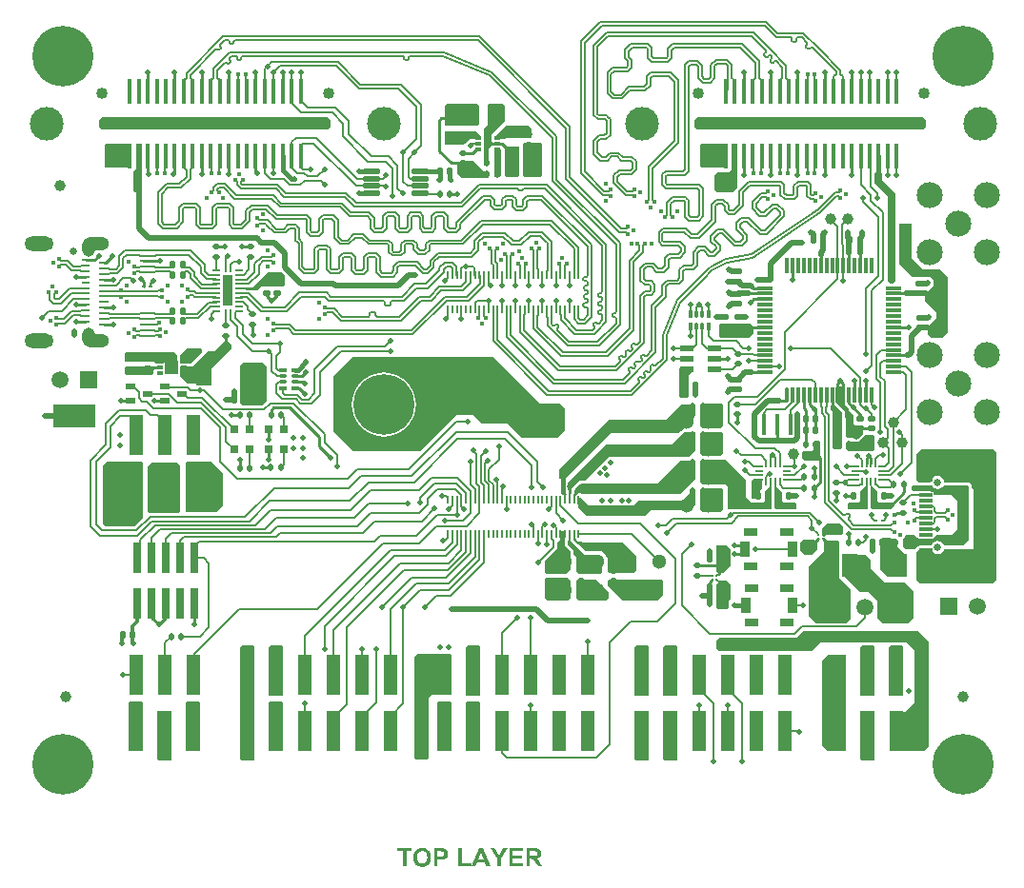
<source format=gtl>
G04*
G04 #@! TF.GenerationSoftware,Altium Limited,Altium Designer,23.2.1 (34)*
G04*
G04 Layer_Physical_Order=1*
G04 Layer_Color=255*
%FSLAX25Y25*%
%MOIN*%
G70*
G04*
G04 #@! TF.SameCoordinates,387CD6D3-576D-47AB-95CD-A910FB3B32EF*
G04*
G04*
G04 #@! TF.FilePolarity,Positive*
G04*
G01*
G75*
%ADD10C,0.00500*%
%ADD15C,0.01000*%
%ADD16C,0.00600*%
%ADD17C,0.00787*%
%ADD18C,0.00800*%
%ADD21R,0.05000X0.14488*%
G04:AMPARAMS|DCode=22|XSize=21.26mil|YSize=23.62mil|CornerRadius=5.53mil|HoleSize=0mil|Usage=FLASHONLY|Rotation=180.000|XOffset=0mil|YOffset=0mil|HoleType=Round|Shape=RoundedRectangle|*
%AMROUNDEDRECTD22*
21,1,0.02126,0.01257,0,0,180.0*
21,1,0.01021,0.02362,0,0,180.0*
1,1,0.01106,-0.00510,0.00628*
1,1,0.01106,0.00510,0.00628*
1,1,0.01106,0.00510,-0.00628*
1,1,0.01106,-0.00510,-0.00628*
%
%ADD22ROUNDEDRECTD22*%
G04:AMPARAMS|DCode=23|XSize=19.68mil|YSize=23.62mil|CornerRadius=5.12mil|HoleSize=0mil|Usage=FLASHONLY|Rotation=0.000|XOffset=0mil|YOffset=0mil|HoleType=Round|Shape=RoundedRectangle|*
%AMROUNDEDRECTD23*
21,1,0.01968,0.01339,0,0,0.0*
21,1,0.00945,0.02362,0,0,0.0*
1,1,0.01024,0.00472,-0.00669*
1,1,0.01024,-0.00472,-0.00669*
1,1,0.01024,-0.00472,0.00669*
1,1,0.01024,0.00472,0.00669*
%
%ADD23ROUNDEDRECTD23*%
%ADD24R,0.02900X0.11000*%
%ADD25R,0.05512X0.08268*%
%ADD26C,0.01000*%
G04:AMPARAMS|DCode=27|XSize=21.26mil|YSize=23.62mil|CornerRadius=5.53mil|HoleSize=0mil|Usage=FLASHONLY|Rotation=90.000|XOffset=0mil|YOffset=0mil|HoleType=Round|Shape=RoundedRectangle|*
%AMROUNDEDRECTD27*
21,1,0.02126,0.01257,0,0,90.0*
21,1,0.01021,0.02362,0,0,90.0*
1,1,0.01106,0.00628,0.00510*
1,1,0.01106,0.00628,-0.00510*
1,1,0.01106,-0.00628,-0.00510*
1,1,0.01106,-0.00628,0.00510*
%
%ADD27ROUNDEDRECTD27*%
%ADD28R,0.03740X0.05512*%
%ADD29R,0.04528X0.02953*%
%ADD30R,0.02953X0.03150*%
%ADD31R,0.03268X0.02047*%
%ADD32R,0.01870X0.01181*%
%ADD33C,0.03937*%
%ADD34R,0.07165X0.04724*%
%ADD35R,0.04500X0.02300*%
%ADD36R,0.04500X0.01200*%
G04:AMPARAMS|DCode=37|XSize=57.87mil|YSize=18.9mil|CornerRadius=2.36mil|HoleSize=0mil|Usage=FLASHONLY|Rotation=0.000|XOffset=0mil|YOffset=0mil|HoleType=Round|Shape=RoundedRectangle|*
%AMROUNDEDRECTD37*
21,1,0.05787,0.01417,0,0,0.0*
21,1,0.05315,0.01890,0,0,0.0*
1,1,0.00472,0.02657,-0.00709*
1,1,0.00472,-0.02657,-0.00709*
1,1,0.00472,-0.02657,0.00709*
1,1,0.00472,0.02657,0.00709*
%
%ADD37ROUNDEDRECTD37*%
%ADD38R,0.02600X0.03700*%
%ADD39R,0.03700X0.02600*%
G04:AMPARAMS|DCode=40|XSize=19.68mil|YSize=23.62mil|CornerRadius=5.12mil|HoleSize=0mil|Usage=FLASHONLY|Rotation=90.000|XOffset=0mil|YOffset=0mil|HoleType=Round|Shape=RoundedRectangle|*
%AMROUNDEDRECTD40*
21,1,0.01968,0.01339,0,0,90.0*
21,1,0.00945,0.02362,0,0,90.0*
1,1,0.01024,0.00669,0.00472*
1,1,0.01024,0.00669,-0.00472*
1,1,0.01024,-0.00669,-0.00472*
1,1,0.01024,-0.00669,0.00472*
%
%ADD40ROUNDEDRECTD40*%
%ADD41R,0.01575X0.07480*%
%ADD42C,0.00800*%
G04:AMPARAMS|DCode=43|XSize=23.62mil|YSize=7.87mil|CornerRadius=0.98mil|HoleSize=0mil|Usage=FLASHONLY|Rotation=180.000|XOffset=0mil|YOffset=0mil|HoleType=Round|Shape=RoundedRectangle|*
%AMROUNDEDRECTD43*
21,1,0.02362,0.00591,0,0,180.0*
21,1,0.02165,0.00787,0,0,180.0*
1,1,0.00197,-0.01083,0.00295*
1,1,0.00197,0.01083,0.00295*
1,1,0.00197,0.01083,-0.00295*
1,1,0.00197,-0.01083,-0.00295*
%
%ADD43ROUNDEDRECTD43*%
G04:AMPARAMS|DCode=44|XSize=27.56mil|YSize=7.87mil|CornerRadius=0.98mil|HoleSize=0mil|Usage=FLASHONLY|Rotation=90.000|XOffset=0mil|YOffset=0mil|HoleType=Round|Shape=RoundedRectangle|*
%AMROUNDEDRECTD44*
21,1,0.02756,0.00591,0,0,90.0*
21,1,0.02559,0.00787,0,0,90.0*
1,1,0.00197,0.00295,0.01280*
1,1,0.00197,0.00295,-0.01280*
1,1,0.00197,-0.00295,-0.01280*
1,1,0.00197,-0.00295,0.01280*
%
%ADD44ROUNDEDRECTD44*%
G04:AMPARAMS|DCode=45|XSize=23.62mil|YSize=7.87mil|CornerRadius=0.98mil|HoleSize=0mil|Usage=FLASHONLY|Rotation=90.000|XOffset=0mil|YOffset=0mil|HoleType=Round|Shape=RoundedRectangle|*
%AMROUNDEDRECTD45*
21,1,0.02362,0.00591,0,0,90.0*
21,1,0.02165,0.00787,0,0,90.0*
1,1,0.00197,0.00295,0.01083*
1,1,0.00197,0.00295,-0.01083*
1,1,0.00197,-0.00295,-0.01083*
1,1,0.00197,-0.00295,0.01083*
%
%ADD45ROUNDEDRECTD45*%
%ADD46R,0.00787X0.02756*%
G04:AMPARAMS|DCode=47|XSize=25.59mil|YSize=15.75mil|CornerRadius=3.94mil|HoleSize=0mil|Usage=FLASHONLY|Rotation=180.000|XOffset=0mil|YOffset=0mil|HoleType=Round|Shape=RoundedRectangle|*
%AMROUNDEDRECTD47*
21,1,0.02559,0.00787,0,0,180.0*
21,1,0.01772,0.01575,0,0,180.0*
1,1,0.00787,-0.00886,0.00394*
1,1,0.00787,0.00886,0.00394*
1,1,0.00787,0.00886,-0.00394*
1,1,0.00787,-0.00886,-0.00394*
%
%ADD47ROUNDEDRECTD47*%
G04:AMPARAMS|DCode=48|XSize=25.59mil|YSize=11.81mil|CornerRadius=2.95mil|HoleSize=0mil|Usage=FLASHONLY|Rotation=180.000|XOffset=0mil|YOffset=0mil|HoleType=Round|Shape=RoundedRectangle|*
%AMROUNDEDRECTD48*
21,1,0.02559,0.00591,0,0,180.0*
21,1,0.01968,0.01181,0,0,180.0*
1,1,0.00591,-0.00984,0.00295*
1,1,0.00591,0.00984,0.00295*
1,1,0.00591,0.00984,-0.00295*
1,1,0.00591,-0.00984,-0.00295*
%
%ADD48ROUNDEDRECTD48*%
%ADD49R,0.15000X0.08000*%
%ADD50R,0.03150X0.01063*%
%ADD51R,0.03543X0.01063*%
G04:AMPARAMS|DCode=52|XSize=22.24mil|YSize=7.87mil|CornerRadius=1.97mil|HoleSize=0mil|Usage=FLASHONLY|Rotation=0.000|XOffset=0mil|YOffset=0mil|HoleType=Round|Shape=RoundedRectangle|*
%AMROUNDEDRECTD52*
21,1,0.02224,0.00394,0,0,0.0*
21,1,0.01831,0.00787,0,0,0.0*
1,1,0.00394,0.00915,-0.00197*
1,1,0.00394,-0.00915,-0.00197*
1,1,0.00394,-0.00915,0.00197*
1,1,0.00394,0.00915,0.00197*
%
%ADD52ROUNDEDRECTD52*%
G04:AMPARAMS|DCode=53|XSize=22.24mil|YSize=7.87mil|CornerRadius=0.98mil|HoleSize=0mil|Usage=FLASHONLY|Rotation=0.000|XOffset=0mil|YOffset=0mil|HoleType=Round|Shape=RoundedRectangle|*
%AMROUNDEDRECTD53*
21,1,0.02224,0.00591,0,0,0.0*
21,1,0.02028,0.00787,0,0,0.0*
1,1,0.00197,0.01014,-0.00295*
1,1,0.00197,-0.01014,-0.00295*
1,1,0.00197,-0.01014,0.00295*
1,1,0.00197,0.01014,0.00295*
%
%ADD53ROUNDEDRECTD53*%
G04:AMPARAMS|DCode=54|XSize=25.98mil|YSize=8.66mil|CornerRadius=1.08mil|HoleSize=0mil|Usage=FLASHONLY|Rotation=180.000|XOffset=0mil|YOffset=0mil|HoleType=Round|Shape=RoundedRectangle|*
%AMROUNDEDRECTD54*
21,1,0.02598,0.00650,0,0,180.0*
21,1,0.02382,0.00866,0,0,180.0*
1,1,0.00217,-0.01191,0.00325*
1,1,0.00217,0.01191,0.00325*
1,1,0.00217,0.01191,-0.00325*
1,1,0.00217,-0.01191,-0.00325*
%
%ADD54ROUNDEDRECTD54*%
G04:AMPARAMS|DCode=55|XSize=8.66mil|YSize=25.98mil|CornerRadius=1.08mil|HoleSize=0mil|Usage=FLASHONLY|Rotation=180.000|XOffset=0mil|YOffset=0mil|HoleType=Round|Shape=RoundedRectangle|*
%AMROUNDEDRECTD55*
21,1,0.00866,0.02382,0,0,180.0*
21,1,0.00650,0.02598,0,0,180.0*
1,1,0.00217,-0.00325,0.01191*
1,1,0.00217,0.00325,0.01191*
1,1,0.00217,0.00325,-0.01191*
1,1,0.00217,-0.00325,-0.01191*
%
%ADD55ROUNDEDRECTD55*%
%ADD56R,0.04528X0.05118*%
%ADD57R,0.02362X0.01181*%
%ADD58R,0.01654X0.00866*%
G04:AMPARAMS|DCode=59|XSize=47.64mil|YSize=22.84mil|CornerRadius=2.85mil|HoleSize=0mil|Usage=FLASHONLY|Rotation=180.000|XOffset=0mil|YOffset=0mil|HoleType=Round|Shape=RoundedRectangle|*
%AMROUNDEDRECTD59*
21,1,0.04764,0.01713,0,0,180.0*
21,1,0.04193,0.02284,0,0,180.0*
1,1,0.00571,-0.02097,0.00856*
1,1,0.00571,0.02097,0.00856*
1,1,0.00571,0.02097,-0.00856*
1,1,0.00571,-0.02097,-0.00856*
%
%ADD59ROUNDEDRECTD59*%
%ADD60R,0.05807X0.01181*%
%ADD61R,0.01181X0.05807*%
%ADD62O,0.01181X0.05807*%
%ADD63R,0.01614X0.08937*%
%ADD64R,0.01614X0.08937*%
%ADD65R,0.10000X0.01693*%
%ADD66R,0.18504X0.01693*%
G04:AMPARAMS|DCode=67|XSize=25.59mil|YSize=15.75mil|CornerRadius=3.94mil|HoleSize=0mil|Usage=FLASHONLY|Rotation=90.000|XOffset=0mil|YOffset=0mil|HoleType=Round|Shape=RoundedRectangle|*
%AMROUNDEDRECTD67*
21,1,0.02559,0.00787,0,0,90.0*
21,1,0.01772,0.01575,0,0,90.0*
1,1,0.00787,0.00394,0.00886*
1,1,0.00787,0.00394,-0.00886*
1,1,0.00787,-0.00394,-0.00886*
1,1,0.00787,-0.00394,0.00886*
%
%ADD67ROUNDEDRECTD67*%
G04:AMPARAMS|DCode=68|XSize=25.59mil|YSize=11.81mil|CornerRadius=2.95mil|HoleSize=0mil|Usage=FLASHONLY|Rotation=90.000|XOffset=0mil|YOffset=0mil|HoleType=Round|Shape=RoundedRectangle|*
%AMROUNDEDRECTD68*
21,1,0.02559,0.00591,0,0,90.0*
21,1,0.01968,0.01181,0,0,90.0*
1,1,0.00591,0.00295,0.00984*
1,1,0.00591,0.00295,-0.00984*
1,1,0.00591,-0.00295,-0.00984*
1,1,0.00591,-0.00295,0.00984*
%
%ADD68ROUNDEDRECTD68*%
%ADD119C,0.03000*%
%ADD130R,0.03543X0.10630*%
%ADD131C,0.01200*%
%ADD132C,0.00630*%
%ADD133C,0.00687*%
%ADD134C,0.02000*%
%ADD135C,0.02026*%
%ADD136C,0.01790*%
%ADD137C,0.00900*%
%ADD138C,0.00700*%
%ADD139C,0.00766*%
%ADD140C,0.01500*%
%ADD141C,0.01081*%
%ADD142C,0.01514*%
%ADD143C,0.00984*%
%ADD144C,0.02500*%
%ADD145C,0.09095*%
%ADD146C,0.05118*%
%ADD147C,0.21260*%
%ADD148C,0.02600*%
%ADD149O,0.08268X0.03937*%
%ADD150O,0.07087X0.03937*%
%ADD151R,0.05937X0.05937*%
%ADD152C,0.05937*%
%ADD153O,0.10236X0.05118*%
%ADD154O,0.01968X0.03347*%
%ADD155C,0.02480*%
%ADD156O,0.04724X0.06496*%
%ADD157O,0.09055X0.04724*%
%ADD158C,0.11811*%
%ADD159C,0.04016*%
%ADD160C,0.01600*%
%ADD161C,0.02000*%
%ADD162C,0.02400*%
G36*
X145499Y230810D02*
Y224310D01*
X144999Y223811D01*
X133499D01*
Y230610D01*
X134199Y231311D01*
X144999D01*
X145499Y230810D01*
D02*
G37*
G36*
X302044Y225811D02*
Y223310D01*
X301044Y222310D01*
X222044D01*
X221044Y223310D01*
Y225811D01*
X222044Y226811D01*
X301044D01*
X302044Y225811D01*
D02*
G37*
G36*
X93500D02*
Y223310D01*
X92500Y222310D01*
X13500D01*
X12500Y223310D01*
Y225811D01*
X13500Y226811D01*
X92500D01*
X93500Y225811D01*
D02*
G37*
G36*
X163999Y222811D02*
Y219310D01*
X154999D01*
X154599Y218911D01*
X150999D01*
Y219811D01*
X154999Y223811D01*
X162999D01*
X163999Y222811D01*
D02*
G37*
G36*
X145999Y220310D02*
Y218911D01*
X142099D01*
X140499Y217311D01*
X133499D01*
Y221310D01*
X133999Y221811D01*
X144499D01*
X145999Y220310D01*
D02*
G37*
G36*
X232524Y208983D02*
X223524D01*
X223024Y209484D01*
Y216984D01*
X223524Y217483D01*
X232524D01*
Y208983D01*
D02*
G37*
G36*
X23980D02*
X14980D01*
X14480Y209484D01*
Y216984D01*
X14980Y217483D01*
X23980D01*
Y208983D01*
D02*
G37*
G36*
X61744Y207201D02*
X61952Y207063D01*
X62090Y206855D01*
X62139Y206610D01*
X62090Y206366D01*
X61952Y206158D01*
X61744Y206020D01*
X61500Y205973D01*
X61256Y206020D01*
X61186Y206066D01*
X61048Y206158D01*
X60910Y206366D01*
X60861Y206610D01*
X60910Y206855D01*
X61048Y207063D01*
X61186Y207154D01*
X61256Y207201D01*
X61500Y207250D01*
X61744Y207201D01*
D02*
G37*
G36*
X167500Y217311D02*
Y206311D01*
X166999Y205810D01*
X161499D01*
X160999Y206311D01*
Y217311D01*
X161499Y217811D01*
X167000D01*
X167500Y217311D01*
D02*
G37*
G36*
X154499Y230810D02*
Y225210D01*
X149799Y220511D01*
Y218310D01*
X150499Y217611D01*
X154199D01*
X155499Y216311D01*
X159499D01*
Y206311D01*
X158999Y205810D01*
X154999D01*
X154499Y206311D01*
Y215611D01*
X153099Y217010D01*
X150199D01*
X148999Y215810D01*
Y209810D01*
X147199D01*
Y222610D01*
X148499Y223910D01*
Y230810D01*
X148999Y231311D01*
X153999D01*
X154499Y230810D01*
D02*
G37*
G36*
X153199Y215311D02*
Y206210D01*
X152799Y205810D01*
X150999D01*
Y215710D01*
X152799D01*
X153199Y215311D01*
D02*
G37*
G36*
X146999Y207810D02*
X148999D01*
Y205810D01*
X148499Y205311D01*
X139499D01*
X137999Y206810D01*
Y210311D01*
X138999Y211311D01*
X143499D01*
X146999Y207810D01*
D02*
G37*
G36*
X190244Y203901D02*
X190452Y203763D01*
X190590Y203555D01*
X190639Y203310D01*
X190590Y203066D01*
X190452Y202858D01*
X190244Y202720D01*
X190000Y202673D01*
X189756Y202720D01*
X189686Y202766D01*
X189548Y202858D01*
X189410Y203066D01*
X189361Y203310D01*
X189410Y203555D01*
X189548Y203763D01*
X189686Y203854D01*
X189756Y203901D01*
X190000Y203951D01*
X190244Y203901D01*
D02*
G37*
G36*
X236024Y202025D02*
X234483Y200483D01*
X229024D01*
X228000Y201507D01*
Y206459D01*
X229024Y207484D01*
X233024D01*
X233524Y207983D01*
X234024Y208484D01*
Y217483D01*
X236024D01*
Y202025D01*
D02*
G37*
G36*
X27480Y205484D02*
Y200984D01*
X26980Y200483D01*
X25000D01*
X24500Y200984D01*
Y207464D01*
X24480Y207484D01*
X24980Y207983D01*
X25480Y208484D01*
Y217483D01*
X27480D01*
Y205484D01*
D02*
G37*
G36*
X202244Y200901D02*
X202452Y200763D01*
X202590Y200554D01*
X202639Y200310D01*
X202590Y200066D01*
X202452Y199858D01*
X202244Y199721D01*
X202000Y199672D01*
X201756Y199721D01*
X201686Y199767D01*
X201548Y199858D01*
X201410Y200066D01*
X201361Y200310D01*
X201410Y200554D01*
X201548Y200763D01*
X201686Y200854D01*
X201756Y200901D01*
X202000Y200951D01*
X202244Y200901D01*
D02*
G37*
G36*
X274294Y200400D02*
X274502Y200262D01*
X274640Y200055D01*
X274689Y199811D01*
X274640Y199566D01*
X274502Y199358D01*
X274294Y199221D01*
X274050Y199172D01*
X273806Y199221D01*
X273736Y199267D01*
X273598Y199358D01*
X273460Y199566D01*
X273411Y199811D01*
X273460Y200055D01*
X273598Y200262D01*
X273736Y200355D01*
X273806Y200400D01*
X274050Y200450D01*
X274294Y200400D01*
D02*
G37*
G36*
X248744Y199900D02*
X248952Y199762D01*
X249090Y199555D01*
X249139Y199311D01*
X249090Y199066D01*
X248952Y198858D01*
X248744Y198721D01*
X248500Y198672D01*
X248256Y198721D01*
X248186Y198767D01*
X248048Y198858D01*
X247910Y199066D01*
X247861Y199311D01*
X247910Y199555D01*
X248048Y199762D01*
X248186Y199855D01*
X248256Y199900D01*
X248500Y199951D01*
X248744Y199900D01*
D02*
G37*
G36*
X265544Y199400D02*
X265752Y199262D01*
X265890Y199055D01*
X265939Y198811D01*
X265890Y198566D01*
X265752Y198359D01*
X265544Y198221D01*
X265300Y198172D01*
X265056Y198221D01*
X264986Y198266D01*
X264848Y198359D01*
X264710Y198566D01*
X264661Y198811D01*
X264710Y199055D01*
X264848Y199262D01*
X264986Y199355D01*
X265056Y199400D01*
X265300Y199451D01*
X265544Y199400D01*
D02*
G37*
G36*
X56102Y198900D02*
X56310Y198763D01*
X56402Y198626D01*
X56448Y198555D01*
X56497Y198310D01*
X56448Y198066D01*
X56310Y197859D01*
X56102Y197721D01*
X55858Y197672D01*
X55614Y197721D01*
X55406Y197859D01*
X55268Y198066D01*
X55219Y198310D01*
X55268Y198555D01*
X55314Y198626D01*
X55406Y198763D01*
X55614Y198900D01*
X55858Y198951D01*
X56102Y198900D01*
D02*
G37*
G36*
X50602D02*
X50810Y198763D01*
X50902Y198626D01*
X50948Y198555D01*
X50997Y198310D01*
X50948Y198066D01*
X50810Y197859D01*
X50602Y197721D01*
X50358Y197672D01*
X50114Y197721D01*
X49906Y197859D01*
X49768Y198066D01*
X49719Y198310D01*
X49768Y198555D01*
X49814Y198626D01*
X49906Y198763D01*
X50114Y198900D01*
X50358Y198951D01*
X50602Y198900D01*
D02*
G37*
G36*
X190244Y197900D02*
X190452Y197763D01*
X190590Y197555D01*
X190639Y197310D01*
X190590Y197066D01*
X190452Y196859D01*
X190244Y196721D01*
X190000Y196672D01*
X189756Y196721D01*
X189686Y196766D01*
X189548Y196859D01*
X189410Y197066D01*
X189361Y197310D01*
X189410Y197555D01*
X189548Y197763D01*
X189686Y197854D01*
X189756Y197900D01*
X190000Y197950D01*
X190244Y197900D01*
D02*
G37*
G36*
X205782Y195501D02*
X205990Y195362D01*
X206128Y195155D01*
X206177Y194911D01*
X206128Y194667D01*
X205990Y194458D01*
X205782Y194320D01*
X205538Y194272D01*
X205294Y194320D01*
X205224Y194367D01*
X205086Y194458D01*
X204948Y194667D01*
X204899Y194911D01*
X204948Y195155D01*
X205086Y195362D01*
X205224Y195455D01*
X205294Y195501D01*
X205538Y195551D01*
X205782Y195501D01*
D02*
G37*
G36*
X215044Y194300D02*
X215252Y194162D01*
X215390Y193955D01*
X215439Y193710D01*
X215390Y193466D01*
X215252Y193259D01*
X215044Y193121D01*
X214800Y193072D01*
X214556Y193121D01*
X214486Y193166D01*
X214348Y193259D01*
X214210Y193466D01*
X214161Y193710D01*
X214210Y193955D01*
X214348Y194162D01*
X214486Y194255D01*
X214556Y194300D01*
X214800Y194351D01*
X215044Y194300D01*
D02*
G37*
G36*
X209544D02*
X209752Y194162D01*
X209890Y193955D01*
X209939Y193710D01*
X209890Y193466D01*
X209752Y193259D01*
X209544Y193121D01*
X209300Y193072D01*
X209056Y193121D01*
X208986Y193166D01*
X208848Y193259D01*
X208710Y193466D01*
X208661Y193710D01*
X208710Y193955D01*
X208848Y194162D01*
X208986Y194255D01*
X209056Y194300D01*
X209300Y194351D01*
X209544Y194300D01*
D02*
G37*
G36*
X70244Y193201D02*
X70452Y193062D01*
X70590Y192854D01*
X70639Y192611D01*
X70590Y192367D01*
X70452Y192158D01*
X70244Y192020D01*
X70000Y191972D01*
X69756Y192020D01*
X69686Y192067D01*
X69548Y192158D01*
X69410Y192367D01*
X69361Y192611D01*
X69410Y192854D01*
X69548Y193062D01*
X69686Y193155D01*
X69756Y193201D01*
X70000Y193251D01*
X70244Y193201D01*
D02*
G37*
G36*
Y187700D02*
X70452Y187563D01*
X70590Y187355D01*
X70639Y187110D01*
X70590Y186866D01*
X70452Y186659D01*
X70244Y186521D01*
X70000Y186472D01*
X69756Y186521D01*
X69686Y186566D01*
X69548Y186659D01*
X69410Y186866D01*
X69361Y187110D01*
X69410Y187355D01*
X69548Y187563D01*
X69686Y187654D01*
X69756Y187700D01*
X70000Y187750D01*
X70244Y187700D01*
D02*
G37*
G36*
X199844Y187690D02*
X200052Y187552D01*
X200144Y187415D01*
X200190Y187345D01*
X200240Y187101D01*
X200190Y186856D01*
X200052Y186648D01*
X199844Y186511D01*
X199600Y186461D01*
X199356Y186511D01*
X199148Y186648D01*
X199010Y186856D01*
X198962Y187101D01*
X199010Y187345D01*
X199056Y187415D01*
X199148Y187552D01*
X199356Y187690D01*
X199600Y187740D01*
X199844Y187690D01*
D02*
G37*
G36*
X165744Y183399D02*
X165952Y183262D01*
X166090Y183054D01*
X166139Y182809D01*
X166090Y182565D01*
X165952Y182358D01*
X165744Y182220D01*
X165500Y182171D01*
X165256Y182220D01*
X165186Y182265D01*
X165048Y182358D01*
X164910Y182565D01*
X164861Y182809D01*
X164910Y183054D01*
X165048Y183262D01*
X165186Y183353D01*
X165256Y183399D01*
X165500Y183449D01*
X165744Y183399D01*
D02*
G37*
G36*
X154244Y182901D02*
X154452Y182763D01*
X154590Y182554D01*
X154639Y182310D01*
X154590Y182067D01*
X154452Y181859D01*
X154244Y181720D01*
X154000Y181673D01*
X153756Y181720D01*
X153686Y181766D01*
X153548Y181859D01*
X153410Y182067D01*
X153361Y182310D01*
X153410Y182554D01*
X153548Y182763D01*
X153686Y182854D01*
X153756Y182901D01*
X154000Y182950D01*
X154244Y182901D01*
D02*
G37*
G36*
X147744D02*
X147952Y182763D01*
X148090Y182554D01*
X148139Y182310D01*
X148090Y182067D01*
X147952Y181859D01*
X147744Y181720D01*
X147500Y181673D01*
X147256Y181720D01*
X147186Y181766D01*
X147048Y181859D01*
X146910Y182067D01*
X146861Y182310D01*
X146910Y182554D01*
X147048Y182763D01*
X147186Y182854D01*
X147256Y182901D01*
X147500Y182950D01*
X147744Y182901D01*
D02*
G37*
G36*
X71744Y180482D02*
X71952Y180343D01*
X72090Y180136D01*
X72139Y179892D01*
X72090Y179648D01*
X72044Y179578D01*
X71952Y179439D01*
X71744Y179303D01*
X71500Y179253D01*
X71256Y179303D01*
X71048Y179439D01*
X70956Y179578D01*
X70910Y179648D01*
X70861Y179892D01*
X70910Y180136D01*
X71048Y180343D01*
X71256Y180482D01*
X71500Y180532D01*
X71744Y180482D01*
D02*
G37*
G36*
X159744Y180401D02*
X159952Y180262D01*
X160090Y180054D01*
X160139Y179811D01*
X160090Y179567D01*
X159952Y179358D01*
X159744Y179220D01*
X159500Y179173D01*
X159256Y179220D01*
X159186Y179267D01*
X159048Y179358D01*
X158910Y179567D01*
X158861Y179811D01*
X158910Y180054D01*
X159048Y180262D01*
X159186Y180354D01*
X159256Y180401D01*
X159500Y180450D01*
X159744Y180401D01*
D02*
G37*
G36*
X174917Y177850D02*
X175125Y177713D01*
X175263Y177505D01*
X175312Y177260D01*
X175263Y177016D01*
X175125Y176809D01*
X174917Y176671D01*
X174673Y176622D01*
X174429Y176671D01*
X174359Y176716D01*
X174221Y176809D01*
X174083Y177016D01*
X174034Y177260D01*
X174083Y177505D01*
X174221Y177713D01*
X174359Y177805D01*
X174429Y177850D01*
X174673Y177901D01*
X174917Y177850D01*
D02*
G37*
G36*
X160744D02*
X160952Y177713D01*
X161090Y177505D01*
X161139Y177260D01*
X161090Y177016D01*
X160952Y176809D01*
X160744Y176671D01*
X160500Y176622D01*
X160256Y176671D01*
X160186Y176716D01*
X160048Y176809D01*
X159910Y177016D01*
X159861Y177260D01*
X159910Y177505D01*
X160048Y177713D01*
X160186Y177805D01*
X160256Y177850D01*
X160500Y177901D01*
X160744Y177850D01*
D02*
G37*
G36*
X153544Y177401D02*
X153752Y177262D01*
X153890Y177055D01*
X153939Y176811D01*
X153890Y176567D01*
X153752Y176358D01*
X153544Y176221D01*
X153300Y176172D01*
X153056Y176221D01*
X152986Y176267D01*
X152848Y176358D01*
X152710Y176567D01*
X152661Y176811D01*
X152710Y177055D01*
X152848Y177262D01*
X152986Y177355D01*
X153056Y177401D01*
X153300Y177451D01*
X153544Y177401D01*
D02*
G37*
G36*
X23168Y176590D02*
X23376Y176453D01*
X23514Y176243D01*
X23563Y176000D01*
X23514Y175757D01*
X23468Y175686D01*
X23376Y175549D01*
X23168Y175410D01*
X22924Y175361D01*
X22680Y175410D01*
X22472Y175549D01*
X22380Y175686D01*
X22334Y175757D01*
X22285Y176000D01*
X22334Y176243D01*
X22472Y176453D01*
X22680Y176590D01*
X22924Y176639D01*
X23168Y176590D01*
D02*
G37*
G36*
X-3252Y176279D02*
X-3044Y176142D01*
X-2906Y175934D01*
X-2857Y175689D01*
X-2906Y175445D01*
X-3044Y175238D01*
X-3252Y175099D01*
X-3496Y175050D01*
X-3740Y175099D01*
X-3810Y175145D01*
X-3948Y175238D01*
X-4086Y175445D01*
X-4135Y175689D01*
X-4086Y175934D01*
X-3948Y176142D01*
X-3810Y176233D01*
X-3740Y176279D01*
X-3496Y176328D01*
X-3252Y176279D01*
D02*
G37*
G36*
X71744Y174820D02*
X71952Y174681D01*
X72090Y174474D01*
X72139Y174230D01*
X72090Y173986D01*
X72044Y173916D01*
X71952Y173777D01*
X71744Y173640D01*
X71500Y173591D01*
X71256Y173640D01*
X71048Y173777D01*
X70956Y173916D01*
X70910Y173986D01*
X70861Y174230D01*
X70910Y174474D01*
X71048Y174681D01*
X71256Y174820D01*
X71500Y174869D01*
X71744Y174820D01*
D02*
G37*
G36*
X41802Y168374D02*
X42010Y168236D01*
X42148Y168027D01*
X42197Y167783D01*
X42148Y167540D01*
X42102Y167469D01*
X42010Y167332D01*
X41802Y167193D01*
X41558Y167143D01*
X41314Y167193D01*
X41106Y167332D01*
X41014Y167469D01*
X40968Y167540D01*
X40919Y167783D01*
X40968Y168027D01*
X41106Y168236D01*
X41314Y168374D01*
X41558Y168422D01*
X41802Y168374D01*
D02*
G37*
G36*
X36814Y168283D02*
X37022Y168146D01*
X37114Y168007D01*
X37160Y167938D01*
X37209Y167693D01*
X37160Y167448D01*
X37022Y167242D01*
X36814Y167103D01*
X36570Y167054D01*
X36326Y167103D01*
X36118Y167242D01*
X35980Y167448D01*
X35931Y167693D01*
X35980Y167938D01*
X36026Y168007D01*
X36118Y168146D01*
X36326Y168283D01*
X36570Y168332D01*
X36814Y168283D01*
D02*
G37*
G36*
X22407D02*
X22615Y168146D01*
X22707Y168007D01*
X22753Y167938D01*
X22802Y167693D01*
X22753Y167448D01*
X22615Y167242D01*
X22407Y167103D01*
X22163Y167054D01*
X21919Y167103D01*
X21711Y167242D01*
X21573Y167448D01*
X21524Y167693D01*
X21573Y167938D01*
X21619Y168007D01*
X21711Y168146D01*
X21919Y168283D01*
X22163Y168332D01*
X22407Y168283D01*
D02*
G37*
G36*
X77480Y171310D02*
Y169983D01*
Y167983D01*
X76980Y167483D01*
X69480D01*
X67997Y166000D01*
X67000D01*
X66480Y166521D01*
Y167291D01*
X70500Y171310D01*
X71500Y172310D01*
X76480D01*
X77480Y171310D01*
D02*
G37*
G36*
X41802Y162710D02*
X42010Y162574D01*
X42148Y162364D01*
X42197Y162120D01*
X42148Y161878D01*
X42102Y161806D01*
X42010Y161669D01*
X41802Y161531D01*
X41558Y161481D01*
X41314Y161531D01*
X41106Y161669D01*
X41014Y161806D01*
X40968Y161878D01*
X40919Y162120D01*
X40968Y162364D01*
X41106Y162574D01*
X41314Y162710D01*
X41558Y162760D01*
X41802Y162710D01*
D02*
G37*
G36*
X36814Y162620D02*
X37022Y162484D01*
X37114Y162346D01*
X37160Y162276D01*
X37209Y162031D01*
X37160Y161787D01*
X37022Y161580D01*
X36814Y161442D01*
X36570Y161391D01*
X36326Y161442D01*
X36118Y161580D01*
X35980Y161787D01*
X35931Y162031D01*
X35980Y162276D01*
X36026Y162346D01*
X36118Y162484D01*
X36326Y162620D01*
X36570Y162671D01*
X36814Y162620D01*
D02*
G37*
G36*
X22407D02*
X22615Y162484D01*
X22707Y162346D01*
X22753Y162276D01*
X22802Y162031D01*
X22753Y161787D01*
X22615Y161580D01*
X22407Y161442D01*
X22163Y161391D01*
X21919Y161442D01*
X21711Y161580D01*
X21573Y161787D01*
X21524Y162031D01*
X21573Y162276D01*
X21619Y162346D01*
X21711Y162484D01*
X21919Y162620D01*
X22163Y162671D01*
X22407Y162620D01*
D02*
G37*
G36*
X89818Y162341D02*
X89888Y162295D01*
X90025Y162203D01*
X90164Y161995D01*
X90213Y161750D01*
X90164Y161506D01*
X90025Y161299D01*
X89888Y161206D01*
X89818Y161161D01*
X89573Y161112D01*
X89329Y161161D01*
X89121Y161299D01*
X88984Y161506D01*
X88935Y161750D01*
X88984Y161995D01*
X89121Y162203D01*
X89329Y162341D01*
X89573Y162390D01*
X89818Y162341D01*
D02*
G37*
G36*
Y156679D02*
X89888Y156633D01*
X90025Y156542D01*
X90164Y156333D01*
X90213Y156089D01*
X90164Y155845D01*
X90025Y155638D01*
X89888Y155545D01*
X89818Y155499D01*
X89573Y155450D01*
X89329Y155499D01*
X89121Y155638D01*
X88984Y155845D01*
X88935Y156089D01*
X88984Y156333D01*
X89121Y156542D01*
X89329Y156679D01*
X89573Y156728D01*
X89818Y156679D01*
D02*
G37*
G36*
X71833D02*
X72041Y156542D01*
X72179Y156333D01*
X72228Y156089D01*
X72179Y155845D01*
X72133Y155775D01*
X72041Y155638D01*
X71833Y155499D01*
X71589Y155450D01*
X71345Y155499D01*
X71137Y155638D01*
X71045Y155775D01*
X70999Y155845D01*
X70950Y156089D01*
X70999Y156333D01*
X71137Y156542D01*
X71345Y156679D01*
X71589Y156728D01*
X71833Y156679D01*
D02*
G37*
G36*
X-4252Y155780D02*
X-4044Y155641D01*
X-3906Y155433D01*
X-3857Y155190D01*
X-3906Y154946D01*
X-4044Y154737D01*
X-4252Y154598D01*
X-4496Y154551D01*
X-4740Y154598D01*
X-4810Y154646D01*
X-4948Y154737D01*
X-5086Y154946D01*
X-5135Y155190D01*
X-5086Y155433D01*
X-4948Y155641D01*
X-4810Y155734D01*
X-4740Y155780D01*
X-4496Y155827D01*
X-4252Y155780D01*
D02*
G37*
G36*
X146623Y154942D02*
X146831Y154804D01*
X146969Y154596D01*
X147018Y154352D01*
X146969Y154108D01*
X146831Y153900D01*
X146623Y153762D01*
X146379Y153714D01*
X146135Y153762D01*
X146065Y153808D01*
X145927Y153900D01*
X145789Y154108D01*
X145740Y154352D01*
X145789Y154596D01*
X145927Y154804D01*
X146065Y154896D01*
X146135Y154942D01*
X146379Y154992D01*
X146623Y154942D01*
D02*
G37*
G36*
X36154Y151806D02*
X36362Y151669D01*
X36500Y151461D01*
X36549Y151216D01*
X36500Y150972D01*
X36362Y150765D01*
X36154Y150626D01*
X35910Y150577D01*
X35666Y150626D01*
X35596Y150672D01*
X35458Y150765D01*
X35320Y150972D01*
X35271Y151216D01*
X35320Y151461D01*
X35458Y151669D01*
X35596Y151760D01*
X35666Y151806D01*
X35910Y151855D01*
X36154Y151806D01*
D02*
G37*
G36*
X23192Y151552D02*
X23400Y151415D01*
X23538Y151207D01*
X23587Y150962D01*
X23538Y150718D01*
X23400Y150511D01*
X23192Y150373D01*
X22948Y150323D01*
X22704Y150373D01*
X22634Y150418D01*
X22496Y150511D01*
X22358Y150718D01*
X22309Y150962D01*
X22358Y151207D01*
X22496Y151415D01*
X22634Y151506D01*
X22704Y151552D01*
X22948Y151602D01*
X23192Y151552D01*
D02*
G37*
G36*
X71833Y151016D02*
X72041Y150880D01*
X72179Y150671D01*
X72228Y150427D01*
X72179Y150183D01*
X72133Y150112D01*
X72041Y149976D01*
X71833Y149838D01*
X71589Y149787D01*
X71345Y149838D01*
X71137Y149976D01*
X71045Y150112D01*
X70999Y150183D01*
X70950Y150427D01*
X70999Y150671D01*
X71137Y150880D01*
X71345Y151016D01*
X71589Y151067D01*
X71833Y151016D01*
D02*
G37*
G36*
X241480Y153483D02*
Y150984D01*
X239980Y149484D01*
X229980D01*
X229480Y149984D01*
Y153983D01*
X229980Y154483D01*
X240480D01*
X241480Y153483D01*
D02*
G37*
G36*
X297000Y177311D02*
X301000Y173310D01*
X307000D01*
X309500Y170810D01*
Y151311D01*
X307500Y149311D01*
X304000D01*
X302500Y150811D01*
Y153311D01*
X305500Y156310D01*
Y158310D01*
X301500Y162311D01*
Y164811D01*
X304500Y167810D01*
Y169810D01*
X303500Y170810D01*
X297000D01*
X292500Y175311D01*
Y189311D01*
X297000D01*
Y177311D01*
D02*
G37*
G36*
X48500Y145310D02*
Y144310D01*
X44673Y140483D01*
X41000D01*
Y143312D01*
X43500Y145810D01*
X48000D01*
X48500Y145310D01*
D02*
G37*
G36*
X40000Y143310D02*
Y136811D01*
X36000D01*
Y140811D01*
X35307D01*
X34980Y140483D01*
X32480D01*
X31980Y140983D01*
X21980D01*
X21480Y141483D01*
Y143983D01*
X21980Y144483D01*
X38827D01*
X40000Y143310D01*
D02*
G37*
G36*
X34787Y138484D02*
X31980D01*
X31480Y137984D01*
Y136984D01*
X30980Y136484D01*
X21980D01*
X21480Y136984D01*
Y138984D01*
X21980Y139483D01*
X34787D01*
Y138484D01*
D02*
G37*
G36*
X59000Y146810D02*
Y145810D01*
X52000Y138811D01*
Y133310D01*
X43500D01*
X40980Y135831D01*
Y139483D01*
X45483D01*
X50655Y144656D01*
X52845D01*
X56500Y148310D01*
X57500D01*
X59000Y146810D01*
D02*
G37*
G36*
X220000Y137311D02*
X219000Y136311D01*
Y129101D01*
X218210Y128311D01*
X216090D01*
X215500Y128901D01*
Y138500D01*
X216310Y139311D01*
X220000D01*
Y137311D01*
D02*
G37*
G36*
X71100Y139400D02*
Y137938D01*
X71100Y137938D01*
Y127410D01*
X69500Y125811D01*
X63000D01*
X62000Y126811D01*
Y139811D01*
X63000Y140811D01*
X69690D01*
X71100Y139400D01*
D02*
G37*
G36*
X231000Y125838D02*
Y118837D01*
X230000Y117838D01*
X224000D01*
X223000Y118837D01*
Y125838D01*
X223500Y126338D01*
X230500D01*
X231000Y125838D01*
D02*
G37*
G36*
X167000Y126311D02*
X174000D01*
X175500Y124811D01*
Y116812D01*
X173000Y114312D01*
X160689D01*
X155500Y119501D01*
X146500D01*
X143500Y122501D01*
X137690D01*
X125000Y109811D01*
X101500Y109810D01*
X94500Y116812D01*
Y136001D01*
X101310Y142810D01*
X150500D01*
X167000Y126311D01*
D02*
G37*
G36*
X273500Y125900D02*
X273882Y125519D01*
Y125519D01*
X274853Y124547D01*
X274857Y124143D01*
X276500Y122501D01*
Y119311D01*
X277000Y118812D01*
X279500D01*
X280000Y118312D01*
Y115812D01*
X278145Y113956D01*
X276700D01*
X276455Y114200D01*
X274611D01*
X274000Y114812D01*
Y121201D01*
X273400Y121800D01*
Y123600D01*
X270500Y126500D01*
Y132310D01*
X273500D01*
Y125900D01*
D02*
G37*
G36*
X272500Y123310D02*
Y110811D01*
X272000Y110311D01*
X270000D01*
X269300Y111012D01*
Y123511D01*
X268500Y124311D01*
Y125811D01*
X270000D01*
X272500Y123310D01*
D02*
G37*
G36*
X284000Y114812D02*
Y110311D01*
X283500Y109811D01*
X275000D01*
X274000Y110811D01*
Y112812D01*
X274189Y113001D01*
X278400D01*
X280711Y115312D01*
X283500D01*
X284000Y114812D01*
D02*
G37*
G36*
X231000Y115997D02*
Y108996D01*
X230000Y107996D01*
X224000D01*
X223000Y108996D01*
Y115997D01*
X223500Y116497D01*
X230500D01*
X231000Y115997D01*
D02*
G37*
G36*
X265000Y112812D02*
Y108311D01*
Y106811D01*
X264500Y106312D01*
X259500D01*
X258500Y107311D01*
Y108311D01*
Y109311D01*
X259000Y109811D01*
X262000D01*
X262500Y110311D01*
Y112812D01*
X263000Y113312D01*
X264500D01*
X265000Y112812D01*
D02*
G37*
G36*
X220680Y121384D02*
X215388Y116093D01*
X191688D01*
X175497Y99901D01*
X174000D01*
X173480Y100420D01*
Y102983D01*
X191022Y120526D01*
X211022D01*
X216580Y126084D01*
X220680D01*
Y121384D01*
D02*
G37*
G36*
X221180Y109992D02*
X218781Y107592D01*
X190893D01*
X182784Y99484D01*
X180906Y99484D01*
X180784D01*
X177300Y96000D01*
X176619D01*
X176552Y96119D01*
Y98557D01*
X190022Y112025D01*
X213015D01*
X217300Y116312D01*
X221180D01*
Y109992D01*
D02*
G37*
G36*
X317000Y97311D02*
Y78811D01*
X315000Y76811D01*
X308156D01*
X308152Y76831D01*
X307644Y77591D01*
X306883Y78100D01*
X305985Y78278D01*
X305088Y78100D01*
X304327Y77591D01*
X303819Y76831D01*
X303815Y76811D01*
X299500D01*
X299152Y76463D01*
X298903D01*
Y76214D01*
X298000Y75311D01*
X295000D01*
X294000Y76311D01*
Y78999D01*
X294013Y79007D01*
X294018Y79011D01*
X294023Y79014D01*
X294159Y79151D01*
X294296Y79287D01*
X294299Y79292D01*
X294303Y79297D01*
X294441Y79506D01*
X294515Y79686D01*
X294590Y79867D01*
X294598Y79909D01*
X295000Y80311D01*
X298000D01*
X298903Y79408D01*
Y79221D01*
X299090D01*
X299500Y78811D01*
X304000D01*
X304411Y79221D01*
X304603D01*
Y79414D01*
X305500Y80311D01*
X311000D01*
X313000Y82311D01*
Y92311D01*
X311000Y94311D01*
X305000D01*
X304603Y94708D01*
Y95401D01*
X303910D01*
X303500Y95811D01*
X297500D01*
X297000Y96311D01*
Y97311D01*
X297500Y97811D01*
X303815D01*
X303819Y97791D01*
X304327Y97031D01*
X305088Y96522D01*
X305985Y96344D01*
X306883Y96522D01*
X307644Y97031D01*
X308152Y97791D01*
X308156Y97811D01*
X316500D01*
X317000Y97311D01*
D02*
G37*
G36*
X221180Y99992D02*
X215873Y94683D01*
X181700D01*
X181246Y95137D01*
X179437D01*
X179100Y95473D01*
Y96182D01*
X181330Y98484D01*
X207873D01*
X215773Y106384D01*
X221180D01*
Y99992D01*
D02*
G37*
G36*
X244600Y96604D02*
X243980Y95983D01*
Y93011D01*
X241280D01*
X240980Y93312D01*
Y99291D01*
X241640Y99951D01*
X244600D01*
Y96604D01*
D02*
G37*
G36*
X297944Y91900D02*
X298014Y91855D01*
X298152Y91764D01*
X298290Y91554D01*
X298339Y91312D01*
X298290Y91067D01*
X298152Y90859D01*
X298014Y90768D01*
X297944Y90721D01*
X297700Y90672D01*
X297456Y90721D01*
X297248Y90859D01*
X297110Y91067D01*
X297061Y91312D01*
X297110Y91554D01*
X297248Y91764D01*
X297456Y91900D01*
X297700Y91949D01*
X297944Y91900D01*
D02*
G37*
G36*
X221180Y90983D02*
X219080Y88884D01*
X205480D01*
X203682Y87086D01*
X183113D01*
X180989Y89211D01*
X180989D01*
X180315Y89885D01*
Y93449D01*
X181214D01*
X183979Y90684D01*
X199304D01*
X199417Y90571D01*
X201331Y92484D01*
X216680D01*
X219280Y95083D01*
Y96483D01*
X221180D01*
Y90983D01*
D02*
G37*
G36*
X282980Y97521D02*
X284980Y95521D01*
Y92330D01*
X285500Y91812D01*
X290000D01*
X290500Y91312D01*
Y90311D01*
X289673Y89483D01*
X282980D01*
X282480Y89983D01*
Y99984D01*
X282980D01*
Y97521D01*
D02*
G37*
G36*
X249480Y97518D02*
X251480Y95518D01*
Y92911D01*
Y92330D01*
X252000Y91812D01*
X256000D01*
X256500Y91312D01*
Y89811D01*
X256173Y89483D01*
X249480D01*
X248848Y90117D01*
Y99984D01*
X249480D01*
Y97518D01*
D02*
G37*
G36*
X281480Y97483D02*
Y96483D01*
X281500Y95404D01*
Y89711D01*
X281200Y89411D01*
X274700D01*
X274500Y89612D01*
Y91375D01*
X274801Y91676D01*
X278366D01*
X278980Y92291D01*
Y95680D01*
X280800Y97500D01*
Y99984D01*
X281480D01*
Y97483D01*
D02*
G37*
G36*
X239000Y99411D02*
Y93812D01*
X241000Y91812D01*
X245100D01*
X245480Y92191D01*
Y95569D01*
X247257Y97346D01*
Y99984D01*
X247980D01*
Y97483D01*
Y96483D01*
X248000Y95404D01*
Y89711D01*
X247700Y89411D01*
X235039D01*
X235014Y89420D01*
X234889Y89460D01*
X234762Y89489D01*
X234632Y89505D01*
X234501Y89512D01*
X234500D01*
X234369Y89505D01*
X234239Y89489D01*
X234112Y89460D01*
X233987Y89420D01*
X233866Y89371D01*
X233784Y89329D01*
X233751Y89311D01*
X233000D01*
X232500Y89811D01*
Y97312D01*
X231657Y98154D01*
X224000D01*
X223000Y99154D01*
Y106154D01*
X223500Y106653D01*
X231757D01*
X239000Y99411D01*
D02*
G37*
G36*
X231000Y96311D02*
Y89311D01*
X230000Y88311D01*
X224000D01*
X223000Y89311D01*
Y96311D01*
X223500Y96811D01*
X230500D01*
X231000Y96311D01*
D02*
G37*
G36*
X52460Y105315D02*
X56000Y101775D01*
Y92312D01*
Y90812D01*
X53500Y88311D01*
X52008D01*
X52004Y88315D01*
X43346D01*
X43000Y88661D01*
Y105661D01*
X43500Y106161D01*
X51614D01*
X52460Y105315D01*
D02*
G37*
G36*
X40980Y104732D02*
Y88731D01*
X40232Y87984D01*
X30228D01*
X29480Y88731D01*
Y104312D01*
X30901Y105731D01*
X39980D01*
X40980Y104732D01*
D02*
G37*
G36*
X311344Y87901D02*
X311414Y87854D01*
X311552Y87764D01*
X311690Y87555D01*
X311739Y87312D01*
X311690Y87068D01*
X311552Y86858D01*
X311414Y86768D01*
X311344Y86721D01*
X311100Y86673D01*
X310856Y86721D01*
X310648Y86858D01*
X310510Y87068D01*
X310461Y87312D01*
X310510Y87555D01*
X310648Y87764D01*
X310856Y87901D01*
X311100Y87950D01*
X311344Y87901D01*
D02*
G37*
G36*
X291244D02*
X291314Y87854D01*
X291452Y87764D01*
X291590Y87555D01*
X291639Y87312D01*
X291590Y87068D01*
X291452Y86858D01*
X291314Y86768D01*
X291244Y86721D01*
X291000Y86673D01*
X290756Y86721D01*
X290548Y86858D01*
X290410Y87068D01*
X290361Y87312D01*
X290410Y87555D01*
X290548Y87764D01*
X290756Y87901D01*
X291000Y87950D01*
X291244Y87901D01*
D02*
G37*
G36*
X295744Y85400D02*
X295814Y85355D01*
X295952Y85264D01*
X296090Y85054D01*
X296139Y84812D01*
X296090Y84567D01*
X295952Y84359D01*
X295814Y84267D01*
X295744Y84222D01*
X295500Y84172D01*
X295256Y84222D01*
X295048Y84359D01*
X294910Y84567D01*
X294861Y84812D01*
X294910Y85054D01*
X295048Y85264D01*
X295256Y85400D01*
X295500Y85449D01*
X295744Y85400D01*
D02*
G37*
G36*
X27960Y105661D02*
Y86272D01*
X25000Y83311D01*
X15000D01*
X14000Y84311D01*
Y104812D01*
X15350Y106161D01*
X27460D01*
X27960Y105661D01*
D02*
G37*
G36*
X272980Y83483D02*
Y80984D01*
X272327Y80330D01*
X265700D01*
Y82704D01*
X267480Y84483D01*
X271980D01*
X272980Y83483D01*
D02*
G37*
G36*
X293244Y80901D02*
X293314Y80854D01*
X293452Y80764D01*
X293590Y80554D01*
X293639Y80312D01*
X293590Y80067D01*
X293452Y79858D01*
X293314Y79768D01*
X293244Y79721D01*
X293000Y79672D01*
X292756Y79721D01*
X292548Y79858D01*
X292410Y80067D01*
X292361Y80312D01*
X292410Y80554D01*
X292548Y80764D01*
X292756Y80901D01*
X293000Y80949D01*
X293244Y80901D01*
D02*
G37*
G36*
X326500Y109464D02*
Y64504D01*
X325307Y63311D01*
X300000D01*
X298500Y64811D01*
Y74311D01*
X299500Y75311D01*
X303764D01*
X303819Y75036D01*
X304327Y74275D01*
X305088Y73766D01*
X305985Y73588D01*
X306883Y73766D01*
X307644Y74275D01*
X308152Y75036D01*
X308207Y75311D01*
X318500D01*
Y96311D01*
X318020Y96791D01*
Y97311D01*
X317942Y97701D01*
X317721Y98032D01*
X317221Y98532D01*
X316890Y98753D01*
X316500Y98830D01*
X308302D01*
X308152Y99586D01*
X307644Y100347D01*
X306883Y100856D01*
X305985Y101034D01*
X305088Y100856D01*
X304327Y100347D01*
X303819Y99586D01*
X303669Y98830D01*
X299481D01*
X298500Y99811D01*
Y108811D01*
X300173Y110484D01*
X325480D01*
X326500Y109464D01*
D02*
G37*
G36*
X263887Y77667D02*
X263895Y77495D01*
Y75207D01*
X262000Y73312D01*
X259500D01*
X258000Y74812D01*
Y77811D01*
X259000Y78812D01*
X262744D01*
X263887Y77667D01*
D02*
G37*
G36*
X233400Y75357D02*
Y69556D01*
X230911Y67068D01*
X228996D01*
X228500Y67564D01*
Y76500D01*
X228656Y76657D01*
X232100D01*
X233400Y75357D01*
D02*
G37*
G36*
X178921Y79172D02*
X178925Y79085D01*
X178937Y79000D01*
X178955Y78914D01*
X178982Y78830D01*
X179015Y78750D01*
X179055Y78672D01*
X179102Y78600D01*
X179155Y78531D01*
X179214Y78465D01*
X179279Y78407D01*
X179348Y78354D01*
X179414Y78312D01*
X179619Y78106D01*
X181595D01*
X181901Y77801D01*
X195700D01*
X200500Y73001D01*
Y68001D01*
X199511Y67011D01*
X191200D01*
X190600Y67611D01*
Y72412D01*
X190000Y73011D01*
X188427Y74584D01*
X182900D01*
X180628Y76856D01*
X180255D01*
X178537Y78574D01*
X178525Y78597D01*
X178508Y78629D01*
Y78860D01*
X178515Y78882D01*
X178537Y78966D01*
X178551Y79052D01*
X178558Y79138D01*
Y79172D01*
Y81811D01*
X178921D01*
Y79172D01*
D02*
G37*
G36*
X177346D02*
X177350Y79085D01*
X177362Y79000D01*
X177380Y78914D01*
X177390Y78882D01*
X177396Y78860D01*
Y78320D01*
X177400Y78316D01*
Y78297D01*
X182286Y73412D01*
X187600D01*
X188700Y72312D01*
Y67511D01*
X188000Y66812D01*
X180200D01*
X179400Y67611D01*
Y72812D01*
X178500Y73712D01*
Y75011D01*
X176700Y76811D01*
Y78475D01*
X176758Y78540D01*
X176810Y78610D01*
X176856Y78685D01*
X176895Y78763D01*
X176928Y78843D01*
X176953Y78927D01*
X176970Y79013D01*
X176981Y79100D01*
X176983Y79172D01*
Y81811D01*
X177346D01*
Y79172D01*
D02*
G37*
G36*
X175700Y76397D02*
X177500Y74597D01*
Y68310D01*
X176000Y66812D01*
X169000D01*
X168500Y67312D01*
Y69311D01*
Y71112D01*
X172944Y75556D01*
Y77500D01*
X174000Y78556D01*
Y81811D01*
X175700D01*
Y76397D01*
D02*
G37*
G36*
X289897Y79057D02*
X290794Y78878D01*
X291509Y79021D01*
X291929Y78753D01*
X292000Y78662D01*
Y76311D01*
X295000Y73312D01*
Y65812D01*
X288500D01*
X286000Y68312D01*
Y78812D01*
X286500Y79312D01*
X289516D01*
X289897Y79057D01*
D02*
G37*
G36*
X210000Y64311D02*
Y59311D01*
X208189Y57500D01*
X195811D01*
X190500Y62811D01*
Y64311D01*
X191000Y64811D01*
X209500D01*
X210000Y64311D01*
D02*
G37*
G36*
X191000Y60312D02*
Y58311D01*
X190189Y57500D01*
X180500D01*
X179500Y58500D01*
Y64311D01*
X180000Y64811D01*
X186500D01*
X191000Y60312D01*
D02*
G37*
G36*
X177500Y64311D02*
Y58500D01*
X176500Y57500D01*
X169500D01*
X168500Y58500D01*
Y64811D01*
X169000Y65311D01*
X176500D01*
X177500Y64311D01*
D02*
G37*
G36*
X233500Y63001D02*
Y58000D01*
X233000Y57500D01*
Y55001D01*
X232311Y54312D01*
X229189D01*
X228500Y55001D01*
Y63100D01*
X229100Y63700D01*
Y64000D01*
X229400Y64301D01*
X232200D01*
X233500Y63001D01*
D02*
G37*
G36*
X282500Y71811D02*
Y68812D01*
X287500Y63811D01*
X294500D01*
X297500Y60812D01*
Y51311D01*
X295500Y49312D01*
X287000D01*
X285000Y51311D01*
Y57311D01*
X282000Y60312D01*
X279000D01*
X273000Y66312D01*
Y73312D01*
X281000D01*
X282500Y71811D01*
D02*
G37*
G36*
X271500Y77900D02*
Y65311D01*
X275500Y61312D01*
Y50811D01*
X274000Y49312D01*
X263500D01*
X261000Y51811D01*
Y69500D01*
X266200Y74700D01*
Y78400D01*
X271000D01*
X271500Y77900D01*
D02*
G37*
G36*
X293960Y41157D02*
Y24157D01*
X288960D01*
Y41157D01*
X289460Y41657D01*
X293460D01*
X293960Y41157D01*
D02*
G37*
G36*
X283960D02*
Y24157D01*
X278960D01*
Y41157D01*
X279460Y41657D01*
X283460D01*
X283960Y41157D01*
D02*
G37*
G36*
X214960D02*
Y24157D01*
X209960D01*
Y41157D01*
X210460Y41657D01*
X214460D01*
X214960Y41157D01*
D02*
G37*
G36*
X204960D02*
Y24157D01*
X199960D01*
Y41157D01*
X200460Y41657D01*
X204460D01*
X204960Y41157D01*
D02*
G37*
G36*
X145960D02*
Y24157D01*
X140960D01*
Y41157D01*
X141460Y41657D01*
X145460D01*
X145960Y41157D01*
D02*
G37*
G36*
X76960D02*
Y24157D01*
X71960D01*
Y41157D01*
X72460Y41657D01*
X76460D01*
X76960Y41157D01*
D02*
G37*
G36*
X303000Y42911D02*
Y6311D01*
X301500Y4811D01*
X289500D01*
Y18312D01*
X294500D01*
X297900Y21711D01*
Y39911D01*
X295000Y42812D01*
X265000D01*
X262000Y39812D01*
X229500D01*
X228500Y40811D01*
Y43312D01*
X229500Y44311D01*
X256500D01*
X259000Y46812D01*
X299100D01*
X303000Y42911D01*
D02*
G37*
G36*
X273960Y4660D02*
X267500D01*
X265500Y6661D01*
Y36312D01*
X267500Y38311D01*
X273960D01*
Y4660D01*
D02*
G37*
G36*
X145960Y21662D02*
Y4660D01*
X140960D01*
Y21662D01*
X141460Y22162D01*
X145460D01*
X145960Y21662D01*
D02*
G37*
G36*
X135960D02*
Y4660D01*
X130960D01*
Y21662D01*
X131460Y22162D01*
X135460D01*
X135960Y21662D01*
D02*
G37*
G36*
X76960D02*
Y4660D01*
X71960D01*
Y21662D01*
X72460Y22162D01*
X76460D01*
X76960Y21662D01*
D02*
G37*
G36*
X47960D02*
Y4660D01*
X42960D01*
Y21662D01*
X43460Y22162D01*
X47460D01*
X47960Y21662D01*
D02*
G37*
G36*
X27960D02*
Y4660D01*
X22960D01*
Y21662D01*
X23460Y22162D01*
X27460D01*
X27960Y21662D01*
D02*
G37*
G36*
X136000Y38311D02*
Y24812D01*
X135500Y24311D01*
X129000D01*
X128000Y23312D01*
Y19311D01*
Y2310D01*
X127500Y1811D01*
X123500D01*
X123000Y2310D01*
Y19311D01*
Y37811D01*
X124000Y38811D01*
X135500D01*
X136000Y38311D01*
D02*
G37*
G36*
X284000Y1811D02*
X283500Y1311D01*
X279500D01*
X279000Y1811D01*
Y18812D01*
X284000D01*
Y1811D01*
D02*
G37*
G36*
X215000D02*
X214500Y1311D01*
X210500D01*
X210000Y1811D01*
Y18812D01*
X215000D01*
Y1811D01*
D02*
G37*
G36*
X205000D02*
X204500Y1311D01*
X200500D01*
X200000Y1811D01*
Y18812D01*
X205000D01*
Y1811D01*
D02*
G37*
G36*
X66960Y41157D02*
Y18812D01*
X67000D01*
Y1811D01*
X66500Y1311D01*
X62500D01*
X62000Y1811D01*
Y18312D01*
X61960D01*
Y41157D01*
X62460Y41657D01*
X66460D01*
X66960Y41157D01*
D02*
G37*
G36*
X38000Y1811D02*
X37500Y1311D01*
X33500D01*
X33000Y1811D01*
Y18812D01*
X38000D01*
Y1811D01*
D02*
G37*
G36*
X153093Y-33103D02*
Y-35786D01*
X151798D01*
Y-33094D01*
X149458Y-29385D01*
X150966D01*
X152474Y-31919D01*
X153944Y-29385D01*
X155434D01*
X153093Y-33103D01*
D02*
G37*
G36*
X165026Y-29394D02*
X165128D01*
X165229Y-29403D01*
X165350D01*
X165590Y-29431D01*
X165840Y-29459D01*
X166071Y-29505D01*
X166173Y-29533D01*
X166265Y-29561D01*
X166275D01*
X166284Y-29570D01*
X166339Y-29598D01*
X166423Y-29644D01*
X166534Y-29699D01*
X166654Y-29792D01*
X166774Y-29894D01*
X166894Y-30023D01*
X167005Y-30180D01*
Y-30190D01*
X167015Y-30199D01*
X167033Y-30227D01*
X167052Y-30254D01*
X167098Y-30347D01*
X167153Y-30467D01*
X167200Y-30615D01*
X167246Y-30782D01*
X167283Y-30976D01*
X167292Y-31179D01*
Y-31189D01*
Y-31207D01*
Y-31253D01*
X167283Y-31300D01*
Y-31364D01*
X167274Y-31429D01*
X167237Y-31596D01*
X167190Y-31790D01*
X167116Y-31984D01*
X167005Y-32188D01*
X166941Y-32280D01*
X166867Y-32373D01*
X166857Y-32382D01*
X166848Y-32391D01*
X166820Y-32419D01*
X166783Y-32447D01*
X166746Y-32484D01*
X166691Y-32530D01*
X166626Y-32576D01*
X166552Y-32622D01*
X166469Y-32678D01*
X166367Y-32724D01*
X166265Y-32770D01*
X166154Y-32817D01*
X166025Y-32863D01*
X165895Y-32900D01*
X165757Y-32937D01*
X165599Y-32965D01*
X165609D01*
X165618Y-32974D01*
X165673Y-33011D01*
X165747Y-33057D01*
X165840Y-33122D01*
X165951Y-33205D01*
X166062Y-33288D01*
X166182Y-33390D01*
X166284Y-33501D01*
X166293Y-33510D01*
X166339Y-33557D01*
X166395Y-33631D01*
X166478Y-33742D01*
X166589Y-33880D01*
X166645Y-33973D01*
X166709Y-34065D01*
X166783Y-34167D01*
X166857Y-34278D01*
X166941Y-34408D01*
X167024Y-34537D01*
X167810Y-35786D01*
X166256D01*
X165331Y-34398D01*
X165322Y-34389D01*
X165313Y-34361D01*
X165285Y-34324D01*
X165248Y-34278D01*
X165211Y-34223D01*
X165165Y-34149D01*
X165063Y-34001D01*
X164943Y-33834D01*
X164832Y-33686D01*
X164730Y-33547D01*
X164684Y-33501D01*
X164647Y-33455D01*
X164637Y-33446D01*
X164619Y-33427D01*
X164582Y-33390D01*
X164536Y-33344D01*
X164471Y-33307D01*
X164406Y-33261D01*
X164332Y-33224D01*
X164258Y-33187D01*
X164249D01*
X164221Y-33177D01*
X164175Y-33159D01*
X164101Y-33150D01*
X164008Y-33131D01*
X163897Y-33122D01*
X163768Y-33113D01*
X163352D01*
Y-35786D01*
X162057D01*
Y-29385D01*
X164943D01*
X165026Y-29394D01*
D02*
G37*
G36*
X160836Y-30467D02*
X157385D01*
Y-31882D01*
X160595D01*
Y-32965D01*
X157385D01*
Y-34704D01*
X160956D01*
Y-35786D01*
X156090D01*
Y-29385D01*
X160836D01*
Y-30467D01*
D02*
G37*
G36*
X149430Y-35786D02*
X148034D01*
X147479Y-34334D01*
X144907Y-34334D01*
X144380Y-35786D01*
X143011D01*
X145490Y-29385D01*
X146859D01*
X149430Y-35786D01*
D02*
G37*
G36*
X139524Y-34704D02*
X142743D01*
Y-35786D01*
X138229D01*
Y-29431D01*
X139524D01*
Y-34704D01*
D02*
G37*
G36*
X132207Y-29394D02*
X132447D01*
X132706Y-29413D01*
X132965Y-29431D01*
X133076Y-29440D01*
X133187Y-29450D01*
X133280Y-29468D01*
X133354Y-29487D01*
X133363D01*
X133382Y-29496D01*
X133409Y-29505D01*
X133446Y-29514D01*
X133548Y-29561D01*
X133678Y-29616D01*
X133816Y-29699D01*
X133974Y-29810D01*
X134122Y-29949D01*
X134270Y-30116D01*
Y-30125D01*
X134288Y-30134D01*
X134307Y-30162D01*
X134325Y-30199D01*
X134362Y-30254D01*
X134390Y-30310D01*
X134427Y-30375D01*
X134464Y-30449D01*
X134529Y-30634D01*
X134593Y-30837D01*
X134630Y-31087D01*
X134649Y-31355D01*
Y-31364D01*
Y-31383D01*
Y-31411D01*
Y-31457D01*
X134640Y-31503D01*
Y-31568D01*
X134621Y-31697D01*
X134593Y-31855D01*
X134556Y-32030D01*
X134501Y-32197D01*
X134427Y-32354D01*
X134418Y-32373D01*
X134390Y-32419D01*
X134344Y-32493D01*
X134279Y-32585D01*
X134205Y-32678D01*
X134103Y-32789D01*
X134001Y-32891D01*
X133881Y-32983D01*
X133863Y-32992D01*
X133826Y-33020D01*
X133761Y-33057D01*
X133678Y-33103D01*
X133576Y-33159D01*
X133465Y-33205D01*
X133345Y-33251D01*
X133215Y-33288D01*
X133197D01*
X133169Y-33298D01*
X133132D01*
X133086Y-33307D01*
X133021Y-33316D01*
X132956Y-33325D01*
X132873D01*
X132790Y-33335D01*
X132688Y-33344D01*
X132577Y-33353D01*
X132457Y-33362D01*
X132327D01*
X132188Y-33372D01*
X131041D01*
Y-35786D01*
X129746D01*
Y-29385D01*
X132105D01*
X132207Y-29394D01*
D02*
G37*
G36*
X121949Y-30467D02*
X120062D01*
Y-35786D01*
X118767D01*
Y-30467D01*
X116870D01*
Y-29385D01*
X121949D01*
Y-30467D01*
D02*
G37*
G36*
X125750Y-29274D02*
X125843D01*
X125963Y-29292D01*
X126102Y-29311D01*
X126259Y-29339D01*
X126426Y-29376D01*
X126601Y-29422D01*
X126786Y-29477D01*
X126971Y-29551D01*
X127166Y-29635D01*
X127351Y-29736D01*
X127536Y-29857D01*
X127711Y-29995D01*
X127878Y-30153D01*
X127887Y-30162D01*
X127915Y-30190D01*
X127961Y-30245D01*
X128007Y-30310D01*
X128072Y-30402D01*
X128146Y-30513D01*
X128220Y-30643D01*
X128303Y-30791D01*
X128387Y-30948D01*
X128461Y-31133D01*
X128535Y-31337D01*
X128599Y-31549D01*
X128655Y-31790D01*
X128692Y-32040D01*
X128720Y-32308D01*
X128729Y-32595D01*
Y-32613D01*
Y-32659D01*
X128720Y-32743D01*
Y-32854D01*
X128701Y-32983D01*
X128683Y-33131D01*
X128655Y-33307D01*
X128627Y-33483D01*
X128581Y-33677D01*
X128525Y-33880D01*
X128451Y-34084D01*
X128368Y-34287D01*
X128276Y-34482D01*
X128155Y-34676D01*
X128026Y-34861D01*
X127878Y-35037D01*
X127869Y-35046D01*
X127841Y-35074D01*
X127795Y-35120D01*
X127721Y-35175D01*
X127637Y-35240D01*
X127536Y-35314D01*
X127415Y-35388D01*
X127286Y-35471D01*
X127129Y-35555D01*
X126962Y-35629D01*
X126777Y-35703D01*
X126574Y-35767D01*
X126361Y-35823D01*
X126130Y-35869D01*
X125889Y-35897D01*
X125630Y-35906D01*
X125565D01*
X125491Y-35897D01*
X125399Y-35888D01*
X125279Y-35878D01*
X125140Y-35860D01*
X124983Y-35832D01*
X124816Y-35795D01*
X124631Y-35749D01*
X124455Y-35693D01*
X124261Y-35619D01*
X124076Y-35536D01*
X123882Y-35444D01*
X123706Y-35323D01*
X123530Y-35194D01*
X123364Y-35037D01*
X123355Y-35027D01*
X123327Y-35000D01*
X123290Y-34944D01*
X123234Y-34879D01*
X123170Y-34787D01*
X123096Y-34676D01*
X123022Y-34556D01*
X122948Y-34408D01*
X122864Y-34250D01*
X122790Y-34065D01*
X122716Y-33871D01*
X122652Y-33658D01*
X122596Y-33427D01*
X122559Y-33177D01*
X122531Y-32909D01*
X122522Y-32632D01*
Y-32622D01*
Y-32585D01*
Y-32539D01*
X122531Y-32465D01*
Y-32382D01*
X122541Y-32289D01*
X122550Y-32178D01*
X122559Y-32058D01*
X122596Y-31799D01*
X122642Y-31522D01*
X122716Y-31244D01*
X122809Y-30985D01*
Y-30976D01*
X122818Y-30967D01*
X122837Y-30939D01*
X122846Y-30902D01*
X122901Y-30809D01*
X122966Y-30689D01*
X123049Y-30550D01*
X123151Y-30412D01*
X123271Y-30254D01*
X123401Y-30106D01*
X123410Y-30097D01*
X123419Y-30088D01*
X123466Y-30042D01*
X123549Y-29968D01*
X123651Y-29884D01*
X123771Y-29792D01*
X123910Y-29690D01*
X124067Y-29598D01*
X124233Y-29524D01*
X124243D01*
X124261Y-29514D01*
X124298Y-29496D01*
X124344Y-29487D01*
X124400Y-29459D01*
X124465Y-29440D01*
X124548Y-29422D01*
X124631Y-29394D01*
X124835Y-29348D01*
X125066Y-29302D01*
X125334Y-29274D01*
X125612Y-29265D01*
X125676D01*
X125750Y-29274D01*
D02*
G37*
%LPC*%
G36*
X112204Y137249D02*
X110442Y137110D01*
X108723Y136698D01*
X107090Y136021D01*
X105583Y135098D01*
X104239Y133950D01*
X103091Y132606D01*
X102167Y131098D01*
X101491Y129465D01*
X101078Y127747D01*
X100939Y125985D01*
X101078Y124222D01*
X101491Y122503D01*
X102167Y120870D01*
X103091Y119363D01*
X104239Y118019D01*
X105583Y116871D01*
X107090Y115948D01*
X108723Y115271D01*
X110442Y114858D01*
X112204Y114720D01*
X113966Y114858D01*
X115685Y115271D01*
X117318Y115948D01*
X118825Y116871D01*
X120169Y118019D01*
X121317Y119363D01*
X122241Y120870D01*
X122917Y122503D01*
X123330Y124222D01*
X123469Y125985D01*
X123330Y127747D01*
X122917Y129465D01*
X122241Y131098D01*
X121317Y132606D01*
X120169Y133950D01*
X118825Y135098D01*
X117318Y136021D01*
X115685Y136698D01*
X113966Y137110D01*
X112204Y137249D01*
D02*
G37*
G36*
X164832Y-30467D02*
X163352D01*
Y-32095D01*
X164610D01*
X164795Y-32086D01*
X164989Y-32077D01*
X165183Y-32067D01*
X165266Y-32058D01*
X165340Y-32049D01*
X165414Y-32030D01*
X165461Y-32021D01*
X165470D01*
X165498Y-32003D01*
X165544Y-31984D01*
X165590Y-31956D01*
X165710Y-31873D01*
X165766Y-31818D01*
X165821Y-31753D01*
X165831Y-31744D01*
X165840Y-31716D01*
X165868Y-31679D01*
X165895Y-31623D01*
X165914Y-31549D01*
X165942Y-31466D01*
X165951Y-31374D01*
X165960Y-31272D01*
Y-31253D01*
Y-31216D01*
X165951Y-31161D01*
X165942Y-31087D01*
X165914Y-31004D01*
X165886Y-30920D01*
X165840Y-30828D01*
X165784Y-30754D01*
X165775Y-30745D01*
X165757Y-30717D01*
X165710Y-30689D01*
X165655Y-30643D01*
X165590Y-30597D01*
X165507Y-30560D01*
X165405Y-30523D01*
X165294Y-30495D01*
X165285D01*
X165257Y-30486D01*
X165202D01*
X165118Y-30476D01*
X164915D01*
X164832Y-30467D01*
D02*
G37*
G36*
X146165Y-30874D02*
X145296Y-33251D01*
X147062Y-33251D01*
X146165Y-30874D01*
D02*
G37*
G36*
X132003Y-30467D02*
X131041D01*
Y-32289D01*
X131929D01*
X131994Y-32280D01*
X132161D01*
X132327Y-32271D01*
X132494Y-32252D01*
X132642Y-32225D01*
X132706Y-32215D01*
X132762Y-32197D01*
X132771Y-32188D01*
X132808Y-32178D01*
X132854Y-32151D01*
X132910Y-32123D01*
X132975Y-32077D01*
X133039Y-32021D01*
X133113Y-31956D01*
X133169Y-31882D01*
X133178Y-31873D01*
X133197Y-31845D01*
X133215Y-31799D01*
X133243Y-31734D01*
X133271Y-31660D01*
X133298Y-31577D01*
X133308Y-31485D01*
X133317Y-31383D01*
Y-31364D01*
Y-31327D01*
X133308Y-31263D01*
X133289Y-31179D01*
X133261Y-31087D01*
X133224Y-30985D01*
X133178Y-30893D01*
X133104Y-30800D01*
X133095Y-30791D01*
X133067Y-30763D01*
X133021Y-30726D01*
X132965Y-30680D01*
X132891Y-30624D01*
X132799Y-30578D01*
X132697Y-30541D01*
X132586Y-30513D01*
X132577D01*
X132540Y-30504D01*
X132475Y-30495D01*
X132383Y-30486D01*
X132262D01*
X132179Y-30476D01*
X132096D01*
X132003Y-30467D01*
D02*
G37*
G36*
X125630Y-30365D02*
X125556D01*
X125501Y-30375D01*
X125427Y-30384D01*
X125353Y-30393D01*
X125168Y-30430D01*
X124964Y-30504D01*
X124853Y-30541D01*
X124742Y-30597D01*
X124640Y-30661D01*
X124529Y-30735D01*
X124428Y-30819D01*
X124335Y-30920D01*
X124326Y-30930D01*
X124317Y-30948D01*
X124289Y-30976D01*
X124261Y-31022D01*
X124224Y-31087D01*
X124187Y-31152D01*
X124141Y-31235D01*
X124095Y-31337D01*
X124048Y-31448D01*
X124002Y-31568D01*
X123965Y-31707D01*
X123928Y-31855D01*
X123900Y-32021D01*
X123873Y-32197D01*
X123863Y-32382D01*
X123854Y-32585D01*
Y-32595D01*
Y-32632D01*
Y-32687D01*
X123863Y-32761D01*
X123873Y-32854D01*
X123882Y-32965D01*
X123900Y-33076D01*
X123919Y-33205D01*
X123974Y-33473D01*
X124067Y-33742D01*
X124122Y-33880D01*
X124187Y-34010D01*
X124270Y-34130D01*
X124354Y-34241D01*
X124363Y-34250D01*
X124381Y-34269D01*
X124409Y-34297D01*
X124446Y-34324D01*
X124492Y-34371D01*
X124557Y-34417D01*
X124622Y-34472D01*
X124705Y-34519D01*
X124881Y-34630D01*
X125103Y-34713D01*
X125223Y-34750D01*
X125353Y-34778D01*
X125491Y-34796D01*
X125630Y-34805D01*
X125704D01*
X125760Y-34796D01*
X125824Y-34787D01*
X125898Y-34778D01*
X126074Y-34731D01*
X126278Y-34667D01*
X126379Y-34620D01*
X126490Y-34574D01*
X126592Y-34509D01*
X126703Y-34435D01*
X126805Y-34352D01*
X126897Y-34250D01*
X126907Y-34241D01*
X126916Y-34223D01*
X126944Y-34195D01*
X126971Y-34149D01*
X127018Y-34084D01*
X127055Y-34010D01*
X127101Y-33927D01*
X127147Y-33825D01*
X127193Y-33714D01*
X127240Y-33594D01*
X127286Y-33455D01*
X127323Y-33298D01*
X127351Y-33140D01*
X127378Y-32965D01*
X127388Y-32770D01*
X127397Y-32567D01*
Y-32558D01*
Y-32521D01*
Y-32465D01*
X127388Y-32382D01*
X127378Y-32289D01*
X127369Y-32188D01*
X127360Y-32067D01*
X127332Y-31947D01*
X127277Y-31679D01*
X127193Y-31401D01*
X127138Y-31263D01*
X127073Y-31142D01*
X126990Y-31022D01*
X126907Y-30911D01*
X126897Y-30902D01*
X126888Y-30883D01*
X126860Y-30865D01*
X126823Y-30828D01*
X126768Y-30782D01*
X126712Y-30735D01*
X126648Y-30689D01*
X126564Y-30634D01*
X126481Y-30587D01*
X126379Y-30541D01*
X126167Y-30449D01*
X126046Y-30412D01*
X125917Y-30393D01*
X125778Y-30375D01*
X125630Y-30365D01*
D02*
G37*
%LPD*%
D10*
X195728Y212810D02*
X199000D01*
X194358Y214181D02*
X195728Y212810D01*
X191381Y214181D02*
X194358D01*
X191919Y212881D02*
X193819D01*
X195189Y211510D01*
X198461D01*
X188390Y212810D02*
X190010D01*
X185700Y227258D02*
X187058Y225900D01*
X185700Y227258D02*
Y251739D01*
X189662Y225900D02*
X190100Y225462D01*
X187058Y225900D02*
X189662D01*
X247106Y250543D02*
X252953Y244696D01*
Y240358D02*
Y244696D01*
X241448Y256201D02*
X247106Y250543D01*
Y250543D02*
Y250543D01*
X253878Y235689D02*
Y239434D01*
X252953Y240358D02*
X253878Y239434D01*
X190162Y256201D02*
X241448D01*
X198461Y211510D02*
X199200Y210772D01*
X190100Y220938D02*
Y225462D01*
X199200Y208739D02*
Y210772D01*
X198461Y208000D02*
X199200Y208739D01*
X194462Y208000D02*
X198461D01*
X199350Y199511D02*
X200000Y198861D01*
X196751Y199511D02*
X199350D01*
X192700Y203562D02*
Y206239D01*
Y203562D02*
X196751Y199511D01*
X192700Y206239D02*
X194462Y208000D01*
X185700Y251739D02*
X190162Y256201D01*
X189362Y220200D02*
X190100Y220938D01*
X187461Y220200D02*
X189362D01*
X185700Y213664D02*
Y218439D01*
Y213664D02*
X187852Y211510D01*
X185700Y218439D02*
X187461Y220200D01*
X156555Y178108D02*
X157205Y178758D01*
X156555Y173682D02*
Y178108D01*
Y173682D02*
X156693Y173546D01*
Y171416D02*
Y173546D01*
X187000Y227797D02*
X187596Y227200D01*
X190581Y226819D02*
X190581D01*
X187596Y227200D02*
X190200D01*
X190581Y226819D02*
X191400Y226000D01*
X187000Y227797D02*
Y251200D01*
X190200Y227200D02*
X190581Y226819D01*
X247928Y247263D02*
Y247884D01*
X247488Y248323D02*
X247928Y247884D01*
X248988Y246201D02*
X249610D01*
X246867Y248323D02*
X247488D01*
X247449Y246783D02*
X247928Y247263D01*
X248510Y245723D02*
X248988Y246201D01*
X249610D02*
X251653Y244159D01*
X247449Y246163D02*
X247888Y245723D01*
X248510D01*
X245806Y249383D02*
Y250005D01*
X245328Y248284D02*
Y248904D01*
X240910Y254901D02*
X245806Y250005D01*
X245328Y248904D02*
X245806Y249383D01*
X246388Y247844D02*
X246867Y248323D01*
X247449Y246163D02*
Y246783D01*
X245328Y248284D02*
X245767Y247844D01*
X246388D01*
X251653Y240365D02*
Y244159D01*
X250728Y239440D02*
X251653Y240365D01*
X250728Y235689D02*
Y239440D01*
X200500Y208201D02*
Y211311D01*
X199000Y212810D02*
X200500Y211311D01*
X199000Y206700D02*
X200500Y208201D01*
X195000Y206700D02*
X199000D01*
X199350Y200811D02*
X200000Y201461D01*
X197290Y200811D02*
X199350D01*
X190700Y254901D02*
X240910D01*
X187000Y251200D02*
X190700Y254901D01*
X191400Y220400D02*
Y226000D01*
X189901Y218900D02*
X191400Y220400D01*
X188000Y218900D02*
X189901D01*
X187000Y217900D02*
X188000Y218900D01*
X187000Y214202D02*
Y217900D01*
Y214202D02*
X188390Y212810D01*
X194000Y204100D02*
X197290Y200811D01*
X194000Y205700D02*
X195000Y206700D01*
X194000Y204100D02*
Y205700D01*
X154605Y178758D02*
X155255Y178108D01*
Y173682D02*
Y178108D01*
X155118Y173546D02*
X155255Y173682D01*
X155118Y171416D02*
Y173546D01*
X190549Y211510D02*
X191919Y212881D01*
X190010Y212810D02*
X191381Y214181D01*
X187852Y211510D02*
X190549D01*
X198588Y252201D02*
X204600D01*
X196600Y250212D02*
X198588Y252201D01*
X196600Y247262D02*
X197600Y246262D01*
X196600Y247262D02*
Y250212D01*
X197900Y249674D02*
X199127Y250901D01*
X197900Y247800D02*
X198900Y246800D01*
X197900Y247800D02*
Y249674D01*
X199127Y250901D02*
X204062D01*
X197600Y244601D02*
Y246262D01*
X198900Y244062D02*
Y246800D01*
X213800Y250901D02*
X236962D01*
X242204Y245658D01*
X212900Y250001D02*
X213800Y250901D01*
X212900Y247362D02*
Y250001D01*
X242204Y240315D02*
Y245658D01*
X212400Y242301D02*
X215100Y239600D01*
X211638Y246100D02*
X212900Y247362D01*
X205600Y242301D02*
X212400D01*
X204062Y250901D02*
X204639Y250324D01*
Y247362D02*
Y250324D01*
Y247362D02*
X205900Y246100D01*
X211638D01*
X204200Y240900D02*
X205600Y242301D01*
X241280Y239391D02*
X242204Y240315D01*
X241280Y235689D02*
Y239391D01*
X215100Y217701D02*
Y239600D01*
X206200Y208801D02*
X215100Y217701D01*
X206200Y197578D02*
Y208801D01*
Y197578D02*
X206767Y197011D01*
X204200Y238239D02*
Y240900D01*
X203161Y237200D02*
X204200Y238239D01*
X197638Y242800D02*
X198900Y244062D01*
X197761Y237200D02*
X203161D01*
X195062Y234501D02*
X197761Y237200D01*
X192800Y242800D02*
X197638D01*
X191700Y235600D02*
X192800Y234501D01*
X195062D01*
X191700Y241701D02*
X192800Y242800D01*
X191700Y235600D02*
Y241701D01*
X164704Y173682D02*
Y180107D01*
X164054Y180757D02*
X164704Y180107D01*
X164567Y173546D02*
X164704Y173682D01*
X164567Y171416D02*
Y173546D01*
X213262Y252201D02*
X237500D01*
X243504Y246197D01*
X211600Y250539D02*
X213262Y252201D01*
X211600Y247901D02*
Y250539D01*
X243504Y240307D02*
Y246197D01*
Y240307D02*
X244429Y239384D01*
X211100Y247400D02*
X211600Y247901D01*
X206138Y241001D02*
X211861D01*
X204600Y252201D02*
X205939Y250862D01*
Y247901D02*
Y250862D01*
Y247901D02*
X206438Y247400D01*
X211100D01*
X205500Y240362D02*
X206138Y241001D01*
X244429Y235689D02*
Y239384D01*
X211861Y241001D02*
X213800Y239062D01*
X205500Y237701D02*
Y240362D01*
X213800Y218239D02*
Y239062D01*
X204900Y209339D02*
X213800Y218239D01*
X203699Y235900D02*
X205500Y237701D01*
X204900Y197743D02*
Y209339D01*
X204167Y197011D02*
X204900Y197743D01*
X192262Y244100D02*
X197100D01*
X197600Y244601D01*
X198300Y235900D02*
X203699D01*
X195600Y233201D02*
X198300Y235900D01*
X192262Y233201D02*
X195600D01*
X190400Y235062D02*
X192262Y233201D01*
X190400Y242239D02*
X192262Y244100D01*
X190400Y235062D02*
Y242239D01*
X166004Y180107D02*
X166654Y180757D01*
X166004Y173682D02*
X166142Y173546D01*
X166004Y173682D02*
Y180107D01*
X166142Y171418D02*
Y173546D01*
X166141Y171417D02*
X166142Y171418D01*
X209771Y187811D02*
X217839D01*
X209700Y183501D02*
X210090Y183110D01*
X208400Y182962D02*
X209552Y181810D01*
X209700Y185901D02*
X210310Y186511D01*
X208400Y182962D02*
Y186439D01*
X210310Y186511D02*
X217300D01*
X209700Y183501D02*
Y185901D01*
X208400Y186439D02*
X209771Y187811D01*
X210090Y183110D02*
X215728D01*
X209552Y181810D02*
X215190D01*
X205861Y174200D02*
X207551Y172511D01*
X204200Y174200D02*
X205861D01*
X207551Y172511D02*
X210200D01*
X206400Y175500D02*
X208089Y173811D01*
X209661D01*
X203661Y175500D02*
X206400D01*
X202000Y169473D02*
Y173838D01*
X203300Y170010D02*
Y173300D01*
X239815Y204153D02*
X251147D01*
X236500Y200838D02*
X239815Y204153D01*
X236500Y196149D02*
Y200838D01*
X263053Y212857D02*
X263327Y213130D01*
X263053Y207000D02*
Y212857D01*
X161417Y157527D02*
Y159292D01*
X161279Y157389D02*
X161417Y157527D01*
X161279Y151871D02*
Y157389D01*
Y151871D02*
X173838Y139311D01*
X193161D01*
X194873Y141023D01*
Y141645D01*
X194614Y141903D02*
X194873Y141645D01*
X194614Y141903D02*
Y142525D01*
X195053Y142964D01*
X195674D01*
X195934Y142704D01*
X196555D01*
X196995Y143145D01*
Y143765D01*
X196735Y144025D02*
X196995Y143765D01*
X196735Y144025D02*
Y144647D01*
X197175Y145086D01*
X197796D01*
X198055Y144826D01*
X198677D01*
X199116Y145265D01*
Y145887D01*
X198856Y146147D02*
X199116Y145887D01*
X198856Y146147D02*
Y146767D01*
X199296Y147206D01*
X199917D01*
X200177Y146948D01*
X200798D01*
X202000Y148150D01*
Y164149D01*
X203461Y165611D01*
X205200D01*
X205700Y166111D01*
Y167510D01*
X205200Y168010D02*
X205700Y167510D01*
X203461Y168010D02*
X205200D01*
X202000Y169473D02*
X203461Y168010D01*
X209661Y173811D02*
X210500Y174650D01*
Y177311D01*
X212000Y178811D01*
X215190D01*
X216200Y179821D01*
Y180800D01*
X215190Y181810D02*
X216200Y180800D01*
X217839Y187811D02*
X220039Y185610D01*
X221961D01*
X227000Y190649D01*
Y196150D01*
X228661Y197810D01*
X231000D01*
X232800Y196010D01*
Y194611D02*
Y196010D01*
Y194611D02*
X233050Y194360D01*
Y194360D02*
Y194360D01*
Y194360D02*
X233300Y194111D01*
X234461D01*
X236500Y196149D01*
X251147Y204153D02*
X252300Y203000D01*
Y200001D02*
Y203000D01*
Y200001D02*
X253100Y199200D01*
X255200D01*
X255700Y199700D01*
Y202700D01*
X257153Y204153D01*
X260447D01*
X261600Y203000D01*
Y199700D02*
Y203000D01*
Y199700D02*
X261987Y199313D01*
X262653D01*
X263300Y199960D01*
X237800Y195610D02*
Y200300D01*
X240353Y202853D02*
X250608D01*
X237800Y200300D02*
X240353Y202853D01*
X260177Y213130D02*
X260453Y212855D01*
Y207000D02*
Y212855D01*
X159842Y157569D02*
Y159292D01*
Y157569D02*
X159979Y157431D01*
Y151331D02*
Y157431D01*
Y151331D02*
X173300Y138011D01*
X193700D01*
X203300Y147610D01*
Y163610D01*
X204000Y164311D01*
X205738D01*
X207000Y165573D01*
Y168050D01*
X205738Y169310D02*
X207000Y168050D01*
X204000Y169310D02*
X205738D01*
X203300Y170010D02*
X204000Y169310D01*
X210200Y172511D02*
X211800Y174110D01*
Y176772D01*
X212538Y177510D01*
X215728D01*
X217500Y179282D01*
Y181340D01*
X215728Y183110D02*
X217500Y181340D01*
X217300Y186511D02*
X219500Y184310D01*
X222500D01*
X228300Y190111D01*
Y195610D01*
X229200Y196511D01*
X230461D01*
X231500Y195473D01*
Y194072D02*
Y195473D01*
Y194072D02*
X232761Y192810D01*
X235000D01*
X237800Y195610D01*
X250608Y202853D02*
X251000Y202462D01*
Y199462D02*
Y202462D01*
Y199462D02*
X252561Y197900D01*
X255738D01*
X257000Y199162D01*
Y202162D01*
X257692Y202853D01*
X259909D01*
X260300Y202462D01*
Y199162D02*
Y202462D01*
Y199162D02*
X261449Y198013D01*
X262647D01*
X263300Y197361D01*
X202000Y173838D02*
X203661Y175500D01*
X203300Y173300D02*
X204200Y174200D01*
X226662Y245071D02*
X228391Y246800D01*
X232361D01*
X227962Y241350D02*
Y244532D01*
X231823Y245500D02*
X232717Y244605D01*
X228930Y245500D02*
X231823D01*
X232361Y246800D02*
X234017Y245144D01*
X226662Y240812D02*
Y245071D01*
X234017Y240394D02*
Y245144D01*
X232717Y240327D02*
Y244605D01*
X227962Y244532D02*
X228930Y245500D01*
X221399Y245000D02*
X221399Y245000D01*
X221399D02*
X222170Y244230D01*
X219452Y245000D02*
X221399D01*
X222170Y240403D02*
Y244230D01*
X221937Y246300D02*
X221937D01*
X223469Y240941D02*
Y244768D01*
X217470Y244856D02*
X218913Y246300D01*
X221937Y246300D02*
X223469Y244768D01*
X221937Y246300D02*
X221937Y246300D01*
X217470Y208280D02*
Y244856D01*
X218769Y244318D02*
X219452Y245000D01*
X221399Y245000D02*
X221399D01*
X218769Y207742D02*
Y244318D01*
X218913Y246300D02*
X221937D01*
X223469Y240941D02*
X224300Y240110D01*
X232388Y239999D02*
X232717Y240327D01*
X226500Y238810D02*
X227962Y240273D01*
X234424Y236246D02*
Y239988D01*
X231831Y235689D02*
X232388Y236247D01*
X227962Y241350D02*
X227962Y241350D01*
X225961Y240110D02*
X226662Y240811D01*
X234424Y236246D02*
X234980Y235689D01*
X226662Y240812D02*
X226662Y240811D01*
X234017Y240394D02*
X234424Y239988D01*
X232388Y236247D02*
Y239999D01*
X227962Y240273D02*
Y241350D01*
X222170Y240403D02*
X223761Y238811D01*
Y238810D02*
Y238811D01*
X217538Y206510D02*
X218769Y207742D01*
X217000Y207810D02*
X217470Y208280D01*
X182600Y207553D02*
Y252762D01*
X188539Y258700D01*
X245461D01*
X181300Y253300D02*
X188001Y260000D01*
X246000D01*
X181300Y207015D02*
Y253300D01*
X188799Y199511D02*
X190850D01*
X191500Y198861D01*
X181300Y207015D02*
X188799Y199511D01*
X151830Y173682D02*
X151968Y173546D01*
Y171417D02*
Y173546D01*
X151300Y176011D02*
Y180160D01*
X151950Y180810D01*
X151830Y173682D02*
Y175480D01*
X151300Y176011D02*
X151830Y175480D01*
X264397Y250604D02*
Y250604D01*
Y250604D02*
X271851Y243149D01*
X259000Y256000D02*
X264397Y250604D01*
X271851Y241833D02*
X272776Y240908D01*
X271851Y241833D02*
Y243149D01*
X249999Y256000D02*
X259000D01*
X272776Y235689D02*
Y240908D01*
X190850Y200811D02*
X191500Y201461D01*
X182600Y207553D02*
X189338Y200811D01*
X190850D01*
X150000Y175472D02*
X150530Y174943D01*
Y173682D02*
Y174943D01*
X150393Y173546D02*
X150530Y173682D01*
X150393Y171417D02*
Y173546D01*
X149350Y180810D02*
X150000Y180160D01*
Y175472D02*
Y180160D01*
X257179Y254700D02*
X258462D01*
X260318Y252844D01*
X256681Y254203D02*
X257179Y254700D01*
X256681Y253398D02*
Y254203D01*
X256183Y252901D02*
X256681Y253398D01*
X260318Y252140D02*
X260318Y252844D01*
X255479Y252901D02*
X256183D01*
X254483Y254700D02*
X254981Y254203D01*
Y253398D02*
Y254203D01*
Y253398D02*
X255479Y252901D01*
X263477Y249685D02*
X270551Y242611D01*
Y241833D02*
Y242611D01*
X262225Y250938D02*
X263477Y249685D01*
X269626Y240908D02*
X270551Y241833D01*
X269626Y235689D02*
Y240908D01*
X259992Y251813D02*
X260318Y252140D01*
X259992Y251109D02*
X259992Y251813D01*
X259992Y251109D02*
X260490Y250611D01*
X261521Y250938D02*
X262225Y250938D01*
X261194Y250611D02*
X261521Y250938D01*
X260490Y250611D02*
X261194Y250611D01*
X249000Y257000D02*
X249999Y256000D01*
X247621Y256540D02*
X247621D01*
X245461Y258700D02*
X247621Y256540D01*
X246000Y260000D02*
X249000Y257000D01*
X249461Y254700D02*
X254483D01*
X247621Y256540D02*
X249461Y254700D01*
X189972Y144310D02*
X198300Y152638D01*
Y176484D01*
X174838Y144310D02*
X189972D01*
X190510Y143010D02*
X199600Y152100D01*
X174300Y143010D02*
X190510D01*
X199600Y152100D02*
Y175945D01*
X212600Y192360D02*
X213250Y191710D01*
X212600Y192360D02*
Y196300D01*
X213810Y197511D01*
X217200D01*
X217700Y197011D01*
Y191772D02*
Y197011D01*
Y191772D02*
X218961Y190510D01*
X222538D01*
X224000Y191972D01*
Y201649D01*
X222538Y203111D02*
X224000Y201649D01*
X211300Y203111D02*
X222538D01*
X210800Y203610D02*
X211300Y203111D01*
X210800Y203610D02*
Y206011D01*
X211300Y206510D01*
X217538D01*
X223761Y238810D02*
X226500D01*
X203000Y181571D02*
X203629Y182201D01*
X203000Y179345D02*
Y181571D01*
X199600Y175945D02*
X203000Y179345D01*
X164704Y152606D02*
X174300Y143010D01*
X164704Y152606D02*
Y157197D01*
X164567Y157334D02*
X164704Y157197D01*
X164567Y157334D02*
Y159292D01*
X201029Y182201D02*
X201700Y181529D01*
Y179884D02*
Y181529D01*
X198300Y176484D02*
X201700Y179884D01*
X166004Y153145D02*
X174838Y144310D01*
X166004Y153145D02*
Y157178D01*
X166141Y157316D01*
Y159292D01*
X224300Y240110D02*
X225961D01*
X210761Y207810D02*
X217000D01*
X209500Y206550D02*
X210761Y207810D01*
X209500Y203073D02*
Y206550D01*
Y203073D02*
X210761Y201811D01*
X222000D01*
X222700Y201111D01*
Y192510D02*
Y201111D01*
X222000Y191811D02*
X222700Y192510D01*
X219500Y191811D02*
X222000D01*
X219000Y192311D02*
X219500Y191811D01*
X219000Y192311D02*
Y197549D01*
X218369Y198180D02*
X219000Y197549D01*
X218369Y198180D02*
X218369D01*
X217739Y198811D02*
X218369Y198180D01*
X213271Y198811D02*
X217739D01*
X211300Y196839D02*
X213271Y198811D01*
X211300Y192360D02*
Y196839D01*
X210650Y191710D02*
X211300Y192360D01*
X145669Y156918D02*
Y159291D01*
X145157Y156406D02*
X145669Y156918D01*
X145157Y156298D02*
Y156406D01*
X147244Y156916D02*
Y159291D01*
Y156916D02*
X147757Y156403D01*
Y156298D02*
Y156403D01*
X71390Y190611D02*
X74501Y187500D01*
X77262D01*
X78662Y188900D01*
X73962Y186200D02*
X77800D01*
X71350Y188812D02*
X73962Y186200D01*
X77800D02*
X79201Y187601D01*
X78662Y188900D02*
X81499D01*
X70851Y189311D02*
X71350Y188812D01*
X79201Y187601D02*
X80961D01*
X125761Y172100D02*
X127700D01*
X123261Y174601D02*
X125761Y172100D01*
X117639Y174601D02*
X123261D01*
X168981Y183081D02*
Y183081D01*
X166962Y185100D02*
X168981Y183081D01*
Y183081D02*
X169428Y182634D01*
X163400Y185100D02*
X166962D01*
X160200Y181900D02*
X163400Y185100D01*
X156574Y182281D02*
X156955Y181900D01*
X156574Y182281D02*
X156574D01*
X156955Y181900D02*
X160200D01*
X156200Y182654D02*
Y182654D01*
Y182654D02*
X156574Y182281D01*
X147200Y184801D02*
X154054D01*
X145300Y182901D02*
X147200Y184801D01*
X154054D02*
X156200Y182654D01*
X145300Y180101D02*
Y182901D01*
X143000Y177801D02*
X145300Y180101D01*
X131639Y177801D02*
X143000D01*
X108940Y177700D02*
X109440Y177200D01*
X129700Y175862D02*
X131639Y177801D01*
X106939Y177700D02*
X108940D01*
X106439Y177200D02*
X106939Y177700D01*
X169428Y173140D02*
Y182634D01*
X129700Y174100D02*
Y175862D01*
X169291Y173003D02*
X169428Y173140D01*
X127700Y172100D02*
X129700Y174100D01*
X169291Y171416D02*
Y173003D01*
X117000Y173962D02*
X117639Y174601D01*
X117000Y172362D02*
Y173962D01*
X106439Y173062D02*
Y177200D01*
X109440Y172423D02*
Y177200D01*
X111062Y170800D02*
X115438D01*
X109440Y172423D02*
X111062Y170800D01*
X115438D02*
X117000Y172362D01*
X102101Y171800D02*
X105178D01*
X106439Y173062D01*
X68650Y189311D02*
X70851D01*
X68000Y188661D02*
X68650Y189311D01*
X81361Y183323D02*
Y187200D01*
X80961Y187601D02*
X81361Y187200D01*
Y183323D02*
X81742Y182942D01*
X61356Y235963D02*
Y241818D01*
X61082Y235689D02*
X61356Y235963D01*
X100339Y177801D02*
X100839Y177301D01*
X98339Y177801D02*
X100339D01*
X100839Y173062D02*
Y177301D01*
X97839D02*
X98339Y177801D01*
X92239Y173262D02*
Y180000D01*
X96578Y172001D02*
X97839Y173262D01*
Y177301D01*
X100839Y173062D02*
X102101Y171800D01*
X92239Y173262D02*
X93501Y172001D01*
X96578D01*
X89740Y180500D02*
X91739D01*
X89240Y180000D02*
X89740Y180500D01*
X82400Y173662D02*
Y182284D01*
X81742Y182942D02*
Y182942D01*
Y182942D02*
X82400Y182284D01*
X91739Y180500D02*
X92239Y180000D01*
X89240Y173262D02*
Y180000D01*
X87978Y172001D02*
X89240Y173262D01*
X82400Y173662D02*
X84061Y172001D01*
X87978D01*
X123800Y175900D02*
X126300Y173400D01*
X117100Y175900D02*
X123800D01*
X126300Y173400D02*
X127162D01*
X162862Y186400D02*
X167500D01*
X159661Y183200D02*
X162862Y186400D01*
X167500D02*
X170728Y183173D01*
X144000Y183439D02*
X146661Y186100D01*
X154592D02*
X157493Y183200D01*
X146661Y186100D02*
X154592D01*
X157493Y183200D02*
X159661D01*
X144000Y180639D02*
Y183439D01*
X142462Y179101D02*
X144000Y180639D01*
X131100Y179101D02*
X142462D01*
X109478Y179000D02*
X110740Y177739D01*
X128400Y176400D02*
X131100Y179101D01*
X100878D02*
X102139Y177839D01*
X105140Y177739D02*
X106401Y179000D01*
X128400Y174638D02*
Y176400D01*
X106401Y179000D02*
X109478D01*
X115700Y174501D02*
X117100Y175900D01*
X127162Y173400D02*
X128400Y174638D01*
X170728Y173182D02*
Y183173D01*
X115700Y172900D02*
Y174501D01*
X170728Y173182D02*
X170866Y173046D01*
Y171416D02*
Y173046D01*
X104639Y173100D02*
X105140Y173600D01*
Y177739D01*
X110740Y172961D02*
Y177739D01*
X102139Y173600D02*
Y177839D01*
Y173600D02*
X102639Y173100D01*
X111600Y172100D02*
X114900D01*
X115700Y172900D01*
X102639Y173100D02*
X104639D01*
X110740Y172961D02*
X111600Y172100D01*
X68650Y190611D02*
X71390D01*
X68000Y191261D02*
X68650Y190611D01*
X81499Y188900D02*
X82000Y188400D01*
X63956Y235965D02*
Y241818D01*
Y235965D02*
X64232Y235689D01*
X97801Y179101D02*
X100878D01*
X96539Y177839D02*
X97801Y179101D01*
X93540Y173801D02*
Y180539D01*
X89201Y181800D02*
X92278D01*
X93540Y180539D01*
X96539Y173801D02*
Y177839D01*
X96039Y173301D02*
X96539Y173801D01*
X93540D02*
X94039Y173301D01*
X96039D01*
X87940Y180539D02*
X89201Y181800D01*
X82661Y183861D02*
X83700Y182823D01*
Y174200D02*
Y182823D01*
X82000Y188400D02*
X82661Y187739D01*
Y183861D02*
Y187739D01*
X87940Y173801D02*
Y180539D01*
X87440Y173301D02*
X87940Y173801D01*
X83700Y174200D02*
X84600Y173301D01*
X87440D01*
X71350Y188812D02*
X71350D01*
X58261Y249411D02*
X133262D01*
X150039Y242461D01*
X172600Y219900D01*
X121276Y248111D02*
X133004D01*
X149303Y241359D01*
X171300Y219362D01*
X145939Y201601D02*
X159000D01*
X159600Y201000D01*
X160700D01*
X161301Y201601D02*
X168710D01*
X160700Y201000D02*
X161301Y201601D01*
X54630Y250230D02*
X55200Y250800D01*
X55040Y251519D02*
X55200Y251359D01*
Y250800D02*
Y251359D01*
X54208Y250230D02*
X54630D01*
X58178Y252840D02*
X58518Y252500D01*
X59338D02*
X59678Y252840D01*
X58518Y252500D02*
X59338D01*
X60118Y253601D02*
X145161D01*
X176000Y205161D02*
Y222762D01*
X145161Y253601D02*
X176000Y222762D01*
X55962Y254901D02*
X145700D01*
X177300Y205699D02*
Y223300D01*
X145700Y254901D02*
X177300Y223300D01*
X100162Y191901D02*
X106461D01*
X107547Y190814D01*
Y187762D02*
Y190814D01*
X100700Y193201D02*
X107000D01*
X108847Y188301D02*
Y191353D01*
X107000Y193201D02*
X108847Y191353D01*
X135147Y187801D02*
X137147D01*
X134647Y188301D02*
X135147Y187801D01*
X137147D02*
X137647Y188301D01*
X134609Y186501D02*
X137686D01*
X133347Y187762D02*
X134609Y186501D01*
X137686D02*
X138947Y187762D01*
X137647Y188301D02*
Y189847D01*
X134647Y188301D02*
Y191939D01*
X126689Y178700D02*
X128116Y180127D01*
X124212Y178700D02*
X126689D01*
X122516Y180396D02*
X124212Y178700D01*
X126150Y180000D02*
X126816Y180666D01*
X123816Y180934D02*
X124750Y180000D01*
X126150D01*
X128116Y180127D02*
Y181701D01*
X126816Y180666D02*
Y182239D01*
X123816Y180934D02*
Y182239D01*
X122516Y180396D02*
Y181701D01*
X138947Y189309D02*
X147439Y197801D01*
X146900Y199100D02*
X149711D01*
X138947Y187762D02*
Y189309D01*
X137647Y189847D02*
X146900Y199100D01*
X147439Y197801D02*
X149172D01*
X153556Y194300D02*
X154817Y195562D01*
X153017Y195600D02*
X153517Y196100D01*
X149711Y199100D02*
X151017Y197794D01*
X149717Y195562D02*
X150979Y194300D01*
X154817Y197345D02*
X155272Y197801D01*
X151017Y196100D02*
Y197794D01*
X153517Y197884D02*
X154734Y199100D01*
X149172Y197801D02*
X149717Y197256D01*
X154817Y195562D02*
Y197345D01*
X153517Y196100D02*
Y197884D01*
X151517Y195600D02*
X153017D01*
X150979Y194300D02*
X153556D01*
X149717Y195562D02*
Y197256D01*
X151017Y196100D02*
X151517Y195600D01*
X162244Y195361D02*
Y197172D01*
X157311Y199100D02*
X158444Y197967D01*
Y195900D02*
Y197967D01*
X160983Y194100D02*
X162244Y195361D01*
X157144D02*
X158406Y194100D01*
X158444Y195900D02*
X158944Y195400D01*
X160444D01*
X162244Y197172D02*
X162873Y197801D01*
X156772D02*
X157144Y197429D01*
X160944Y195900D02*
Y197711D01*
X162334Y199100D01*
X157144Y195361D02*
Y197429D01*
X158406Y194100D02*
X160983D01*
X160444Y195400D02*
X160944Y195900D01*
X161417Y171416D02*
Y171417D01*
X51909Y207001D02*
Y212855D01*
X51633Y213130D02*
X51909Y212855D01*
X42185Y235689D02*
Y239592D01*
X43110Y240516D01*
Y242049D01*
X55962Y254901D01*
X177300Y205699D02*
X195200Y187801D01*
X197229D01*
X197700Y188271D01*
X161417Y174848D02*
X161929Y175361D01*
X161417Y171417D02*
Y174848D01*
X33011Y207000D02*
Y212856D01*
X32736Y213130D02*
X33011Y212856D01*
X271400Y200310D02*
X272050Y200960D01*
X270110Y200310D02*
X271400D01*
X264219Y194420D02*
X270110Y200310D01*
X240739Y178731D02*
X264219Y194420D01*
X231785Y176950D02*
X240739Y178731D01*
X226253Y173993D02*
X231785Y176950D01*
X217536Y165275D02*
X226253Y173993D01*
X217536Y165275D02*
Y165275D01*
X214809Y162548D02*
X217536Y165275D01*
X209800Y150455D02*
X214809Y162548D01*
X209800Y142111D02*
Y150455D01*
X207324Y139635D02*
X209800Y142111D01*
X206702Y139635D02*
X207324D01*
X206473Y139863D02*
X206702Y139635D01*
X205852Y139863D02*
X206473D01*
X205412Y139424D02*
X205852Y139863D01*
X205412Y138803D02*
Y139424D01*
Y138803D02*
X205641Y138574D01*
Y137952D02*
Y138574D01*
X205202Y137513D02*
X205641Y137952D01*
X204580Y137513D02*
X205202D01*
X204352Y137741D02*
X204580Y137513D01*
X203730Y137741D02*
X204352D01*
X203291Y137302D02*
X203730Y137741D01*
X203291Y136680D02*
Y137302D01*
Y136680D02*
X203520Y136452D01*
Y135830D02*
Y136452D01*
X203080Y135391D02*
X203520Y135830D01*
X202459Y135391D02*
X203080D01*
X202230Y135620D02*
X202459Y135391D01*
X201609Y135620D02*
X202230D01*
X201170Y135180D02*
X201609Y135620D01*
X201170Y134560D02*
Y135180D01*
Y134560D02*
X201398Y134330D01*
Y133710D02*
Y134330D01*
X198500Y130810D02*
X201398Y133710D01*
X169838Y130810D02*
X198500D01*
X151830Y148819D02*
X169838Y130810D01*
X151830Y148819D02*
Y157342D01*
X151968Y157480D01*
Y159292D01*
X175590Y174848D02*
X176102Y175361D01*
X175590Y171417D02*
Y174848D01*
X51908Y200310D02*
X52600Y201003D01*
Y201901D01*
X53900Y203201D01*
X56594D01*
X60494Y199301D01*
X73584D01*
X76384Y196501D01*
X97400D01*
X100700Y193201D01*
X108847Y188301D02*
X109347Y187801D01*
X111347D01*
X111847Y188301D01*
Y191939D01*
X113109Y193201D01*
X116186D01*
X117447Y191939D01*
Y188301D02*
Y191939D01*
Y188301D02*
X117947Y187801D01*
X119947D01*
X120447Y188301D01*
Y191939D01*
X121709Y193201D01*
X124786D01*
X126047Y191939D01*
Y188301D02*
Y191939D01*
Y188301D02*
X126547Y187801D01*
X128547D01*
X129047Y188301D01*
Y191939D01*
X130309Y193201D01*
X133386D01*
X134647Y191939D01*
X154734Y199100D02*
X157311D01*
X162334D02*
X167710D01*
X184934Y181877D01*
Y156746D02*
Y181877D01*
X182700Y154510D02*
X184934Y156746D01*
X180300Y154510D02*
X182700D01*
X178878Y155933D02*
X180300Y154510D01*
X178878Y155933D02*
Y157433D01*
X178740Y157571D02*
X178878Y157433D01*
X178740Y157571D02*
Y159292D01*
X180315Y171416D02*
Y171417D01*
X156693Y157504D02*
Y159292D01*
X156556Y157367D02*
X156693Y157504D01*
X156556Y150254D02*
Y157367D01*
Y150254D02*
X172000Y134810D01*
X195860D01*
X198171Y137122D01*
Y137743D01*
X197912Y138003D02*
X198171Y137743D01*
X197912Y138003D02*
Y138623D01*
X198352Y139062D01*
X198973D01*
X199232Y138804D01*
X199853D01*
X200292Y139243D01*
Y139866D01*
X200034Y140123D02*
X200292Y139866D01*
X200034Y140123D02*
Y140744D01*
X200473Y141184D01*
X201094D01*
X201353Y140926D01*
X201974D01*
X202414Y141366D01*
Y141987D01*
X202155Y142245D02*
X202414Y141987D01*
X202155Y142245D02*
Y142867D01*
X202594Y143306D01*
X203216D01*
X203474Y143047D01*
X204097D01*
X206000Y144951D01*
Y160650D01*
X209700Y164349D01*
Y167839D01*
X211362Y169501D01*
X214851D01*
X215600Y170249D01*
Y173239D01*
X217061Y174700D01*
X219862D01*
X220500Y175339D01*
Y179439D01*
X222262Y181201D01*
X224600D01*
X226400Y179401D01*
X227261D01*
X228450Y180589D01*
Y181312D01*
X226669Y183093D02*
X228450Y181312D01*
X226669Y183093D02*
Y184970D01*
X228995Y187295D01*
X231005D01*
X235381Y182920D01*
X236881D01*
X237939Y183978D01*
Y184923D01*
X235448Y187415D02*
X237939Y184923D01*
X235448Y187415D02*
Y189586D01*
X237340Y191479D01*
X239919D01*
X244275Y187127D01*
X245588D01*
X250881Y192420D01*
Y193381D01*
X249462Y194800D02*
X250881Y193381D01*
X248600Y194800D02*
X249462D01*
X245900Y192101D02*
X248600Y194800D01*
X243562Y192101D02*
X245900D01*
X241100Y194562D02*
X243562Y192101D01*
X241100Y194562D02*
Y197039D01*
X244158Y200097D01*
X245836D01*
X246500Y200761D01*
X45334Y235689D02*
Y239592D01*
X44410Y240516D02*
X45334Y239592D01*
X44410Y240516D02*
Y241511D01*
X53358Y250459D01*
X53979D01*
X54208Y250230D01*
X55040Y251519D02*
Y252141D01*
X56500Y253601D01*
X57739D01*
X58178Y253161D01*
Y252840D02*
Y253161D01*
X59678Y252840D02*
Y253161D01*
X60118Y253601D01*
X176000Y205161D02*
X194662Y186501D01*
X196871D01*
X197700Y185671D01*
X155118Y157492D02*
Y159292D01*
Y157492D02*
X155256Y157354D01*
Y149716D02*
Y157354D01*
Y149716D02*
X171461Y133510D01*
X196398D01*
X207300Y144413D01*
Y160111D01*
X211000Y163811D01*
Y167300D01*
X211900Y168201D01*
X215389D01*
X216900Y169711D01*
Y172701D01*
X217600Y173400D01*
X220400D01*
X221800Y174801D01*
Y178901D01*
X222800Y179901D01*
X224061D01*
X225862Y178101D01*
X227800D01*
X229750Y180051D01*
Y181851D01*
X227969Y183631D02*
X229750Y181851D01*
X227969Y183631D02*
Y184431D01*
X229534Y185995D01*
X230467D01*
X234842Y181620D01*
X237419D01*
X239239Y183439D01*
Y185462D01*
X236748Y187953D02*
X239239Y185462D01*
X236748Y187953D02*
Y189048D01*
X237879Y190179D01*
X239381D01*
X243737Y185827D01*
X246126D01*
X252181Y191881D01*
Y193920D01*
X250000Y196100D02*
X252181Y193920D01*
X248061Y196100D02*
X250000D01*
X245361Y193401D02*
X248061Y196100D01*
X244100Y193401D02*
X245361D01*
X242400Y195100D02*
X244100Y193401D01*
X242400Y195100D02*
Y196501D01*
X244696Y198796D01*
X245864D01*
X246500Y198161D01*
X241280Y213129D02*
Y213130D01*
Y213129D02*
X241555Y212855D01*
Y207000D02*
Y212855D01*
X263051Y235964D02*
Y241818D01*
Y235964D02*
X263327Y235689D01*
X53900Y200919D02*
X54508Y200310D01*
X53900Y200919D02*
Y201362D01*
X54439Y201901D01*
X56055D01*
X59956Y198001D01*
X73045D01*
X75845Y195201D01*
X96861D01*
X100162Y191901D01*
X107547Y187762D02*
X108809Y186501D01*
X111886D01*
X113147Y187762D01*
Y191401D01*
X113647Y191901D01*
X115647D01*
X116147Y191401D01*
Y187762D02*
Y191401D01*
Y187762D02*
X117409Y186501D01*
X120486D01*
X121747Y187762D01*
Y191401D01*
X122247Y191901D01*
X124247D01*
X124747Y191401D01*
Y187762D02*
Y191401D01*
Y187762D02*
X126009Y186501D01*
X129086D01*
X130347Y187762D01*
Y191401D01*
X130847Y191901D01*
X132847D01*
X133347Y191401D01*
Y187762D02*
Y191401D01*
X155272Y197801D02*
X156772D01*
X162873D02*
X167172D01*
X183634Y181338D01*
Y171227D02*
Y181338D01*
X183195Y170788D02*
X183634Y171227D01*
X182439Y170788D02*
X183195D01*
X182000Y170349D02*
X182439Y170788D01*
X182000Y169727D02*
Y170349D01*
Y169727D02*
X182439Y169288D01*
X183195D01*
X183634Y168849D01*
Y168047D02*
Y168849D01*
X183195Y167607D02*
X183634Y168047D01*
X182539Y167607D02*
X183195D01*
X182100Y167168D02*
X182539Y167607D01*
X182100Y166548D02*
Y167168D01*
Y166548D02*
X182539Y166107D01*
X183195D01*
X183634Y165668D01*
Y165048D02*
Y165668D01*
X183195Y164608D02*
X183634Y165048D01*
X182539Y164608D02*
X183195D01*
X182100Y164169D02*
X182539Y164608D01*
X182100Y163548D02*
Y164169D01*
Y163548D02*
X182539Y163108D01*
X183195D01*
X183634Y162669D01*
Y162048D02*
Y162669D01*
X183195Y161608D02*
X183634Y162048D01*
X182439Y161608D02*
X183195D01*
X182000Y161169D02*
X182439Y161608D01*
X182000Y160547D02*
Y161169D01*
Y160547D02*
X182439Y160108D01*
X183195D01*
X183634Y159669D01*
Y157283D02*
Y159669D01*
X182161Y155810D02*
X183634Y157283D01*
X180838Y155810D02*
X182161D01*
X180178Y156472D02*
X180838Y155810D01*
X180178Y156472D02*
Y157490D01*
X180315Y157625D01*
Y159292D01*
X260451Y235963D02*
Y241818D01*
X260177Y235689D02*
X260451Y235963D01*
X180315Y171417D02*
Y173143D01*
X180177Y173282D02*
X180315Y173143D01*
X180177Y173282D02*
Y181133D01*
X170896Y190414D02*
X180177Y181133D01*
X146213Y190414D02*
X170896D01*
X139300Y183501D02*
X146213Y190414D01*
X128077Y183501D02*
X139300D01*
X126816Y182239D02*
X128077Y183501D01*
X122554D02*
X123816Y182239D01*
X119477Y183501D02*
X122554D01*
X118216Y182239D02*
X119477Y183501D01*
X118216Y180000D02*
Y182239D01*
X117716Y179500D02*
X118216Y180000D01*
X115716Y179500D02*
X117716D01*
X115216Y180000D02*
X115716Y179500D01*
X115216Y180000D02*
Y182239D01*
X113954Y183501D02*
X115216Y182239D01*
X107300Y183501D02*
X113954D01*
X105000Y185801D02*
X107300Y183501D01*
X101700Y185801D02*
X105000D01*
X99400Y183501D02*
X101700Y185801D01*
X97500Y183501D02*
X99400D01*
X96200Y184801D02*
X97500Y183501D01*
X96200Y184801D02*
Y190601D01*
X94400Y192401D02*
X96200Y190601D01*
X90790Y192401D02*
X94400D01*
X89528Y191139D02*
X90790Y192401D01*
X89528Y186900D02*
Y191139D01*
X89028Y186400D02*
X89528Y186900D01*
X87028Y186400D02*
X89028D01*
X86528Y186900D02*
X87028Y186400D01*
X86528Y186900D02*
Y191139D01*
X85267Y192401D02*
X86528Y191139D01*
X74951Y192401D02*
X85267D01*
X71551Y195800D02*
X74951Y192401D01*
X65762Y195800D02*
X71551D01*
X64000Y194039D02*
X65762Y195800D01*
X64000Y190839D02*
Y194039D01*
X62161Y189000D02*
X64000Y190839D01*
X59917Y189000D02*
X62161D01*
X59417Y189500D02*
X59917Y189000D01*
X59417Y189500D02*
Y195139D01*
X58155Y196400D02*
X59417Y195139D01*
X53579Y196400D02*
X58155D01*
X52317Y195139D02*
X53579Y196400D01*
X52317Y189500D02*
Y195139D01*
X51817Y189000D02*
X52317Y189500D01*
X48317Y189000D02*
X51817D01*
X47817Y189500D02*
X48317Y189000D01*
X47817Y189500D02*
Y195139D01*
X46556Y196400D02*
X47817Y195139D01*
X41978Y196400D02*
X46556D01*
X40717Y195139D02*
X41978Y196400D01*
X40717Y190456D02*
Y195139D01*
X39261Y189000D02*
X40717Y190456D01*
X35300Y189000D02*
X39261D01*
X34400Y189901D02*
X35300Y189000D01*
X34400Y189901D02*
Y199662D01*
X36639Y201901D01*
X41148D01*
X44409Y205162D01*
Y208218D01*
X45334Y209142D01*
Y213130D01*
X174015Y171417D02*
Y174847D01*
X173502Y175361D02*
X174015Y174847D01*
X175590Y171416D02*
Y171417D01*
X178740D02*
Y173105D01*
X178877Y173241D01*
Y180595D01*
X170358Y189114D02*
X178877Y180595D01*
X146752Y189114D02*
X170358D01*
X139839Y182201D02*
X146752Y189114D01*
X128616Y182201D02*
X139839D01*
X128116Y181701D02*
X128616Y182201D01*
X122016D02*
X122516Y181701D01*
X120016Y182201D02*
X122016D01*
X119516Y181701D02*
X120016Y182201D01*
X119516Y179462D02*
Y181701D01*
X118254Y178200D02*
X119516Y179462D01*
X115177Y178200D02*
X118254D01*
X113916Y179462D02*
X115177Y178200D01*
X113916Y179462D02*
Y181701D01*
X113416Y182201D02*
X113916Y181701D01*
X106762Y182201D02*
X113416D01*
X104462Y184501D02*
X106762Y182201D01*
X102239Y184501D02*
X104462D01*
X99938Y182201D02*
X102239Y184501D01*
X96961Y182201D02*
X99938D01*
X94900Y184262D02*
X96961Y182201D01*
X94900Y184262D02*
Y190062D01*
X93862Y191101D02*
X94900Y190062D01*
X91328Y191101D02*
X93862D01*
X90828Y190601D02*
X91328Y191101D01*
X90828Y186362D02*
Y190601D01*
X89567Y185100D02*
X90828Y186362D01*
X86490Y185100D02*
X89567D01*
X85228Y186362D02*
X86490Y185100D01*
X85228Y186362D02*
Y190601D01*
X84728Y191101D02*
X85228Y190601D01*
X74413Y191101D02*
X84728D01*
X71013Y194501D02*
X74413Y191101D01*
X66300Y194501D02*
X71013D01*
X65300Y193500D02*
X66300Y194501D01*
X65300Y190301D02*
Y193500D01*
X62700Y187700D02*
X65300Y190301D01*
X59378Y187700D02*
X62700D01*
X58117Y188962D02*
X59378Y187700D01*
X58117Y188962D02*
Y194600D01*
X57617Y195100D02*
X58117Y194600D01*
X54117Y195100D02*
X57617D01*
X53617Y194600D02*
X54117Y195100D01*
X53617Y188962D02*
Y194600D01*
X52355Y187700D02*
X53617Y188962D01*
X47778Y187700D02*
X52355D01*
X46517Y188962D02*
X47778Y187700D01*
X46517Y188962D02*
Y194600D01*
X46017Y195100D02*
X46517Y194600D01*
X42517Y195100D02*
X46017D01*
X42017Y194600D02*
X42517Y195100D01*
X42017Y189918D02*
Y194600D01*
X39800Y187700D02*
X42017Y189918D01*
X34762Y187700D02*
X39800D01*
X33100Y189362D02*
X34762Y187700D01*
X33100Y189362D02*
Y200201D01*
X36100Y203201D01*
X40609D01*
X43109Y205700D01*
Y208156D01*
X42184Y209082D02*
X43109Y208156D01*
X42184Y209082D02*
Y213130D01*
X251004Y207000D02*
Y212855D01*
X250728Y213130D02*
X251004Y212855D01*
X170866Y156801D02*
Y159292D01*
X170729Y156664D02*
X170866Y156801D01*
X170729Y154272D02*
Y156664D01*
Y154272D02*
X171253Y153747D01*
X171874D01*
X172253Y154126D01*
X172874D01*
X173314Y153687D01*
Y153065D02*
Y153687D01*
X172935Y152687D02*
X173314Y153065D01*
X172935Y152065D02*
Y152687D01*
Y152065D02*
X177026Y147975D01*
X186974D01*
X193500Y154500D01*
Y156176D01*
X193061Y156615D02*
X193500Y156176D01*
X192639Y156615D02*
X193061D01*
X192200Y157055D02*
X192639Y156615D01*
X192200Y157055D02*
Y157676D01*
X192639Y158115D01*
X193061D01*
X193500Y158555D01*
Y182097D01*
X171300Y204296D02*
X193500Y182097D01*
X171300Y204296D02*
Y219362D01*
X120836Y247671D02*
X121276Y248111D01*
X120836Y247140D02*
Y247671D01*
X120397Y246701D02*
X120836Y247140D01*
X119776Y246701D02*
X120397D01*
X119336Y247140D02*
X119776Y246701D01*
X119336Y247140D02*
Y247671D01*
X118897Y248111D02*
X119336Y247671D01*
X62826Y248111D02*
X118897D01*
X62386Y247671D02*
X62826Y248111D01*
X62386Y247140D02*
Y247671D01*
X61947Y246701D02*
X62386Y247140D01*
X61326Y246701D02*
X61947D01*
X60886Y247140D02*
X61326Y246701D01*
X60886Y247140D02*
Y247671D01*
X60447Y248111D02*
X60886Y247671D01*
X58800Y248111D02*
X60447D01*
X58152Y247462D02*
X58800Y248111D01*
X58152Y246841D02*
Y247462D01*
Y246841D02*
X58485Y246507D01*
Y245886D02*
Y246507D01*
X58046Y245446D02*
X58485Y245886D01*
X57425Y245446D02*
X58046D01*
X57091Y245780D02*
X57425Y245446D01*
X56470Y245780D02*
X57091D01*
X53858Y243168D02*
X56470Y245780D01*
X53858Y240516D02*
Y243168D01*
Y240516D02*
X54783Y239592D01*
Y235689D02*
Y239592D01*
X54509Y207001D02*
Y212858D01*
X54783Y213130D01*
X253604Y207000D02*
Y212857D01*
X253878Y213130D01*
X159842Y171417D02*
Y174847D01*
X159329Y175361D02*
X159842Y174847D01*
X35611Y207000D02*
Y212857D01*
X35885Y213130D01*
X178740Y171416D02*
Y171417D01*
X60211Y204601D02*
X60800Y204012D01*
Y202924D02*
Y204012D01*
Y202924D02*
X62124Y201601D01*
X74450D01*
X77250Y198801D01*
X98462D01*
X101962Y195300D01*
X139638D01*
X145939Y201601D01*
X168710D02*
X188700Y181611D01*
Y165623D02*
Y181611D01*
X188261Y165184D02*
X188700Y165623D01*
X187539Y165184D02*
X188261D01*
X187100Y164744D02*
X187539Y165184D01*
X187100Y164123D02*
Y164744D01*
Y164123D02*
X187539Y163684D01*
X188261D01*
X188700Y163244D01*
Y162624D02*
Y163244D01*
X188261Y162185D02*
X188700Y162624D01*
X187539Y162185D02*
X188261D01*
X187100Y161744D02*
X187539Y162185D01*
X187100Y161124D02*
Y161744D01*
Y161124D02*
X187539Y160685D01*
X188261D01*
X188700Y160245D01*
Y159624D02*
Y160245D01*
X188261Y159185D02*
X188700Y159624D01*
X187539Y159185D02*
X188261D01*
X187100Y158745D02*
X187539Y159185D01*
X187100Y158124D02*
Y158745D01*
Y158124D02*
X187539Y157685D01*
X188261D01*
X188700Y157245D01*
Y155550D02*
Y157245D01*
X187598Y154448D02*
X188700Y155550D01*
X186977Y154448D02*
X187598D01*
X186618Y154807D02*
X186977Y154448D01*
X185996Y154807D02*
X186618D01*
X185557Y154368D02*
X185996Y154807D01*
X185557Y153746D02*
Y154368D01*
Y153746D02*
X185916Y153387D01*
Y152767D02*
Y153387D01*
X185261Y152111D02*
X185916Y152767D01*
X179589Y152111D02*
X185261D01*
X175453Y156248D02*
X179589Y152111D01*
X175453Y156248D02*
Y157764D01*
X175590Y157901D01*
Y159292D01*
X159842Y171416D02*
Y171417D01*
X169291Y156801D02*
Y159292D01*
Y156801D02*
X169429Y156664D01*
Y153734D02*
Y156664D01*
Y153734D02*
X176488Y146675D01*
X187513D01*
X194800Y153962D01*
Y182635D01*
X172600Y204835D02*
X194800Y182635D01*
X172600Y204835D02*
Y219900D01*
X52558Y243707D02*
X58261Y249411D01*
X52558Y240516D02*
Y243707D01*
X51634Y239592D02*
X52558Y240516D01*
X51634Y235689D02*
Y239592D01*
X62100Y203889D02*
X62811Y204601D01*
X62100Y203463D02*
Y203889D01*
Y203463D02*
X62663Y202901D01*
X74989D01*
X77789Y200100D01*
X99000D01*
X102500Y196600D01*
X139100D01*
X145400Y202901D01*
X169249D01*
X190000Y182150D01*
Y155010D02*
Y182150D01*
X186835Y151846D02*
X190000Y155010D01*
X186834Y151846D02*
X186835D01*
X185800Y150811D02*
X186834Y151846D01*
X179051Y150811D02*
X185800D01*
X174153Y155710D02*
X179051Y150811D01*
X174153Y155710D02*
Y157659D01*
X174015Y157796D02*
X174153Y157659D01*
X174015Y157796D02*
Y159292D01*
X244155Y207000D02*
Y212857D01*
X244429Y213130D01*
X174015Y171416D02*
Y171417D01*
X271400Y199011D02*
X272050Y198361D01*
X270649Y199011D02*
X271400D01*
X265048Y193410D02*
X270649Y199011D01*
X241246Y177506D02*
X265048Y193410D01*
X232228Y175712D02*
X241246Y177506D01*
X227036Y172937D02*
X232228Y175712D01*
X224109Y170010D02*
X227036Y172937D01*
X224109Y170010D02*
Y170010D01*
X215911Y161812D02*
X224109Y170010D01*
X211100Y150196D02*
X215911Y161812D01*
X211100Y141572D02*
Y150196D01*
X199038Y129510D02*
X211100Y141572D01*
X169300Y129510D02*
X199038D01*
X150530Y148281D02*
X169300Y129510D01*
X150530Y148281D02*
Y157380D01*
X150393Y157518D02*
X150530Y157380D01*
X150393Y157518D02*
Y159292D01*
D15*
X228033Y142062D02*
X232401D01*
X263285Y117063D02*
Y124025D01*
X262994Y124317D02*
X263000Y124311D01*
X263285Y124025D01*
X28150Y167224D02*
Y169182D01*
X4587Y155018D02*
X7884D01*
X249873Y113312D02*
Y118904D01*
X66116Y150795D02*
X66500Y150410D01*
X66116Y150795D02*
Y154072D01*
X29586Y213129D02*
Y213130D01*
Y213129D02*
X29587D01*
Y207224D02*
Y213129D01*
Y207224D02*
X30000Y206810D01*
X71871Y106811D02*
Y110274D01*
X294251Y95262D02*
Y97984D01*
X289800Y90812D02*
X294251Y95262D01*
X14183Y159941D02*
X17480D01*
X76830Y235689D02*
Y242334D01*
X76831Y242336D01*
X278919Y174654D02*
Y178983D01*
X275926Y235689D02*
Y242336D01*
X275925Y235689D02*
X275926D01*
X135271Y199811D02*
X138000D01*
X135270Y199811D02*
X135271Y199811D01*
X61729Y103812D02*
Y106811D01*
X228033Y142062D02*
Y142063D01*
X282675Y105213D02*
Y107140D01*
X281730Y108083D02*
X282675Y107140D01*
X291000Y87312D02*
X291729Y88041D01*
X294000D01*
X67382Y207618D02*
X68000Y207000D01*
X67382Y207618D02*
Y213129D01*
X67381D02*
X67382D01*
X67381D02*
Y213130D01*
X148500Y216810D02*
X149499Y217311D01*
X151799D01*
X275925Y213129D02*
Y213130D01*
Y213129D02*
X275926D01*
Y206486D02*
Y213129D01*
X275925Y206484D02*
X275926Y206486D01*
X135772Y210540D02*
X140000D01*
X131500Y214810D02*
X135772Y210540D01*
X131500Y214810D02*
Y225310D01*
X132385Y226197D01*
X136999D01*
X29586Y235689D02*
Y242334D01*
X29587Y242336D01*
X276951Y129472D02*
Y134263D01*
X262907Y77579D02*
X263975Y78648D01*
X57933Y235689D02*
Y242336D01*
X57932Y235689D02*
X57933D01*
X151799Y217311D02*
Y217312D01*
X31073Y176202D02*
X33980D01*
X67382Y235689D02*
Y242336D01*
X67381Y235689D02*
X67382D01*
X245502Y137299D02*
Y137300D01*
X241000Y137299D02*
X245502D01*
X66649Y166653D02*
X67480Y167483D01*
X48484Y213129D02*
Y213130D01*
Y213129D02*
X48485D01*
Y206810D02*
Y213129D01*
X81127Y131796D02*
Y131797D01*
Y131796D02*
X82515D01*
X84500Y129811D01*
X269077Y125733D02*
X271500Y123310D01*
X56855Y147484D02*
Y150145D01*
X7884Y155018D02*
Y155019D01*
X14183Y154035D02*
X17480D01*
X81127Y133963D02*
X83849D01*
X84500Y133310D01*
X27160Y170171D02*
X28150Y169182D01*
X238130Y206484D02*
Y213130D01*
X26436Y213129D02*
Y213130D01*
Y213129D02*
X26437D01*
Y206527D02*
Y213129D01*
X180750Y91062D02*
X182500Y89311D01*
X14183Y175689D02*
X14938D01*
X17366Y178117D01*
X247579Y235689D02*
Y242334D01*
X247580Y242336D01*
X27785Y176202D02*
Y176204D01*
Y176202D02*
X31073D01*
X238130Y235689D02*
Y242334D01*
X238131Y242336D01*
X262771Y96811D02*
X262772D01*
X238718Y75484D02*
Y75485D01*
X89500Y111311D02*
X93500Y107311D01*
X89500Y111311D02*
Y114646D01*
X79135Y125011D02*
X89500Y114646D01*
X73700Y125011D02*
X79135D01*
X72756Y124066D02*
X73700Y125011D01*
X72756Y122389D02*
Y124066D01*
X259821Y112064D02*
X259822D01*
X259821D02*
X259899Y112142D01*
Y117063D01*
X175000Y95311D02*
X175590Y94722D01*
X264900Y98911D02*
Y107412D01*
X264872Y98911D02*
X264900D01*
X262771Y96811D02*
X264872Y98911D01*
X226240Y63792D02*
X226726Y64276D01*
X226240Y62811D02*
Y63792D01*
X31000Y51500D02*
X33500Y49000D01*
X31000Y51500D02*
Y56312D01*
X236000Y119811D02*
Y122541D01*
X74939Y164251D02*
Y164928D01*
X73000Y162311D02*
X74939Y164251D01*
X259234Y124811D02*
Y129472D01*
Y124811D02*
X259899Y124145D01*
Y121063D02*
Y124145D01*
X62500Y181349D02*
X65616D01*
X237045Y73812D02*
X238718Y75484D01*
X235000Y73812D02*
X237045D01*
X31460Y169464D02*
X31480D01*
X30709Y168712D02*
X31460Y169464D01*
X255297Y169810D02*
Y174654D01*
X235000Y76811D02*
X237391D01*
X238718Y75484D01*
X7884Y170766D02*
Y170767D01*
X4587Y170766D02*
X7884D01*
X240000Y164858D02*
X245502D01*
X262994Y124317D02*
X263000Y124311D01*
X257028Y235689D02*
Y242336D01*
X271045Y133356D02*
X272000Y134310D01*
X271045Y129472D02*
Y133356D01*
X71871Y113812D02*
Y117390D01*
X263500Y108811D02*
X264900Y107412D01*
X57932Y213129D02*
Y213130D01*
Y213129D02*
X57933D01*
Y206810D02*
Y213129D01*
X274982Y126330D02*
X276450Y124861D01*
X274982Y126330D02*
Y129472D01*
X262771Y100811D02*
X262772D01*
X262771D02*
Y103711D01*
X253329Y128139D02*
Y129472D01*
X252500Y127311D02*
X253329Y128139D01*
X250500Y127311D02*
X252500D01*
X274729Y77811D02*
Y80812D01*
X280888Y129472D02*
Y134198D01*
X273800Y93911D02*
X276507D01*
X36000Y51500D02*
Y56312D01*
X33500Y49000D02*
X36000Y51500D01*
X257028Y206484D02*
Y213130D01*
X290683Y143204D02*
Y143205D01*
Y143204D02*
X295259D01*
X281100Y107454D02*
X281730Y108083D01*
X281100Y105213D02*
Y107454D01*
X7884Y176673D02*
X11008D01*
X12452Y178117D01*
X61729Y122310D02*
Y122311D01*
X59000Y122310D02*
X61729D01*
X266477Y235689D02*
Y242336D01*
X266476Y235689D02*
X266477D01*
X46000Y49000D02*
Y56312D01*
X63800Y166653D02*
X66649D01*
X261203Y126109D02*
X262994Y124317D01*
X261203Y126109D02*
Y129472D01*
X274982Y174654D02*
Y178983D01*
X241484Y166827D02*
X245502D01*
X241000Y167311D02*
X241484Y166827D01*
X151799Y217311D02*
X153599D01*
X154199Y216710D01*
X290683Y153048D02*
X295917D01*
X279000Y117619D02*
X283000D01*
X14183Y169783D02*
X17480D01*
X31073Y176202D02*
Y176204D01*
X71239Y164073D02*
Y164928D01*
Y164073D02*
X73000Y162311D01*
X273014Y129472D02*
Y133298D01*
X272000Y134310D02*
X273014Y133298D01*
X53627Y181349D02*
Y181350D01*
Y181349D02*
X56500D01*
X4587Y160925D02*
X7884D01*
X262500Y77311D02*
X262907Y77579D01*
X229083Y66633D02*
X229950Y67501D01*
X270500Y92511D02*
Y95139D01*
X39035Y235689D02*
Y242334D01*
X39036Y242336D01*
X247579Y206484D02*
Y213130D01*
X20059Y127252D02*
X23606D01*
X290683Y164858D02*
X295000D01*
X241043Y153048D02*
X245502D01*
X39035Y213129D02*
Y213130D01*
Y213129D02*
X39036D01*
Y207347D02*
Y213129D01*
X38500Y206810D02*
X39036Y207347D01*
X289000Y90812D02*
X289800D01*
X266476Y213129D02*
Y213130D01*
Y213129D02*
X266477D01*
Y206484D02*
Y213129D01*
X81127Y135930D02*
Y135931D01*
Y135930D02*
X83619D01*
X85000Y137311D01*
X48484Y235689D02*
Y242336D01*
X70042Y103922D02*
X72560D01*
X32000Y127252D02*
X35606D01*
X269077Y125733D02*
Y129472D01*
X177165Y95147D02*
Y97492D01*
X265140Y174654D02*
Y178483D01*
X279000Y121004D02*
Y122310D01*
X276450Y124861D02*
X279000Y122310D01*
X222000Y69582D02*
X229829D01*
X259899Y117063D02*
Y121063D01*
X262771Y93783D02*
Y96811D01*
D16*
X139370Y155930D02*
Y159291D01*
X139780Y165900D02*
X142432Y168552D01*
X132300Y165900D02*
X139780D01*
X128815Y162415D02*
X132300Y165900D01*
X131720Y167300D02*
X139200D01*
X141032Y169132D01*
X128235Y163815D02*
X131720Y167300D01*
X126920Y168200D02*
X131700Y172980D01*
X123020Y168200D02*
X126920D01*
X131700Y172980D02*
Y173880D01*
X133100Y172400D02*
Y173300D01*
X127500Y166800D02*
X133100Y172400D01*
X123600Y166800D02*
X127500D01*
X94300Y158221D02*
X97120Y155400D01*
X61658Y168228D02*
X63335D01*
X92123Y158221D02*
X94300D01*
X91573Y157670D02*
X92123Y158221D01*
X73000Y176311D02*
X73500Y175811D01*
X70000Y176311D02*
X73000D01*
X68400Y174711D02*
X70000Y176311D01*
X68400Y171854D02*
Y174711D01*
X64862Y168316D02*
X68400Y171854D01*
X63422Y168316D02*
X64862D01*
X63335Y168228D02*
X63422Y168316D01*
X61658Y168228D02*
Y168228D01*
X142432Y171330D02*
X142520Y171417D01*
X142432Y168552D02*
Y171330D01*
X125195Y162415D02*
X128815D01*
X111980Y155400D02*
X118180D01*
X125195Y162415D01*
X97120Y155400D02*
X111805D01*
X92123Y159620D02*
X94880D01*
X72900Y177710D02*
X73500Y178311D01*
X69420Y177710D02*
X72900D01*
X67000Y175291D02*
X69420Y177710D01*
X67000Y172433D02*
Y175291D01*
X61658Y169802D02*
X63197D01*
X61658D02*
Y169804D01*
X91573Y160170D02*
X92123Y159620D01*
X64282Y169717D02*
X67000Y172433D01*
X63284Y169717D02*
X64282D01*
X63197Y169802D02*
X63284Y169717D01*
X140945Y171417D02*
X141032Y171330D01*
Y169132D02*
Y171330D01*
X124615Y163815D02*
X128235D01*
X108843Y158486D02*
X109195Y158134D01*
X107656Y158486D02*
X108843D01*
X107305Y158134D02*
X107656Y158486D01*
X109195Y157406D02*
Y158134D01*
X117600Y156800D02*
X124615Y163815D01*
X107305Y157346D02*
Y158134D01*
X109195Y157406D02*
X109800Y156800D01*
X117600D01*
X106759D02*
X107305Y157346D01*
X94880Y159620D02*
X97700Y156800D01*
X106759D01*
X119111Y162311D02*
X123600Y166800D01*
X118531Y163710D02*
X123020Y168200D01*
X80673Y150647D02*
X122327D01*
X134080Y162400D02*
X141880D01*
X122327Y150647D02*
X134080Y162400D01*
X81252Y152048D02*
X121748D01*
X133500Y163800D01*
X141300D01*
X6291Y166830D02*
X7884D01*
X30796Y164163D02*
X33020D01*
X30709Y164076D02*
X30796Y164163D01*
X28063D02*
X28150Y164076D01*
X20713Y164163D02*
X28063D01*
X15776Y163877D02*
X16060Y164163D01*
X19613D01*
X28150Y164076D02*
X30709D01*
X14183Y163877D02*
Y163879D01*
Y163877D02*
X15776D01*
X74139Y152559D02*
X78762D01*
X80673Y150647D01*
X73589Y152008D02*
X74139Y152559D01*
X33020Y164163D02*
X33570Y163612D01*
X19613Y164163D02*
X20163Y163612D01*
X20713Y164163D01*
X33570Y163612D02*
X34570D01*
X7884Y166830D02*
Y166831D01*
X2255Y166545D02*
X6007D01*
X6291Y166830D01*
X-1416Y162875D02*
X2255Y166545D01*
X-3261Y164577D02*
X-2557Y165281D01*
X-2745Y162875D02*
X-1416D01*
X-3261Y163390D02*
Y164577D01*
Y163390D02*
X-2745Y162875D01*
X33570Y166112D02*
X34570D01*
X30709Y165650D02*
X30796Y165562D01*
X28150Y165650D02*
X30709D01*
X28063Y165562D02*
X28150Y165650D01*
X20713Y165562D02*
X28063D01*
X73589Y154508D02*
X74139Y153958D01*
X79342D02*
X81252Y152048D01*
X74139Y153958D02*
X79342D01*
X33020Y165562D02*
X33570Y166112D01*
X30796Y165562D02*
X33020D01*
X20163Y166112D02*
X20713Y165562D01*
X14183Y165846D02*
X15774D01*
X16058Y165562D01*
X19613D01*
X14183Y165846D02*
Y165847D01*
X19613Y165562D02*
X20163Y166112D01*
X-836Y161476D02*
X2835Y165146D01*
X6009D02*
X6293Y164863D01*
X7884D01*
X2835Y165146D02*
X6009D01*
X-5057Y165281D02*
X-4661Y164885D01*
Y162811D02*
X-3325Y161476D01*
X-836D01*
X-4661Y162811D02*
Y164885D01*
X141300Y163800D02*
X145757Y168257D01*
Y171330D01*
X145669Y171417D02*
X145757Y171330D01*
X141880Y162400D02*
X147157Y167677D01*
Y171330D01*
X147244Y171417D01*
X93600Y163710D02*
X118531D01*
X114931Y162311D02*
X119111D01*
X131700Y173880D02*
X133520Y175700D01*
X114404Y160898D02*
Y161784D01*
X114931Y162311D01*
X114228Y160722D02*
X114404Y160898D01*
X91531Y163801D02*
X93020Y162311D01*
X83244Y163801D02*
X91531D01*
X93020Y162311D02*
X112077D01*
X61745Y163592D02*
X64339D01*
X61658Y163505D02*
X61745Y163592D01*
X112604Y160898D02*
Y161784D01*
X112077Y162311D02*
X112604Y161784D01*
X112780Y160722D02*
X114228D01*
X112604Y160898D02*
X112780Y160722D01*
X78055Y158610D02*
X83244Y163801D01*
X64339Y163592D02*
X69320Y158610D01*
X78055D01*
X136308Y171505D02*
Y173692D01*
X135700Y174300D02*
X136308Y173692D01*
X136221Y171417D02*
X136308Y171505D01*
X134100Y174300D02*
X135700D01*
X133100Y173300D02*
X134100Y174300D01*
X92111Y165200D02*
X93600Y163710D01*
X82664Y165200D02*
X92111D01*
X61744Y164991D02*
X64919D01*
X61658Y165077D02*
Y165079D01*
Y165077D02*
X61744Y164991D01*
X77475Y160011D02*
X82664Y165200D01*
X64919Y164991D02*
X69900Y160011D01*
X77475D01*
X136280Y175700D02*
X137708Y174272D01*
Y171505D02*
X137795Y171417D01*
X133520Y175700D02*
X136280D01*
X137708Y171505D02*
Y174272D01*
X88810Y54311D02*
X112000Y77500D01*
X45790Y38601D02*
X61500Y54311D01*
X88810D01*
X45480Y31233D02*
X45790Y31542D01*
Y38601D01*
X290683Y137299D02*
Y137300D01*
Y137299D02*
X294012D01*
X295000Y136311D01*
Y124311D02*
Y136311D01*
X290500Y119811D02*
X295000Y124311D01*
X53539Y161841D02*
X53627Y161930D01*
X50875Y161841D02*
X53539D01*
X46728Y157695D02*
X50875Y161841D01*
X42829Y157695D02*
X46728D01*
X41753Y158773D02*
X42829Y157695D01*
X255056Y75484D02*
X255057D01*
X290708Y97983D02*
Y97984D01*
X31073Y180140D02*
X32041D01*
X32325Y179857D01*
X44609D01*
X49497Y174966D01*
Y172632D02*
Y174966D01*
Y172632D02*
X50839Y171291D01*
X53540D01*
X53627Y171379D01*
X284221Y83811D02*
X286779D01*
X252480Y11737D02*
X257264D01*
X257500Y11501D01*
X73680Y235689D02*
X73681D01*
Y242483D01*
X104480Y31233D02*
Y40470D01*
X66116Y157615D02*
Y157615D01*
X64480Y159250D02*
X66116Y157615D01*
X64480Y159250D02*
Y160484D01*
X63035Y161930D02*
X64480Y160484D01*
X61658Y161930D02*
X63035D01*
X25480Y31231D02*
Y31233D01*
X59842Y110311D02*
X59843D01*
X57000Y113154D02*
X59842Y110311D01*
X57000Y113154D02*
Y118001D01*
X48190Y126811D02*
X57000Y118001D01*
X40000Y126811D02*
X48190D01*
X37000Y129811D02*
X40000Y126811D01*
X29393Y129811D02*
X37000D01*
X29393D02*
Y129812D01*
X255170Y55812D02*
X259000D01*
X293500Y112812D02*
Y115411D01*
X292600Y116312D02*
X293500Y115411D01*
X270500Y98681D02*
Y98682D01*
Y98681D02*
X273566D01*
X223576Y147388D02*
Y153399D01*
Y147388D02*
X225161Y145802D01*
X228033D01*
X145200Y217311D02*
X145201D01*
X52881Y158780D02*
X53627D01*
X51785Y157684D02*
X52881Y158780D01*
X51785Y156111D02*
Y157684D01*
X38367Y158773D02*
Y158782D01*
X37291Y157704D02*
X38367Y158782D01*
X32167Y157704D02*
X37291D01*
X31883Y157990D02*
X32167Y157704D01*
X31073Y157990D02*
X31883D01*
X31073Y157980D02*
Y157990D01*
X140945Y92677D02*
Y94955D01*
X137401Y98501D02*
X140945Y94955D01*
X129999Y98501D02*
X137401D01*
X124752Y93251D02*
X129999Y98501D01*
X124752Y93251D02*
X124752Y91558D01*
X111500Y55001D02*
X122000Y65500D01*
X133997D01*
X142519Y74023D01*
Y80551D01*
X238500Y106000D02*
X240002Y106000D01*
X241576Y104425D01*
X243663D01*
Y104426D01*
X94480Y31233D02*
Y46981D01*
X118000Y70500D01*
X134995D01*
X139370Y74874D01*
Y80551D01*
X56855Y177358D02*
X57480Y177983D01*
X56855Y173819D02*
Y177358D01*
X245148Y118904D02*
Y123152D01*
X246307Y124311D01*
X252666D01*
X255297Y126942D01*
Y129472D01*
X35480Y31231D02*
Y31233D01*
X26000Y72312D02*
X26851Y73163D01*
Y78562D01*
X32089Y83801D01*
X67300D01*
X72500Y89000D01*
X100500D01*
X107606Y96106D01*
X124606D01*
X129000Y100501D01*
X137800D01*
X142519Y95781D01*
Y92677D02*
Y95781D01*
X76797Y138095D02*
Y138096D01*
X75105Y138095D02*
X76797D01*
X74500Y138700D02*
X75105Y138095D01*
X74500Y138700D02*
Y142901D01*
X76000Y144401D01*
Y147388D01*
X24924Y152259D02*
X25393Y151789D01*
X26683D01*
X26968Y152074D01*
X27785D01*
X73680Y207000D02*
Y213130D01*
X232480Y11735D02*
Y11737D01*
X27785Y178171D02*
Y178173D01*
X298616Y88296D02*
X301753D01*
X297800Y89112D02*
X298616Y88296D01*
X290683Y139269D02*
X295043D01*
X297000Y137311D01*
Y105812D02*
Y137311D01*
X293000Y101812D02*
X297000Y105812D01*
X232480Y11737D02*
Y20811D01*
X285000Y198501D02*
Y200001D01*
X282500Y202501D02*
X285000Y200001D01*
X282500Y202501D02*
Y212855D01*
X282224Y213130D02*
X282500Y212855D01*
X277163Y104425D02*
Y104426D01*
X274100Y104425D02*
X277163D01*
X31073Y178171D02*
Y178173D01*
X279075Y202925D02*
Y213130D01*
Y202925D02*
X282500Y199501D01*
Y197500D02*
Y199501D01*
Y197500D02*
X286800Y193200D01*
Y169810D02*
Y193200D01*
X283000Y166010D02*
X286800Y169810D01*
X283000Y139811D02*
Y166010D01*
X281000Y137811D02*
X283000Y139811D01*
X142499Y216810D02*
X143000Y217311D01*
X145200D01*
X48000Y131000D02*
X49200D01*
X55800Y124400D01*
X70300D01*
X72410Y126511D01*
X80490D01*
X91440Y115561D01*
Y112844D02*
Y115561D01*
Y112844D02*
X96000Y108284D01*
Y104312D02*
Y108284D01*
X208200Y83711D02*
X210974D01*
X213274Y86011D01*
X232279D01*
X233480Y87212D01*
X233640D01*
X227480Y1001D02*
Y21520D01*
X222480Y26520D02*
X227480Y21520D01*
X222480Y26520D02*
Y31233D01*
X286779Y83811D02*
X286867Y83723D01*
X289694D01*
X290794Y84824D01*
X53627Y172953D02*
Y177806D01*
X139370Y90342D02*
Y92677D01*
Y90342D02*
X140200Y89512D01*
X250750Y105213D02*
Y108861D01*
X248911Y110701D02*
X250750Y108861D01*
X242111Y110701D02*
X248911D01*
X233000Y119811D02*
X242111Y110701D01*
X233000Y119811D02*
Y126811D01*
X235000Y128811D01*
X242900D01*
X252500Y138410D01*
Y151311D01*
X271045Y169857D01*
Y174654D01*
X280433Y51244D02*
Y55119D01*
X277500Y48311D02*
X280433Y51244D01*
X258500Y48311D02*
X277500D01*
X256000Y45812D02*
X258500Y48311D01*
X226353Y45812D02*
X256000D01*
X216632Y55532D02*
X226353Y45812D01*
X216632Y55532D02*
Y73743D01*
X220000Y77112D01*
X255056Y75484D02*
Y75485D01*
X286779Y82236D02*
X286780Y82237D01*
X284221Y82236D02*
X286779D01*
X79980Y209020D02*
Y213130D01*
Y209020D02*
X81850Y207150D01*
X84350D01*
X85500Y206000D01*
X89000D01*
X91500Y208501D01*
X124964Y199972D02*
X124965D01*
X125126Y199811D01*
X131727D01*
X222480Y11737D02*
Y20811D01*
X84480Y11735D02*
Y11737D01*
X280100Y124811D02*
X280900D01*
X278919Y125991D02*
X280100Y124811D01*
X278919Y125991D02*
Y129472D01*
X278272Y77811D02*
X280000D01*
X281000Y78812D01*
Y79812D01*
X164567Y80551D02*
Y83434D01*
X164000Y84000D02*
X164567Y83434D01*
X27785Y150104D02*
X31073D01*
X219442Y149869D02*
Y153399D01*
X133500Y85501D02*
X139999D01*
X142519Y88019D01*
Y92677D01*
X121520Y205092D02*
X124964D01*
X120800Y205810D02*
X121520Y205092D01*
X120800Y205810D02*
Y212110D01*
X123000Y214311D01*
X137795Y87501D02*
Y92677D01*
X245148Y118904D02*
Y118904D01*
X213508Y145802D02*
X218152D01*
X126500Y55001D02*
X130500Y59000D01*
X135500D01*
X147244Y70745D01*
Y80551D01*
X289694Y82323D02*
X290794Y81223D01*
X286867Y82323D02*
X289694D01*
X286780Y82237D02*
X286867Y82323D01*
X112780Y202532D02*
X113000Y202310D01*
X108035Y202532D02*
X112780D01*
X225742Y150068D02*
Y153399D01*
Y150068D02*
X227500Y148310D01*
X235500D01*
X238000Y145810D01*
X240000D01*
X289635Y96912D02*
X290708Y97983D01*
X285700Y96912D02*
X289635D01*
X284250Y98361D02*
X285700Y96912D01*
X284250Y98361D02*
Y98914D01*
X27785Y150104D02*
Y150106D01*
Y172266D02*
X31073D01*
X53539Y164991D02*
X53627Y165079D01*
X46592Y164991D02*
X53539D01*
X45977Y165606D02*
X46592Y164991D01*
X44153Y165606D02*
X45977D01*
X43558Y166202D02*
X44153Y165606D01*
X280000Y197001D02*
Y198501D01*
Y197001D02*
X285200Y191800D01*
Y170911D02*
Y191800D01*
X281000Y166710D02*
X285200Y170911D01*
X281000Y143710D02*
Y166710D01*
X27785Y157980D02*
X31073D01*
X114480Y31231D02*
Y31233D01*
Y54480D01*
X123500Y63500D01*
X134997D01*
X144094Y72597D01*
Y80551D01*
X36000Y72312D02*
Y78979D01*
X38021Y81001D01*
X72500D01*
X75000Y83500D01*
X103000D01*
X107500Y88001D01*
X124389D01*
X127500Y91111D01*
Y93001D01*
X131000Y96500D01*
X137200D01*
X139370Y94331D01*
Y92677D02*
Y94331D01*
X166141Y77277D02*
Y80551D01*
X53539Y169892D02*
X53627Y169804D01*
X50259Y169892D02*
X53539D01*
X48097Y172052D02*
X50259Y169892D01*
X48097Y172052D02*
Y174387D01*
X44029Y178456D02*
X48097Y174387D01*
X32349Y178456D02*
X44029D01*
X32065Y178171D02*
X32349Y178456D01*
X31073Y178171D02*
X32065D01*
X208583Y70983D02*
Y70985D01*
X199016Y80550D02*
X208583Y70983D01*
X180315Y80550D02*
X199016D01*
X180315D02*
Y80551D01*
X286780Y82237D02*
X286780Y82236D01*
X255500Y108811D02*
X256000Y108311D01*
Y104425D02*
Y108311D01*
X227244Y66172D02*
Y66173D01*
X222134Y66172D02*
X227244D01*
X222000Y66040D02*
X222134Y66172D01*
X222000Y66039D02*
Y66040D01*
X24924Y149759D02*
Y149790D01*
X25524Y150390D01*
X26691D01*
X26975Y150104D01*
X27785D01*
Y180140D02*
X31073D01*
X41753Y175028D02*
X42829Y173951D01*
X44258D01*
X45886Y172321D01*
Y170954D02*
Y172321D01*
Y170954D02*
X48699Y168141D01*
X53540D01*
X53627Y168228D01*
X153480Y31231D02*
Y31233D01*
X21000D02*
X25480D01*
X131000Y87501D02*
X137795D01*
X123500Y80001D02*
X131000Y87501D01*
X111000Y80001D02*
X123500D01*
X109000Y78000D02*
X111000Y80001D01*
X47500Y78000D02*
X109000D01*
X46000Y76500D02*
X47500Y78000D01*
X46000Y72312D02*
Y76500D01*
X238555Y103056D02*
X240335Y101276D01*
X243663D01*
Y101277D01*
X65157Y110311D02*
X65158D01*
X65157Y103926D02*
Y110311D01*
Y103926D02*
X65272Y103812D01*
X163480Y31231D02*
Y31233D01*
X278919Y129472D02*
Y135391D01*
X268500Y145810D02*
X278919Y135391D01*
X254500Y145810D02*
X268500D01*
X83129Y232371D02*
Y235689D01*
Y232371D02*
X85590Y229910D01*
X95300D01*
X100000Y225210D01*
Y220810D02*
Y225210D01*
Y220810D02*
X107870Y212942D01*
X113788D01*
X117000Y209729D01*
Y201811D02*
Y209729D01*
Y201811D02*
X118810Y200001D01*
X84480Y31231D02*
Y31233D01*
X14183Y156005D02*
X15776D01*
X16060Y156288D01*
X24417D01*
X24424Y156296D01*
X26669D01*
X26953Y156010D01*
X27785D01*
X259228Y100811D02*
X259229D01*
X258119Y99700D02*
X259228Y100811D01*
X253112Y99700D02*
X258119D01*
X253112D02*
Y99701D01*
X286612Y104425D02*
Y104426D01*
Y104425D02*
X287614D01*
X289000Y105810D01*
Y110811D01*
X287000Y112812D02*
X289000Y110811D01*
X91500Y40470D02*
Y48501D01*
X116001Y73001D01*
X133890D01*
X137795Y76906D01*
Y80551D01*
X236000Y126084D02*
Y126084D01*
Y126084D02*
X242273D01*
X251000Y134810D01*
X262000D01*
X263171Y133640D01*
Y129472D02*
Y133640D01*
X94480Y31231D02*
Y31233D01*
X183480Y31231D02*
Y31233D01*
X14183Y173721D02*
X15774D01*
X16058Y173435D01*
X18468D01*
X19576Y174543D01*
Y177858D01*
X21573Y179857D01*
X26509D01*
X26793Y180140D01*
X27785D01*
X291673Y213129D02*
Y213130D01*
Y213129D02*
X291674D01*
Y206484D02*
Y213129D01*
X273566Y98681D02*
X274637Y97611D01*
X278700D01*
X279525Y98436D01*
Y99111D01*
X65616Y177805D02*
Y177805D01*
X65000Y177190D02*
X65616Y177805D01*
X65000Y173310D02*
Y177190D01*
X63067Y171378D02*
X65000Y173310D01*
X61658Y171378D02*
X63067D01*
X61658D02*
Y171379D01*
X253112Y104425D02*
Y104426D01*
Y104425D02*
X256000D01*
X108035Y205090D02*
Y205092D01*
X3582Y162893D02*
X7884D01*
X-500Y158810D02*
X3582Y162893D01*
X-5000Y158810D02*
X-500D01*
X-7500Y156310D02*
X-5000Y158810D01*
X37291Y173951D02*
X38367Y175028D01*
X32167Y173951D02*
X37291D01*
X31883Y174233D02*
X32167Y173951D01*
X31073Y174233D02*
X31883D01*
X218152Y145802D02*
Y145803D01*
X124964Y205092D02*
X124965D01*
X288524Y235689D02*
Y242311D01*
X246025Y99111D02*
Y100636D01*
X247150Y101761D01*
X14183Y157973D02*
X15774D01*
X16058Y157687D01*
X23838D01*
X23845Y157695D01*
X26691D01*
X26975Y157980D01*
X27785D01*
X58430Y173819D02*
Y174934D01*
X59480Y175984D01*
X61500D01*
X267108Y125452D02*
Y129472D01*
X266824Y125169D02*
X267108Y125452D01*
X266824Y123486D02*
Y125169D01*
Y123486D02*
X267900Y122411D01*
Y92409D02*
Y122411D01*
Y92409D02*
X272991Y87319D01*
X273654D01*
X274091Y87757D01*
X274754D01*
X275222Y87288D01*
Y86625D02*
Y87288D01*
X274786Y86189D02*
X275222Y86625D01*
X274786Y85526D02*
Y86189D01*
Y85526D02*
X276588Y83723D01*
X284133D01*
X284220Y83811D01*
X284221D01*
X84480Y31233D02*
Y44981D01*
X114502Y75001D01*
X133497D01*
X136220Y77723D01*
Y80551D01*
X144094Y92677D02*
Y96407D01*
X142500Y98001D02*
X144094Y96407D01*
X142500Y98001D02*
Y106000D01*
X163480Y31233D02*
Y51500D01*
X301753Y90264D02*
X304547D01*
X305000Y89811D01*
Y88560D02*
Y89811D01*
Y88560D02*
X305500Y88061D01*
X308400D01*
X309500Y89161D01*
X301753Y82390D02*
X306000D01*
X31073Y180140D02*
Y180140D01*
X245502Y139269D02*
X250500D01*
X41393Y129812D02*
X42189D01*
X43500Y128500D01*
X48653D01*
X59843Y117312D01*
X27785Y174233D02*
Y174235D01*
X70531Y243632D02*
X71400Y244500D01*
X70531Y235689D02*
Y243632D01*
X286779Y83811D02*
X286780D01*
X237480Y1001D02*
Y21520D01*
X232480Y26520D02*
X237480Y21520D01*
X232480Y26520D02*
Y31233D01*
X111780Y205092D02*
X113000Y206311D01*
X108035Y205092D02*
X111780D01*
X172441Y88060D02*
X175000Y85501D01*
X172441Y88060D02*
Y92677D01*
X7884Y172736D02*
Y172737D01*
X6293Y172736D02*
X7884D01*
X6009Y173021D02*
X6293Y172736D01*
X2964Y173021D02*
X6009D01*
X995Y174989D02*
X2964Y173021D01*
X-1015Y174989D02*
X995D01*
X-1520Y174484D02*
X-1015Y174989D01*
X277163Y101276D02*
Y101277D01*
X273335Y101276D02*
X277163D01*
X270400Y104211D02*
X273335Y101276D01*
X77186Y105005D02*
Y110274D01*
X76103Y103922D02*
X77186Y105005D01*
X56855Y153688D02*
Y157913D01*
X228033Y145802D02*
X234124D01*
X236092Y143835D01*
X70531Y207069D02*
Y213130D01*
Y207069D02*
X72617Y204983D01*
X77217D01*
X79300Y202901D01*
X82931D01*
X84431Y204400D01*
X90100D01*
X91500Y203000D01*
X163480Y11737D02*
Y20811D01*
X102820Y205092D02*
X108035D01*
X88410Y219500D02*
X102820Y205092D01*
X81500Y219500D02*
X88410D01*
X79980Y217981D02*
X81500Y219500D01*
X79980Y213130D02*
Y217981D01*
X41753Y171474D02*
X42829Y172550D01*
X43678D01*
X44486Y171742D01*
Y170374D02*
Y171742D01*
Y170374D02*
X48120Y166742D01*
X53539D01*
X53627Y166654D01*
X53540Y163592D02*
X53627Y163505D01*
X46011Y163592D02*
X53540D01*
X45396Y164207D02*
X46011Y163592D01*
X44063Y164207D02*
X45396D01*
X43558Y163702D02*
X44063Y164207D01*
X65272Y122310D02*
Y122311D01*
X65158Y122197D02*
X65272Y122310D01*
X65158Y117312D02*
Y122197D01*
X253112Y101276D02*
Y101277D01*
Y101276D02*
X255965D01*
X259100Y104411D01*
X301753Y86326D02*
Y86327D01*
X298616Y86326D02*
X301753D01*
X297800Y85511D02*
X298616Y86326D01*
X27785Y152074D02*
X31073D01*
X245502Y143204D02*
Y143205D01*
X241759Y143204D02*
X245502D01*
X241129Y143835D02*
X241759Y143204D01*
X236092Y143835D02*
X241129D01*
X254597Y118904D02*
Y124004D01*
X257266Y126673D01*
Y129472D01*
X242100Y75484D02*
X242200D01*
X7884Y156988D02*
Y156989D01*
X6293Y156988D02*
X7884D01*
X6009Y157273D02*
X6293Y156988D01*
X3461Y157273D02*
X6009D01*
X678Y154490D02*
X3461Y157273D01*
X-2015Y154490D02*
X678D01*
X-2520Y153983D02*
X-2015Y154490D01*
X31073Y150104D02*
X31890D01*
X32175Y150390D01*
X33465D01*
X33934Y149920D01*
X278039Y108107D02*
X279525Y106622D01*
Y105213D02*
Y106622D01*
X66376Y147388D02*
X76000D01*
X62980Y150784D02*
X66376Y147388D01*
X62980Y150784D02*
Y153784D01*
X60351Y156412D02*
X62980Y153784D01*
X60351Y156412D02*
Y158354D01*
X60775Y158780D01*
X61658D01*
X222480Y11735D02*
Y11737D01*
X27785Y180140D02*
Y180140D01*
X119000Y55001D02*
X125000Y61001D01*
X134999D01*
X145669Y71668D01*
Y80551D01*
X301753Y84358D02*
Y84359D01*
Y84358D02*
X304447D01*
X304950Y84861D01*
Y86011D01*
X305600Y86661D01*
X308400D01*
X309500Y85562D01*
X301753Y94200D02*
Y94201D01*
X296618Y94200D02*
X301753D01*
X294000Y91583D02*
X296618Y94200D01*
X294000Y91583D02*
Y91584D01*
X119000Y21312D02*
Y55001D01*
X114480Y16792D02*
X119000Y21312D01*
X114480Y11737D02*
Y16792D01*
X104480Y11735D02*
Y11737D01*
X273014Y169310D02*
Y174654D01*
X235700Y109600D02*
X237100Y108201D01*
X244100D01*
X246025Y106275D01*
Y105213D02*
Y106275D01*
X153480Y4021D02*
Y11737D01*
Y4021D02*
X155190Y2310D01*
X186490D01*
X191116Y6937D01*
Y42617D01*
X198500Y50001D01*
X207989D01*
X214349Y56361D01*
Y72057D01*
X201905Y84500D02*
X214349Y72057D01*
X180086Y84500D02*
X201905D01*
X174015Y90574D02*
X180086Y84500D01*
X174015Y90574D02*
Y92677D01*
X131727Y199811D02*
X131728D01*
X143500Y110001D02*
X144700Y108800D01*
Y98400D02*
Y108800D01*
Y98400D02*
X145669Y97431D01*
Y92677D02*
Y97431D01*
X148819Y92677D02*
Y97982D01*
X147500Y99300D02*
X148819Y97982D01*
X147500Y99300D02*
Y105312D01*
X148500Y106312D01*
X265140Y125452D02*
Y129472D01*
Y125452D02*
X265424Y125169D01*
Y122907D02*
Y125169D01*
Y122907D02*
X266500Y121831D01*
Y91830D02*
Y121831D01*
Y91830D02*
X272001Y86329D01*
X272001Y86329D01*
X276008Y82323D01*
X284133D01*
X284220Y82236D01*
X284221D01*
X31073Y152074D02*
X31883D01*
X32167Y151789D01*
X33334D01*
X33934Y152390D01*
Y152420D01*
X153543Y92677D02*
Y96854D01*
X154000Y97312D01*
X286362Y145174D02*
X290683D01*
X284500Y143310D02*
X286362Y145174D01*
X284500Y134911D02*
Y143310D01*
Y134911D02*
X285750Y133660D01*
Y116312D02*
Y133660D01*
X84480Y11737D02*
Y21302D01*
X228033Y145802D02*
Y145803D01*
X284250Y105213D02*
Y107061D01*
X285500Y108310D01*
X287000Y108311D01*
X-1520Y176983D02*
X-925Y176390D01*
X1575D01*
X3544Y174420D01*
X6007D01*
X6291Y174705D01*
X7884D01*
X164000Y97000D02*
Y104601D01*
X154621Y113979D02*
X164000Y104601D01*
X137979Y113979D02*
X154621D01*
X122800Y98801D02*
X137979Y113979D01*
X106800Y98801D02*
X122800D01*
X100234Y92235D02*
X106800Y98801D01*
X72267Y92235D02*
X100234D01*
X65143Y85111D02*
X72267Y92235D01*
X31016Y85111D02*
X65143D01*
X25905Y80001D02*
X31016Y85111D01*
X13000Y80001D02*
X25905D01*
X9500Y83500D02*
X13000Y80001D01*
X9500Y83500D02*
Y106500D01*
X15000Y112001D01*
Y119501D01*
X19500Y124001D01*
X29000D01*
X30500Y122501D01*
X33000D01*
X35480Y120020D01*
Y115233D02*
Y120020D01*
X119000Y214311D02*
X123659Y218970D01*
Y230352D01*
X117349Y236663D02*
X123659Y230352D01*
X103624Y236663D02*
X117349D01*
X95676Y244611D02*
X103624Y236663D01*
X75808Y244611D02*
X95676D01*
X73681Y242483D02*
X75808Y244611D01*
X124964Y205090D02*
Y205092D01*
X272500Y189000D02*
X274500Y191000D01*
X272500Y182310D02*
Y189000D01*
Y182310D02*
X273014Y181798D01*
Y174654D02*
Y181798D01*
X221608Y147113D02*
Y153399D01*
X220299Y145802D02*
X221608Y147113D01*
X218152Y145802D02*
X220299D01*
X282856Y125855D02*
X283800Y124910D01*
X282856Y125855D02*
Y129472D01*
X104480Y31231D02*
Y31233D01*
X264235Y80484D02*
Y80576D01*
X262000Y82811D02*
X264235Y80576D01*
X97210Y144711D02*
X114400D01*
X90000Y137501D02*
X97210Y144711D01*
X90000Y129500D02*
Y137501D01*
X86872Y126373D02*
X90000Y129500D01*
X83000Y126373D02*
X86872D01*
X81461Y127911D02*
X83000Y126373D01*
X76500Y127911D02*
X81461D01*
X74500Y129911D02*
X76500Y127911D01*
X74500Y129911D02*
Y132963D01*
X75500Y133963D01*
X76797D01*
X35480Y31233D02*
Y42564D01*
X37728Y44811D01*
X112690Y146501D02*
X114600Y148410D01*
X96000Y146501D02*
X112690D01*
X88000Y138500D02*
X96000Y146501D01*
X88000Y130000D02*
Y138500D01*
X85810Y127811D02*
X88000Y130000D01*
X83500Y127811D02*
X85810D01*
X82000Y129311D02*
X83500Y127811D01*
X77500Y129311D02*
X82000D01*
X76797Y130015D02*
X77500Y129311D01*
X76797Y130015D02*
Y131797D01*
X23605Y132370D02*
X24441D01*
X26500Y130310D01*
Y128311D02*
Y130310D01*
Y128311D02*
X27655Y127155D01*
X29155D01*
X31500Y124811D01*
X48090D01*
X55000Y117901D01*
Y106000D02*
Y117901D01*
Y106000D02*
X61000Y100001D01*
X99500D01*
X103000Y103500D01*
X121000D01*
X137500Y120001D01*
X141500D01*
X38367Y155219D02*
Y155227D01*
X37291Y156305D02*
X38367Y155227D01*
X32175Y156305D02*
X37291D01*
X31891Y156020D02*
X32175Y156305D01*
X31073Y156020D02*
X31891D01*
X31073Y156010D02*
Y156020D01*
X6291Y158957D02*
X7884D01*
X6007Y158672D02*
X6291Y158957D01*
X2881Y158672D02*
X6007D01*
X98Y155889D02*
X2881Y158672D01*
X-1925Y155889D02*
X98D01*
X-2520Y156483D02*
X-1925Y155889D01*
X153480Y45981D02*
X159000Y51500D01*
X153480Y31233D02*
Y45981D01*
X268500Y191000D02*
X271045Y188455D01*
Y174654D02*
Y188455D01*
X283000Y121004D02*
Y122711D01*
X280900Y124811D02*
X283000Y122711D01*
X146100Y107912D02*
X148000Y109811D01*
X146100Y98800D02*
Y107912D01*
Y98800D02*
X147244Y97657D01*
Y92677D02*
Y97657D01*
X218152Y142062D02*
Y142063D01*
X213500Y142062D02*
X218152D01*
X150393Y92677D02*
Y98107D01*
X149000Y99501D02*
X150393Y98107D01*
X149000Y99501D02*
Y103312D01*
X152500Y106811D01*
Y111311D01*
X165900Y99101D02*
X168000Y97000D01*
X165900Y99101D02*
Y106100D01*
X155500Y116500D02*
X165900Y106100D01*
X137500Y116500D02*
X155500D01*
X122050Y101050D02*
X137500Y116500D01*
X104090Y101050D02*
X122050D01*
X99800Y96760D02*
X104090Y101050D01*
X73792Y96760D02*
X99800D01*
X63621Y86589D02*
X73792Y96760D01*
X30389Y86589D02*
X63621D01*
X25700Y81901D02*
X30389Y86589D01*
X13600Y81901D02*
X25700D01*
X11500Y84000D02*
X13600Y81901D01*
X11500Y84000D02*
Y106000D01*
X16500Y111001D01*
Y118500D01*
X20000Y122001D01*
X23500D01*
X25480Y120020D01*
Y115233D02*
Y120020D01*
X288524Y206484D02*
Y213130D01*
X14183Y167815D02*
Y167815D01*
Y167815D02*
X18504D01*
X21000Y170310D01*
X23500D01*
X24500Y169310D01*
X44471Y131000D02*
X48000D01*
X43459Y132010D02*
X44471Y131000D01*
X35965Y132010D02*
X43459D01*
X35606Y132370D02*
X35965Y132010D01*
X35605Y132370D02*
X35606D01*
X107000Y91501D02*
X120500D01*
X102000Y86501D02*
X107000Y91501D01*
X74500Y86501D02*
X102000D01*
X70400Y82401D02*
X74500Y86501D01*
X34014Y82401D02*
X70400D01*
X31000Y79387D02*
X34014Y82401D01*
X31000Y72312D02*
Y79387D01*
X79980Y231521D02*
Y235689D01*
Y231521D02*
X83189Y228310D01*
X94100D01*
X97900Y224511D01*
Y219911D02*
Y224511D01*
Y219911D02*
X106700Y211110D01*
X112876D01*
X115200Y208787D01*
Y199001D02*
Y208787D01*
X112000Y77500D02*
X124500D01*
X130500Y83500D01*
X141057D01*
X145669Y88112D01*
Y92677D01*
X102580Y202532D02*
X108035D01*
X87610Y217500D02*
X102580Y202532D01*
X83500Y217500D02*
X87610D01*
X83129Y217129D02*
X83500Y217500D01*
X83129Y213130D02*
Y217129D01*
X119000Y204000D02*
Y214311D01*
Y204000D02*
X120469Y202532D01*
X124964D01*
X166141Y70670D02*
X171500Y76029D01*
Y78312D01*
X170866Y78945D02*
X171500Y78312D01*
X170866Y78945D02*
Y80551D01*
X114480Y11735D02*
Y11737D01*
X254597Y118904D02*
Y118904D01*
X79980Y235689D02*
Y242311D01*
X282225Y235689D02*
Y242483D01*
X282224Y235689D02*
X282225D01*
X72000Y144810D02*
X73000Y143810D01*
Y137700D02*
Y143810D01*
Y137700D02*
X74771Y135930D01*
X76797D01*
Y135931D01*
X183480Y31233D02*
Y43183D01*
X286612Y99700D02*
Y99701D01*
Y99700D02*
X288991D01*
X290708Y97983D01*
X104480Y11737D02*
Y16792D01*
X109500Y21812D01*
Y40483D01*
X277163Y99700D02*
Y99701D01*
X274585Y99700D02*
X277163D01*
X273566Y98681D02*
X274585Y99700D01*
X53540Y160442D02*
X53627Y160354D01*
X51455Y160442D02*
X53540D01*
X47308Y156296D02*
X51455Y160442D01*
X42829Y156296D02*
X47308D01*
X41753Y155219D02*
X42829Y156296D01*
X245502Y141235D02*
Y141236D01*
X239980Y141235D02*
X245502D01*
X24924Y171918D02*
Y171950D01*
X25524Y172550D01*
X26691D01*
X26975Y172266D01*
X27785D01*
X83130Y235689D02*
Y242211D01*
X83129Y235689D02*
X83130D01*
X145200Y217311D02*
Y217312D01*
X131727Y199811D02*
Y199811D01*
X94480Y11735D02*
Y11737D01*
X277163Y102849D02*
Y102850D01*
Y102849D02*
X280261D01*
X280800Y102312D01*
X262000Y82811D02*
Y85312D01*
X260400Y86911D02*
X262000Y85312D01*
X236202Y86911D02*
X260400D01*
X233799Y84512D02*
X236202Y86911D01*
X214600Y84512D02*
X233799D01*
X211100Y81011D02*
X214600Y84512D01*
X27785Y174233D02*
X31073D01*
X24924Y174418D02*
X25393Y173951D01*
X26683D01*
X26967Y174233D01*
X27785D01*
X58430Y155833D02*
Y157913D01*
Y155833D02*
X61000Y153264D01*
Y149910D02*
Y153264D01*
Y149910D02*
X66100Y144810D01*
X72000D01*
X233640Y87212D02*
X234539Y88112D01*
X261200D01*
X264500Y84812D01*
X94480Y11737D02*
Y16292D01*
X99280Y21091D01*
Y48087D01*
X119193Y68001D01*
X134497D01*
X140945Y74449D01*
Y80551D01*
X124964Y202532D02*
X124965D01*
X77186Y117390D02*
Y121502D01*
X76299Y122389D02*
X77186Y121502D01*
X286612Y101276D02*
Y101277D01*
Y101276D02*
X289465D01*
X293500Y105312D01*
Y112812D01*
X37291Y172550D02*
X38367Y171474D01*
X32175Y172550D02*
X37291D01*
X31891Y172266D02*
X32175Y172550D01*
X31073Y172266D02*
X31891D01*
X242200Y75484D02*
X255056D01*
X27785Y178171D02*
X31073D01*
X163480Y11735D02*
Y11737D01*
X41271Y44811D02*
X47811D01*
X51000Y48000D01*
Y70500D01*
X49189Y72312D02*
X51000Y70500D01*
X46000Y72312D02*
X49189D01*
X27785Y156010D02*
X31073D01*
X125400Y85000D02*
X129950Y89551D01*
X109000Y85000D02*
X125400D01*
X105000Y81001D02*
X109000Y85000D01*
X76000Y81001D02*
X105000D01*
X74700Y79700D02*
X76000Y81001D01*
X42300Y79700D02*
X74700D01*
X41000Y78400D02*
X42300Y79700D01*
X41000Y72312D02*
Y78400D01*
X236092Y140292D02*
Y140293D01*
X234123Y138323D02*
X236092Y140292D01*
X228033Y138323D02*
X234123D01*
X286612Y102849D02*
Y102850D01*
Y102849D02*
X288846D01*
X290480Y104483D01*
Y114812D01*
X290500Y114831D01*
Y119811D01*
X71400Y244500D02*
X72791Y245891D01*
X96093D01*
X104022Y237963D01*
X118369D01*
X125300Y231031D01*
Y216611D02*
Y231031D01*
X123000Y214311D02*
X125300Y216611D01*
X279075Y235689D02*
Y242483D01*
X31073Y174233D02*
Y174235D01*
X26817Y178171D02*
X27785D01*
X26533Y178456D02*
X26817Y178171D01*
X22153Y178456D02*
X26533D01*
X20976Y177279D02*
X22153Y178456D01*
X20976Y173965D02*
Y177279D01*
X19048Y172036D02*
X20976Y173965D01*
X16060Y172036D02*
X19048D01*
X15776Y171753D02*
X16060Y172036D01*
X14183Y171753D02*
X15776D01*
X84000Y208501D02*
X86500D01*
X83129Y209371D02*
X84000Y208501D01*
X83129Y209371D02*
Y213130D01*
X291673Y235689D02*
X291674D01*
Y242311D01*
X136220Y90720D02*
Y92677D01*
X135000Y89500D02*
X136220Y90720D01*
X31073Y150104D02*
Y150106D01*
X290683Y141235D02*
Y141236D01*
X287000Y141235D02*
X290683D01*
X286000Y140235D02*
X287000Y141235D01*
X286000Y135810D02*
Y140235D01*
Y135810D02*
X287500Y134310D01*
Y118312D02*
Y134310D01*
Y118312D02*
X288500Y117312D01*
Y114312D02*
Y117312D01*
X287000Y112812D02*
X288500Y114312D01*
X252000Y96811D02*
X259229D01*
X250750Y98062D02*
X252000Y96811D01*
X250750Y98062D02*
Y98914D01*
X151968Y92677D02*
Y99344D01*
X151500Y99812D02*
X151968Y99344D01*
D17*
X223576Y157729D02*
Y159888D01*
X222480Y160984D02*
X223576Y159888D01*
X219442Y157728D02*
Y157729D01*
Y160945D02*
X219480Y160984D01*
X219442Y157729D02*
Y160945D01*
X225480Y160984D02*
X225742Y160722D01*
Y157729D02*
Y160722D01*
X223576Y157728D02*
Y157729D01*
X225742Y157728D02*
Y157729D01*
X221608Y160113D02*
X222480Y160984D01*
X221608Y157729D02*
Y160113D01*
Y157728D02*
Y157729D01*
D18*
X30709Y167225D02*
Y168712D01*
X247600Y105213D02*
Y107701D01*
X248200Y108300D01*
X249175Y105213D02*
Y107325D01*
X248200Y108300D02*
X249175Y107325D01*
X61658Y166654D02*
X61659Y166653D01*
X63800D01*
D21*
X291480Y31232D02*
D03*
Y11736D02*
D03*
X281480Y31232D02*
D03*
Y11736D02*
D03*
X271480Y31232D02*
D03*
Y11736D02*
D03*
X252480Y31232D02*
D03*
Y11736D02*
D03*
X242480Y31232D02*
D03*
Y11736D02*
D03*
X232480Y31232D02*
D03*
Y11736D02*
D03*
X222480Y31232D02*
D03*
Y11736D02*
D03*
X212480Y31232D02*
D03*
Y11736D02*
D03*
X202480Y31232D02*
D03*
Y11736D02*
D03*
X183480Y31232D02*
D03*
Y11736D02*
D03*
X173480Y31232D02*
D03*
Y11736D02*
D03*
X163480Y31232D02*
D03*
Y11736D02*
D03*
X153480Y31232D02*
D03*
Y11736D02*
D03*
X143480Y31232D02*
D03*
Y11736D02*
D03*
X133480Y31232D02*
D03*
Y11736D02*
D03*
X114480Y31232D02*
D03*
Y11736D02*
D03*
X104480Y31232D02*
D03*
Y11736D02*
D03*
X94480Y31232D02*
D03*
Y11736D02*
D03*
X84480Y31232D02*
D03*
Y11736D02*
D03*
X74480Y31232D02*
D03*
Y11736D02*
D03*
X64480Y31232D02*
D03*
Y11736D02*
D03*
X45480Y31232D02*
D03*
Y11736D02*
D03*
X35480Y31232D02*
D03*
Y11736D02*
D03*
X25480Y31232D02*
D03*
Y11736D02*
D03*
Y95736D02*
D03*
Y115232D02*
D03*
X35480Y95736D02*
D03*
Y115232D02*
D03*
X45480Y95736D02*
D03*
Y115232D02*
D03*
D22*
X20807Y45400D02*
D03*
X24193D02*
D03*
X221285Y132563D02*
D03*
X217899D02*
D03*
X287274Y94063D02*
D03*
X283888D02*
D03*
X276507Y93911D02*
D03*
X279893D02*
D03*
X263285Y121063D02*
D03*
X259899D02*
D03*
X271399Y117063D02*
D03*
X274785D02*
D03*
Y121063D02*
D03*
X271399D02*
D03*
X259899Y117063D02*
D03*
X263285D02*
D03*
X226240Y58984D02*
D03*
X229626D02*
D03*
X226305Y71889D02*
D03*
X229691D02*
D03*
X253774Y94063D02*
D03*
X250388D02*
D03*
X243195D02*
D03*
X246581D02*
D03*
X278723Y183563D02*
D03*
X275337D02*
D03*
X262399D02*
D03*
X265785D02*
D03*
X41753Y171473D02*
D03*
X38367D02*
D03*
X41753Y175027D02*
D03*
X38367D02*
D03*
X59807Y127811D02*
D03*
X63192D02*
D03*
X41753Y158772D02*
D03*
X38367D02*
D03*
X41753Y155218D02*
D03*
X38367D02*
D03*
X286692Y77811D02*
D03*
X283307D02*
D03*
X131807Y207811D02*
D03*
X135193D02*
D03*
D23*
X41272Y44811D02*
D03*
X37728D02*
D03*
X151771Y206811D02*
D03*
X148228D02*
D03*
Y210810D02*
D03*
X151771D02*
D03*
X223794Y95678D02*
D03*
X220250D02*
D03*
X223794Y115363D02*
D03*
X220250D02*
D03*
X223794Y125204D02*
D03*
X220250D02*
D03*
X223794Y105521D02*
D03*
X220250D02*
D03*
X294251Y97984D02*
D03*
X290708D02*
D03*
X262772Y100811D02*
D03*
X259228D02*
D03*
X259821Y112063D02*
D03*
X263365D02*
D03*
X271321D02*
D03*
X274865D02*
D03*
X262772Y96811D02*
D03*
X259228D02*
D03*
X61729Y122311D02*
D03*
X65272D02*
D03*
X72756Y122389D02*
D03*
X76300D02*
D03*
X72560Y103922D02*
D03*
X76104D02*
D03*
X291228Y77811D02*
D03*
X294772D02*
D03*
X65272Y103811D02*
D03*
X61729D02*
D03*
X135271Y199811D02*
D03*
X131728D02*
D03*
X274729Y77811D02*
D03*
X278272D02*
D03*
D24*
X26000Y56312D02*
D03*
Y72312D02*
D03*
X31000Y56312D02*
D03*
Y72312D02*
D03*
X36000Y56312D02*
D03*
Y72312D02*
D03*
X41000Y56312D02*
D03*
Y72312D02*
D03*
X46000Y56312D02*
D03*
Y72312D02*
D03*
D25*
X292661Y69811D02*
D03*
X275339D02*
D03*
X49339Y136811D02*
D03*
X66661D02*
D03*
D26*
X264235Y80483D02*
D03*
X265810D02*
D03*
X264235Y78908D02*
D03*
X265810D02*
D03*
D27*
X299999Y156504D02*
D03*
Y153119D02*
D03*
X236092Y134756D02*
D03*
Y131370D02*
D03*
X283000Y121004D02*
D03*
Y117618D02*
D03*
X279000Y117618D02*
D03*
Y121004D02*
D03*
X299541Y168450D02*
D03*
Y165064D02*
D03*
X74939Y164928D02*
D03*
Y168314D02*
D03*
X71239Y164928D02*
D03*
Y168314D02*
D03*
X29429Y138580D02*
D03*
Y141966D02*
D03*
X231592Y156756D02*
D03*
Y153370D02*
D03*
X236092Y156756D02*
D03*
Y153370D02*
D03*
Y161370D02*
D03*
Y164756D02*
D03*
Y172563D02*
D03*
Y169177D02*
D03*
D28*
X255170Y55811D02*
D03*
X238832D02*
D03*
X238718Y75484D02*
D03*
X255057D02*
D03*
D29*
X253202Y61815D02*
D03*
X240800D02*
D03*
Y49807D02*
D03*
X253202D02*
D03*
X253088Y81488D02*
D03*
X240687D02*
D03*
Y69480D02*
D03*
X253088D02*
D03*
D30*
X65158Y117311D02*
D03*
X59843D02*
D03*
X77186Y117389D02*
D03*
X71871D02*
D03*
X77186Y110273D02*
D03*
X71871Y110273D02*
D03*
X59842Y110311D02*
D03*
X65158D02*
D03*
D31*
X35606Y132370D02*
D03*
Y127252D02*
D03*
X41393Y129811D02*
D03*
X29393D02*
D03*
X23606Y127252D02*
D03*
Y132370D02*
D03*
D32*
X151799Y215342D02*
D03*
Y217311D02*
D03*
Y219280D02*
D03*
X145201D02*
D03*
Y217311D02*
D03*
Y215342D02*
D03*
D33*
X143500Y207311D02*
D03*
X268500Y191000D02*
D03*
X274500D02*
D03*
X287000Y112811D02*
D03*
X255500Y108811D02*
D03*
X290500Y119811D02*
D03*
X293500Y112811D02*
D03*
X-1000Y202811D02*
D03*
X314960Y23622D02*
D03*
X1000D02*
D03*
D34*
X136999Y226196D02*
D03*
Y219425D02*
D03*
D35*
X301753Y99909D02*
D03*
Y96760D02*
D03*
Y77862D02*
D03*
Y74713D02*
D03*
D36*
Y94201D02*
D03*
Y92232D02*
D03*
Y90264D02*
D03*
Y88295D02*
D03*
Y86327D02*
D03*
Y84358D02*
D03*
Y82390D02*
D03*
Y80421D02*
D03*
D37*
X124965Y207650D02*
D03*
Y205090D02*
D03*
Y202532D02*
D03*
Y199972D02*
D03*
X108035D02*
D03*
Y202532D02*
D03*
Y205090D02*
D03*
Y207650D02*
D03*
D38*
X144200Y225811D02*
D03*
X149800D02*
D03*
D39*
X157500Y220610D02*
D03*
Y215010D02*
D03*
D40*
X236000Y126084D02*
D03*
Y122541D02*
D03*
X270500Y95139D02*
D03*
Y98682D02*
D03*
X222000Y69582D02*
D03*
Y66039D02*
D03*
X162999Y217039D02*
D03*
Y220582D02*
D03*
X236092Y140292D02*
D03*
Y143835D02*
D03*
X192480Y67755D02*
D03*
Y64212D02*
D03*
X181228D02*
D03*
Y67755D02*
D03*
X170232Y64212D02*
D03*
Y67755D02*
D03*
X65616Y181348D02*
D03*
Y177805D02*
D03*
X53627Y177806D02*
D03*
Y181349D02*
D03*
X66116Y154072D02*
D03*
Y157615D02*
D03*
X56855Y153687D02*
D03*
Y150144D02*
D03*
X140000Y210539D02*
D03*
Y214082D02*
D03*
X294000Y88040D02*
D03*
Y91583D02*
D03*
D41*
X245148Y118904D02*
D03*
X249873D02*
D03*
X254597D02*
D03*
D42*
X228622Y66173D02*
D03*
Y64795D02*
D03*
X227244Y66173D02*
D03*
Y64795D02*
D03*
D43*
X253112Y99701D02*
D03*
Y101276D02*
D03*
Y102851D02*
D03*
Y104426D02*
D03*
X243663D02*
D03*
Y102851D02*
D03*
Y101276D02*
D03*
Y99701D02*
D03*
X286612D02*
D03*
X286612Y101276D02*
D03*
Y102851D02*
D03*
X286612Y104426D02*
D03*
X277163D02*
D03*
Y102851D02*
D03*
Y101276D02*
D03*
Y99701D02*
D03*
D44*
X246026Y99111D02*
D03*
X279526D02*
D03*
D45*
X247600Y98914D02*
D03*
X249175D02*
D03*
X250750D02*
D03*
Y105213D02*
D03*
X249175D02*
D03*
X247600D02*
D03*
X246026D02*
D03*
X281100Y98914D02*
D03*
X282675D02*
D03*
X284250D02*
D03*
Y105213D02*
D03*
X282675D02*
D03*
X281100D02*
D03*
X279526D02*
D03*
D46*
X134646Y171417D02*
D03*
Y159291D02*
D03*
X136221Y171417D02*
D03*
Y159291D02*
D03*
X137795Y171417D02*
D03*
Y159291D02*
D03*
X139370Y171417D02*
D03*
Y159291D02*
D03*
X140945Y171417D02*
D03*
Y159291D02*
D03*
X142520Y171417D02*
D03*
Y159291D02*
D03*
X144095Y171417D02*
D03*
Y159291D02*
D03*
X145669Y171417D02*
D03*
Y159291D02*
D03*
X147244Y171417D02*
D03*
Y159291D02*
D03*
X148819Y171417D02*
D03*
Y159291D02*
D03*
X150394Y171417D02*
D03*
Y159291D02*
D03*
X151969Y171417D02*
D03*
Y159291D02*
D03*
X153543Y171417D02*
D03*
Y159291D02*
D03*
X155118Y171417D02*
D03*
Y159291D02*
D03*
X156693Y171417D02*
D03*
Y159291D02*
D03*
X158268Y171417D02*
D03*
Y159291D02*
D03*
X159843Y171417D02*
D03*
Y159291D02*
D03*
X161417Y171417D02*
D03*
Y159291D02*
D03*
X162992Y171417D02*
D03*
Y159291D02*
D03*
X164567Y171417D02*
D03*
Y159291D02*
D03*
X166142Y171417D02*
D03*
Y159291D02*
D03*
X167717Y171417D02*
D03*
Y159291D02*
D03*
X169291Y171417D02*
D03*
Y159291D02*
D03*
X170866Y171417D02*
D03*
Y159291D02*
D03*
X172441Y171417D02*
D03*
Y159291D02*
D03*
X174016Y171417D02*
D03*
Y159291D02*
D03*
X175591Y171417D02*
D03*
Y159291D02*
D03*
X177165Y171417D02*
D03*
Y159291D02*
D03*
X178740Y171417D02*
D03*
Y159291D02*
D03*
X180315Y171417D02*
D03*
Y159291D02*
D03*
X134646Y92677D02*
D03*
Y80551D02*
D03*
X136221Y92677D02*
D03*
Y80551D02*
D03*
X137795Y92677D02*
D03*
Y80551D02*
D03*
X139370Y92677D02*
D03*
Y80551D02*
D03*
X140945Y92677D02*
D03*
Y80551D02*
D03*
X142520Y92677D02*
D03*
Y80551D02*
D03*
X144095Y92677D02*
D03*
Y80551D02*
D03*
X145669Y92677D02*
D03*
Y80551D02*
D03*
X147244Y92677D02*
D03*
Y80551D02*
D03*
X148819Y92677D02*
D03*
Y80551D02*
D03*
X150394Y92677D02*
D03*
Y80551D02*
D03*
X151969Y92677D02*
D03*
Y80551D02*
D03*
X153543Y92677D02*
D03*
Y80551D02*
D03*
X155118Y92677D02*
D03*
Y80551D02*
D03*
X156693D02*
D03*
X158268D02*
D03*
X159843D02*
D03*
X161417D02*
D03*
X162992D02*
D03*
X164567Y92677D02*
D03*
Y80551D02*
D03*
X166142Y92677D02*
D03*
Y80551D02*
D03*
X167717Y92677D02*
D03*
Y80551D02*
D03*
X169291Y92677D02*
D03*
Y80551D02*
D03*
X170866Y92677D02*
D03*
Y80551D02*
D03*
X172441Y92677D02*
D03*
Y80551D02*
D03*
X174016Y92677D02*
D03*
Y80551D02*
D03*
X175591Y92677D02*
D03*
Y80551D02*
D03*
X177165Y92677D02*
D03*
Y80551D02*
D03*
X178740Y92677D02*
D03*
Y80551D02*
D03*
X180315Y92677D02*
D03*
Y80551D02*
D03*
X156693Y92677D02*
D03*
X158268D02*
D03*
X159843D02*
D03*
X161417D02*
D03*
X162992D02*
D03*
D47*
X76797Y138096D02*
D03*
X81128D02*
D03*
Y131797D02*
D03*
X76797D02*
D03*
D48*
Y135931D02*
D03*
X81128Y133962D02*
D03*
Y135931D02*
D03*
X76797Y133962D02*
D03*
D49*
X3809Y121908D02*
D03*
D50*
X7884Y176673D02*
D03*
Y172736D02*
D03*
Y174705D02*
D03*
Y168799D02*
D03*
Y162894D02*
D03*
Y164862D02*
D03*
Y170768D02*
D03*
Y156988D02*
D03*
Y155020D02*
D03*
Y160925D02*
D03*
Y158957D02*
D03*
Y166831D02*
D03*
D51*
X14183Y154035D02*
D03*
Y156004D02*
D03*
Y159941D02*
D03*
Y157972D02*
D03*
Y171752D02*
D03*
Y173720D02*
D03*
Y175689D02*
D03*
Y165846D02*
D03*
Y161909D02*
D03*
Y163878D02*
D03*
Y169783D02*
D03*
Y167815D02*
D03*
D52*
X31073Y180140D02*
D03*
Y178172D02*
D03*
Y174235D02*
D03*
Y172266D02*
D03*
X27786D02*
D03*
Y174235D02*
D03*
Y178172D02*
D03*
Y180140D02*
D03*
Y150105D02*
D03*
Y152074D02*
D03*
Y156011D02*
D03*
Y157979D02*
D03*
X31073D02*
D03*
Y156011D02*
D03*
Y152074D02*
D03*
Y150105D02*
D03*
D53*
Y176203D02*
D03*
X27786D02*
D03*
Y154042D02*
D03*
X31073D02*
D03*
D54*
X53627Y161929D02*
D03*
Y158780D02*
D03*
Y160354D02*
D03*
Y163504D02*
D03*
Y168228D02*
D03*
Y165079D02*
D03*
Y166654D02*
D03*
Y172953D02*
D03*
Y169803D02*
D03*
Y171378D02*
D03*
X61659Y158780D02*
D03*
Y160354D02*
D03*
Y161929D02*
D03*
Y166654D02*
D03*
Y163504D02*
D03*
Y165079D02*
D03*
Y171378D02*
D03*
Y172953D02*
D03*
Y168228D02*
D03*
Y169803D02*
D03*
D55*
X56855Y157913D02*
D03*
X58430D02*
D03*
Y173819D02*
D03*
X56855D02*
D03*
D56*
X38029Y139073D02*
D03*
D57*
X33895D02*
D03*
X42163Y141041D02*
D03*
Y139073D02*
D03*
Y137104D02*
D03*
X33895D02*
D03*
Y141041D02*
D03*
D58*
X28150Y167225D02*
D03*
Y165650D02*
D03*
Y164075D02*
D03*
X30709Y167225D02*
D03*
Y165650D02*
D03*
Y164075D02*
D03*
X284221Y85386D02*
D03*
Y83811D02*
D03*
Y82236D02*
D03*
X286779Y85386D02*
D03*
Y83811D02*
D03*
Y82236D02*
D03*
D59*
X218152Y145803D02*
D03*
Y142063D02*
D03*
Y138323D02*
D03*
X228034Y145803D02*
D03*
Y142063D02*
D03*
Y138323D02*
D03*
D60*
X245502Y137300D02*
D03*
Y139268D02*
D03*
Y141236D02*
D03*
Y143205D02*
D03*
Y145174D02*
D03*
Y147142D02*
D03*
Y149110D02*
D03*
Y151079D02*
D03*
Y153048D02*
D03*
Y155016D02*
D03*
Y156984D02*
D03*
Y158953D02*
D03*
Y160922D02*
D03*
Y162890D02*
D03*
Y164858D02*
D03*
Y166827D02*
D03*
X290683D02*
D03*
Y164858D02*
D03*
Y162890D02*
D03*
Y160922D02*
D03*
Y158953D02*
D03*
Y156984D02*
D03*
Y155016D02*
D03*
Y153048D02*
D03*
Y151079D02*
D03*
Y149110D02*
D03*
Y147142D02*
D03*
Y145174D02*
D03*
Y143205D02*
D03*
Y141236D02*
D03*
Y139268D02*
D03*
Y137300D02*
D03*
D61*
X253329Y174654D02*
D03*
X255297D02*
D03*
X282857Y129473D02*
D03*
X280888D02*
D03*
X278920D02*
D03*
X276951D02*
D03*
X274983D02*
D03*
X255297D02*
D03*
X257266D02*
D03*
X259234D02*
D03*
X261203D02*
D03*
X263172D02*
D03*
X265140D02*
D03*
X267109D02*
D03*
X269077D02*
D03*
X271046D02*
D03*
X273014D02*
D03*
X282857Y174654D02*
D03*
X280888D02*
D03*
X278920D02*
D03*
X276951D02*
D03*
X274983D02*
D03*
X273014D02*
D03*
X271046D02*
D03*
X269077D02*
D03*
X267109D02*
D03*
X265140D02*
D03*
X263172D02*
D03*
X261203D02*
D03*
X259234D02*
D03*
X257266D02*
D03*
D62*
X253329Y129473D02*
D03*
D63*
X291674Y235689D02*
D03*
X288524D02*
D03*
X285374D02*
D03*
X282225D02*
D03*
X279075D02*
D03*
X275925D02*
D03*
X272776D02*
D03*
X269626D02*
D03*
X266477D02*
D03*
X263327D02*
D03*
X260177D02*
D03*
X257028D02*
D03*
X253878D02*
D03*
X250729D02*
D03*
X247579D02*
D03*
X244429D02*
D03*
X241280D02*
D03*
X238130D02*
D03*
X234981D02*
D03*
X231831D02*
D03*
X83130D02*
D03*
X79980D02*
D03*
X76830D02*
D03*
X73681D02*
D03*
X70531D02*
D03*
X67382D02*
D03*
X64232D02*
D03*
X61082D02*
D03*
X57933D02*
D03*
X54783D02*
D03*
X51634D02*
D03*
X48484D02*
D03*
X45334D02*
D03*
X42185D02*
D03*
X39035D02*
D03*
X35886D02*
D03*
X32736D02*
D03*
X29586D02*
D03*
X26437D02*
D03*
X23287D02*
D03*
D64*
X291674Y213130D02*
D03*
X288524D02*
D03*
X285374D02*
D03*
X282225D02*
D03*
X279075D02*
D03*
X275925D02*
D03*
X272776D02*
D03*
X269626D02*
D03*
X266477D02*
D03*
X263327D02*
D03*
X260177D02*
D03*
X257028D02*
D03*
X253878D02*
D03*
X250729D02*
D03*
X247579D02*
D03*
X244429D02*
D03*
X241280D02*
D03*
X238130D02*
D03*
X234981D02*
D03*
X231831D02*
D03*
X83130D02*
D03*
X79980D02*
D03*
X76830D02*
D03*
X73681D02*
D03*
X70531D02*
D03*
X67382D02*
D03*
X64232D02*
D03*
X61082D02*
D03*
X57933D02*
D03*
X54783D02*
D03*
X51634D02*
D03*
X48484D02*
D03*
X45334D02*
D03*
X42185D02*
D03*
X39035D02*
D03*
X35886D02*
D03*
X32736D02*
D03*
X29586D02*
D03*
X26437D02*
D03*
X23287D02*
D03*
D65*
X293504Y224410D02*
D03*
X230000D02*
D03*
X84960D02*
D03*
X21456D02*
D03*
D66*
X274252D02*
D03*
X249252D02*
D03*
X65708D02*
D03*
X40708D02*
D03*
D67*
X225742Y157729D02*
D03*
X219443D02*
D03*
X225742Y153398D02*
D03*
X219443D02*
D03*
D68*
X223577Y157729D02*
D03*
X221608D02*
D03*
Y153398D02*
D03*
X223577D02*
D03*
D119*
X120472Y125985D02*
D03*
X118050Y131831D02*
D03*
X112204Y134252D02*
D03*
X103936Y125985D02*
D03*
X106358Y131831D02*
D03*
X112204Y117717D02*
D03*
X106358Y120138D02*
D03*
X118050D02*
D03*
X8268Y0D02*
D03*
X5846Y5846D02*
D03*
X0Y8268D02*
D03*
X-8268Y0D02*
D03*
X-5846Y5846D02*
D03*
X0Y-8268D02*
D03*
X-5846Y-5846D02*
D03*
X5846D02*
D03*
X323228Y248031D02*
D03*
X320807Y253878D02*
D03*
X314961Y256299D02*
D03*
X306693Y248031D02*
D03*
X309115Y253878D02*
D03*
X314961Y239764D02*
D03*
X309115Y242185D02*
D03*
X320807D02*
D03*
X8268Y248031D02*
D03*
X5846Y253878D02*
D03*
X0Y256299D02*
D03*
X-8268Y248031D02*
D03*
X-5846Y253878D02*
D03*
X0Y239764D02*
D03*
X-5846Y242185D02*
D03*
X5846D02*
D03*
X320807Y-5846D02*
D03*
X309115D02*
D03*
X314961Y-8268D02*
D03*
X309115Y5846D02*
D03*
X306693Y0D02*
D03*
X314961Y8268D02*
D03*
X320807Y5846D02*
D03*
X323228Y0D02*
D03*
D130*
X57643Y165866D02*
D03*
D131*
X24347Y42654D02*
Y45246D01*
X24193Y45400D02*
X24347Y45246D01*
Y42654D02*
X24500Y42500D01*
X24193Y45400D02*
Y48193D01*
X20500Y45093D02*
X20807Y45400D01*
X24193Y48193D02*
X26000Y50001D01*
Y56312D01*
X20500Y42500D02*
Y45093D01*
D132*
X144911Y162311D02*
X148819D01*
X144173Y161573D02*
X144911Y162311D01*
X144095Y159291D02*
X144173Y159370D01*
Y161573D01*
X139945Y174305D02*
X143395D01*
X139370Y173730D02*
X139945Y174305D01*
X143395D02*
X144016Y173684D01*
Y171496D02*
X144095Y171417D01*
X144016Y171496D02*
Y173684D01*
X134646Y170433D02*
Y171417D01*
X133713Y169500D02*
X134646Y170433D01*
X133400Y169500D02*
X133713D01*
D133*
X139370Y171416D02*
Y173730D01*
X134600Y156714D02*
Y159246D01*
X134000Y156114D02*
X134600Y156714D01*
Y159246D02*
X134646Y159291D01*
X134000Y155900D02*
Y156114D01*
X33454Y154586D02*
X33591D01*
X167716Y80550D02*
Y83217D01*
X168500Y84000D01*
X132500Y94001D02*
X134000D01*
X134645Y93356D01*
Y92677D02*
Y93356D01*
X31073Y154042D02*
X32911D01*
X33454Y154586D01*
X33591D02*
Y154595D01*
X153543Y159292D02*
Y162311D01*
X148819Y168491D02*
Y171417D01*
Y168491D02*
X149500Y167810D01*
X172441Y80550D02*
Y82871D01*
X171500Y83811D02*
X172441Y82871D01*
X27785Y154042D02*
Y154042D01*
Y154042D02*
X31073D01*
X153543Y167810D02*
Y171417D01*
X180315Y91496D02*
Y92677D01*
Y91496D02*
X180750Y91062D01*
X178740Y78875D02*
Y80551D01*
Y78875D02*
X180033Y77583D01*
X180227D01*
X162992Y159292D02*
Y162311D01*
X177165Y159292D02*
Y162311D01*
X175590Y92677D02*
Y94722D01*
X155118Y89483D02*
Y92677D01*
X167716Y167810D02*
Y171417D01*
X148819Y159292D02*
Y162311D01*
X158267Y167810D02*
Y171417D01*
X134645Y79456D02*
Y80551D01*
X133600Y78412D02*
X134645Y79456D01*
X132900Y78412D02*
X133600D01*
X172441Y167810D02*
Y171417D01*
X162992Y167810D02*
Y171417D01*
X31073Y154042D02*
Y154042D01*
X172441Y159292D02*
Y162311D01*
X177165Y167810D02*
Y171417D01*
X169291Y77101D02*
Y80551D01*
X177165Y92677D02*
Y95147D01*
X170000Y89500D02*
X170866Y90367D01*
Y92677D01*
X177165Y78146D02*
Y80551D01*
Y78146D02*
X177333Y77978D01*
X158267Y159292D02*
Y162311D01*
X167716Y159292D02*
Y162311D01*
X178740Y92677D02*
Y94551D01*
D134*
X29771Y184230D02*
X67870D01*
X69350Y182750D02*
X73950D01*
X67870Y184230D02*
X69350Y182750D01*
X73950D02*
X77600Y179101D01*
X26480Y187521D02*
X29771Y184230D01*
X120800Y171200D02*
X123100D01*
X95201Y167600D02*
X117200D01*
X120800Y171200D01*
X94400Y168401D02*
X95201Y167600D01*
X83100Y168401D02*
X94400D01*
X77600Y173900D02*
X83100Y168401D01*
X218085Y100401D02*
Y100402D01*
X220250Y102568D02*
Y105522D01*
X218085Y100401D02*
X220250Y102568D01*
X257000Y114312D02*
Y117312D01*
X256000Y113312D02*
X257000Y114312D01*
X254500Y113312D02*
X256000D01*
X278919Y178983D02*
Y183367D01*
X278723Y183563D02*
X278919Y183367D01*
X26480Y187521D02*
Y201983D01*
X77600Y173900D02*
Y179101D01*
X299541Y168450D02*
X302139D01*
X302500Y168810D01*
X242000Y117312D02*
Y122810D01*
X243000Y169810D02*
X247500D01*
X245000Y113312D02*
X249873D01*
X287274Y94064D02*
X290000D01*
X220250Y112410D02*
Y115364D01*
X218085Y110246D02*
X220250Y112410D01*
X169500Y50501D02*
X183500D01*
X165499Y54501D02*
X169500Y50501D01*
X135999Y54501D02*
X165499D01*
X182500Y89311D02*
X203000D01*
X204249Y90561D01*
X218085D01*
X242000Y114812D02*
Y117312D01*
Y114812D02*
X243500Y113312D01*
X245000D01*
X223673Y58983D02*
X226240D01*
X-6500Y121908D02*
X3809D01*
X226240Y58983D02*
Y62811D01*
X299541Y165065D02*
X301747D01*
X302500Y164311D01*
X253774Y94064D02*
X256600D01*
X265785Y185564D02*
X266704Y186484D01*
X265785Y183563D02*
Y185564D01*
X218085Y120087D02*
X220250Y122250D01*
Y125205D01*
X257000Y117312D02*
Y122810D01*
X220250Y92725D02*
Y95679D01*
X218085Y90561D02*
X220250Y92725D01*
X295259Y143204D02*
X295894D01*
X297000Y144310D01*
Y150119D01*
X299999Y153119D01*
X215483Y117483D02*
X218085Y120087D01*
X191697Y117483D02*
X215483D01*
X174802Y100590D02*
X191697Y117483D01*
X246500Y127311D02*
X250500D01*
X261480Y186484D02*
X262399Y185564D01*
Y183563D02*
Y185564D01*
X274982Y183209D02*
X275337Y183563D01*
X274982Y178983D02*
Y183209D01*
X274418Y184482D02*
Y186484D01*
Y184482D02*
X275337Y183563D01*
X242000Y122810D02*
X246500Y127311D01*
X275337Y183563D02*
Y183563D01*
X214910Y97227D02*
X218085Y100401D01*
X181416Y97227D02*
X214910D01*
X180000Y95811D02*
X181416Y97227D01*
X226240Y56050D02*
Y58983D01*
X279642Y184982D02*
Y186484D01*
X278723Y184063D02*
X279642Y184982D01*
X278723Y183563D02*
Y184063D01*
X295000Y164858D02*
X299335D01*
X299541Y165065D01*
X189918Y110246D02*
X218085D01*
X177165Y97492D02*
X189918Y110246D01*
X265785Y180130D02*
Y183563D01*
X265140Y179483D02*
X265785Y180130D01*
X265140Y178483D02*
Y179483D01*
X249873Y113312D02*
X254500D01*
X255000Y182810D02*
X258500D01*
X247500Y175311D02*
X255000Y182810D01*
X247500Y169810D02*
Y175311D01*
D135*
X236092Y172563D02*
Y172564D01*
X233748Y172563D02*
X236092D01*
X233000Y173310D02*
X233748Y172563D01*
X236092Y156756D02*
X238945D01*
X232980Y165483D02*
X233708Y164757D01*
X236092D01*
X238635Y137299D02*
X241000D01*
X236092Y134757D02*
X238635Y137299D01*
X283306Y74812D02*
Y77811D01*
X232634Y169177D02*
X236092D01*
X221285Y129311D02*
Y132563D01*
X236194Y164858D02*
X240000D01*
X236092Y164757D02*
X236194Y164858D01*
X302692Y153119D02*
X303000Y152811D01*
X232480Y135984D02*
X233708Y134757D01*
X236092D01*
X226305Y71890D02*
Y74812D01*
X57000Y127811D02*
X59806D01*
X240500Y167810D02*
X241000Y167311D01*
X237458Y167810D02*
X240500D01*
X236092Y169177D02*
X237458Y167810D01*
X232980Y160484D02*
X233866Y161371D01*
X236092D01*
X232480Y130483D02*
X233366Y131370D01*
X236092D01*
X228500Y156756D02*
X231592D01*
X299999Y153119D02*
X302692D01*
X302693Y156504D02*
X303000Y156810D01*
X299999Y156504D02*
X302693D01*
X59806Y127811D02*
Y130617D01*
D136*
X108035Y207649D02*
Y207650D01*
X103500D02*
X108035D01*
X103500Y199972D02*
X108035D01*
D137*
X267500Y82173D02*
Y82311D01*
X265810Y78908D02*
X267453Y77266D01*
X265810Y78908D02*
Y78908D01*
X263975Y78648D02*
X264235Y78908D01*
Y78908D01*
X265810Y80483D02*
Y80484D01*
Y80483D02*
X267500Y82173D01*
X267453Y77266D02*
X267454D01*
D138*
X228622Y64796D02*
X229817Y63600D01*
X226726Y64276D02*
X227244Y64796D01*
X228622Y66172D02*
X229083Y66633D01*
X228622Y66172D02*
Y66173D01*
D139*
X286779Y85386D02*
X286780D01*
X288000Y86312D02*
Y87312D01*
X287074Y85386D02*
X288000Y86312D01*
X286780Y85386D02*
X287074D01*
X283925D02*
X284221D01*
X283000Y86312D02*
X283925Y85386D01*
X283000Y86312D02*
Y87312D01*
D140*
X81127Y138095D02*
Y138096D01*
Y138095D02*
X82127D01*
X84921Y140890D01*
X135193Y205118D02*
Y207811D01*
Y205118D02*
X135500Y204811D01*
X235000Y55812D02*
X238832D01*
X174802Y95508D02*
Y100590D01*
Y95508D02*
X175000Y95311D01*
X131500Y204811D02*
X131807Y205118D01*
Y207810D01*
Y207811D01*
X124964Y207649D02*
X124965Y207650D01*
X125126Y207810D01*
X131807D01*
D141*
X140000Y214082D02*
Y214083D01*
Y214082D02*
X143271D01*
X144532Y215343D01*
X145200D01*
Y215342D02*
Y215343D01*
X145201D01*
X245502Y162890D02*
Y162891D01*
X241579Y162890D02*
X245502D01*
X240500Y161811D02*
X241579Y162890D01*
D142*
X79900Y205000D02*
X81000D01*
X76830Y208070D02*
X79900Y205000D01*
X76830Y208070D02*
Y213130D01*
X285374Y206484D02*
Y213130D01*
D143*
X178740Y94551D02*
X180000Y95811D01*
D144*
X290000Y169810D02*
Y199500D01*
X285374Y204127D02*
X290000Y199500D01*
X285374Y204127D02*
Y206484D01*
D145*
X303366Y143311D02*
D03*
X323366D02*
D03*
Y123311D02*
D03*
X303366D02*
D03*
X313366Y133311D02*
D03*
Y189311D02*
D03*
X303366Y179311D02*
D03*
X323366D02*
D03*
Y199311D02*
D03*
X303366D02*
D03*
D146*
X208583Y70984D02*
D03*
X186732Y60984D02*
D03*
X197583Y70984D02*
D03*
Y60984D02*
D03*
X186732Y70984D02*
D03*
X175590Y60984D02*
D03*
Y70984D02*
D03*
X218085Y90560D02*
D03*
X225959D02*
D03*
Y100402D02*
D03*
X218085D02*
D03*
X225959Y110245D02*
D03*
X218085D02*
D03*
X225959Y120086D02*
D03*
X218085D02*
D03*
D147*
X314961Y248031D02*
D03*
X112204Y125985D02*
D03*
X0Y0D02*
D03*
Y248031D02*
D03*
X314961Y0D02*
D03*
D148*
X305985Y98689D02*
D03*
Y75933D02*
D03*
D149*
X304017Y70303D02*
D03*
Y104319D02*
D03*
D150*
X320474D02*
D03*
Y70303D02*
D03*
D151*
X270433Y55118D02*
D03*
X8809Y134773D02*
D03*
X310000Y55223D02*
D03*
D152*
X280433Y55118D02*
D03*
X290433D02*
D03*
X-1191Y134773D02*
D03*
X320000Y55223D02*
D03*
D153*
X-8455Y148346D02*
D03*
Y182362D02*
D03*
D154*
X3809Y151181D02*
D03*
D155*
X3553Y179527D02*
D03*
D156*
X8868Y149626D02*
D03*
Y181083D02*
D03*
D157*
X11427Y148346D02*
D03*
Y182362D02*
D03*
D158*
X202697Y224410D02*
D03*
X320807D02*
D03*
X-5847D02*
D03*
X112263D02*
D03*
D159*
X301378Y234902D02*
D03*
X222126D02*
D03*
X92834D02*
D03*
X13582D02*
D03*
D160*
X200000Y198861D02*
D03*
X157205Y178758D02*
D03*
X200000Y201461D02*
D03*
X154605Y178758D02*
D03*
X206767Y197011D02*
D03*
X164054Y180757D02*
D03*
X204167Y197011D02*
D03*
X166654Y180757D02*
D03*
X263300Y199960D02*
D03*
X263053Y207000D02*
D03*
X263300Y197361D02*
D03*
X260453Y207000D02*
D03*
X191500Y198861D02*
D03*
X151950Y180810D02*
D03*
X191500Y201461D02*
D03*
X149350Y180810D02*
D03*
X213250Y191710D02*
D03*
X203629Y182200D02*
D03*
X210650Y191710D02*
D03*
X201029Y182201D02*
D03*
X147757Y156298D02*
D03*
X146413Y154397D02*
D03*
X145157Y156298D02*
D03*
X91573Y157670D02*
D03*
X73500Y175811D02*
D03*
Y178311D02*
D03*
X91573Y160170D02*
D03*
X68000Y188661D02*
D03*
X61356Y241818D02*
D03*
X68000Y191261D02*
D03*
X63956Y241818D02*
D03*
X73589Y152008D02*
D03*
X34570Y163612D02*
D03*
X20163D02*
D03*
X-2557Y165281D02*
D03*
X34570Y166112D02*
D03*
X73589Y154508D02*
D03*
X20163Y166112D02*
D03*
X-5057Y165281D02*
D03*
X198800Y182201D02*
D03*
X206000Y182200D02*
D03*
X147500Y182310D02*
D03*
X-1520Y174484D02*
D03*
Y176983D02*
D03*
X153300Y176811D02*
D03*
X154000Y182310D02*
D03*
X159329Y175361D02*
D03*
X159500Y179811D02*
D03*
X160500Y177260D02*
D03*
X161929Y175361D02*
D03*
X165500Y182810D02*
D03*
X173502Y175361D02*
D03*
X174673Y177260D02*
D03*
X176102Y175361D02*
D03*
X189880Y197301D02*
D03*
X190000Y203310D02*
D03*
X197700Y185671D02*
D03*
Y188271D02*
D03*
X199600Y187101D02*
D03*
X202000Y200310D02*
D03*
X205538Y194911D02*
D03*
X209300Y193710D02*
D03*
X214800D02*
D03*
X22163Y162031D02*
D03*
Y167693D02*
D03*
X22924Y176000D02*
D03*
X22948Y150962D02*
D03*
X241555Y207000D02*
D03*
X244155D02*
D03*
X246500Y198161D02*
D03*
Y200761D02*
D03*
X248500Y199311D02*
D03*
X24924Y149759D02*
D03*
Y152259D02*
D03*
Y171918D02*
D03*
Y174418D02*
D03*
X251004Y207000D02*
D03*
X-2520Y153983D02*
D03*
Y156483D02*
D03*
X253604Y207000D02*
D03*
X260451Y241818D02*
D03*
X263051D02*
D03*
X265300Y198811D02*
D03*
X272050Y198361D02*
D03*
Y200960D02*
D03*
X274050Y199811D02*
D03*
X290794Y81223D02*
D03*
Y84824D02*
D03*
X291000Y87312D02*
D03*
X293000Y80312D02*
D03*
X295500Y84812D02*
D03*
X297700Y91312D02*
D03*
X297800Y85511D02*
D03*
Y89112D02*
D03*
X309500Y85562D02*
D03*
Y89161D02*
D03*
X311100Y87312D02*
D03*
X33011Y207000D02*
D03*
X33591Y154595D02*
D03*
X33934Y149920D02*
D03*
Y152420D02*
D03*
X-3496Y175689D02*
D03*
X35611Y207000D02*
D03*
X35910Y151216D02*
D03*
X36570Y162031D02*
D03*
Y167693D02*
D03*
X-3852Y167259D02*
D03*
X41558Y162120D02*
D03*
Y167783D02*
D03*
X43558Y163702D02*
D03*
Y166202D02*
D03*
X-4496Y155190D02*
D03*
X50358Y198310D02*
D03*
X51908Y200310D02*
D03*
X51909Y207001D02*
D03*
X54508Y200310D02*
D03*
X54509Y207001D02*
D03*
X55858Y198310D02*
D03*
X60211Y204601D02*
D03*
X61500Y206610D02*
D03*
X62811Y204601D02*
D03*
X70000Y187110D02*
D03*
Y192611D02*
D03*
X71500Y174230D02*
D03*
Y179892D02*
D03*
X71589Y150427D02*
D03*
Y156089D02*
D03*
X89573D02*
D03*
Y161750D02*
D03*
D161*
X139370Y155930D02*
D03*
X133400Y169500D02*
D03*
X123100Y171200D02*
D03*
X134000Y155900D02*
D03*
X103500Y199972D02*
D03*
Y207650D02*
D03*
X104480Y40470D02*
D03*
X109500Y40483D02*
D03*
X111500Y55001D02*
D03*
X113000Y202310D02*
D03*
Y206311D02*
D03*
X114400Y144711D02*
D03*
X114600Y148410D02*
D03*
X115200Y199001D02*
D03*
X118810Y200001D02*
D03*
X119000Y214311D02*
D03*
Y55001D02*
D03*
X120500Y91501D02*
D03*
X123000Y214311D02*
D03*
X124000Y3311D02*
D03*
Y6810D02*
D03*
X12452Y178117D02*
D03*
X124752Y91558D02*
D03*
X126500Y55001D02*
D03*
X127000Y3311D02*
D03*
Y6810D02*
D03*
X129950Y89551D02*
D03*
X131500Y204811D02*
D03*
X131960Y41157D02*
D03*
X132000Y20811D02*
D03*
X132500Y94001D02*
D03*
X132900Y78412D02*
D03*
X133500Y85501D02*
D03*
X134700Y230311D02*
D03*
X134960Y41157D02*
D03*
X135000Y20811D02*
D03*
Y89500D02*
D03*
X135500Y204811D02*
D03*
X135999Y54501D02*
D03*
X137795Y87501D02*
D03*
X137999Y230311D02*
D03*
X138000Y199811D02*
D03*
X140200Y89512D02*
D03*
X140945Y174410D02*
D03*
X141300Y230311D02*
D03*
X141500Y120001D02*
D03*
X141960Y20662D02*
D03*
Y40156D02*
D03*
X142499Y216810D02*
D03*
X142500Y106000D02*
D03*
X143500Y110001D02*
D03*
X144499Y230311D02*
D03*
X144960Y20662D02*
D03*
Y40156D02*
D03*
X14500Y224310D02*
D03*
X148000Y109811D02*
D03*
X148500Y106312D02*
D03*
Y216810D02*
D03*
Y222310D02*
D03*
X148819Y162311D02*
D03*
X149499Y230311D02*
D03*
X149500Y167810D02*
D03*
X15000Y84812D02*
D03*
Y88311D02*
D03*
Y91812D02*
D03*
X151500Y99812D02*
D03*
X152500Y111311D02*
D03*
X152999Y225811D02*
D03*
X153499Y230311D02*
D03*
X153543Y162311D02*
D03*
Y167810D02*
D03*
X154000Y97312D02*
D03*
X155118Y89483D02*
D03*
X157499Y207810D02*
D03*
Y211810D02*
D03*
X158267Y162311D02*
D03*
Y167810D02*
D03*
X159000Y51500D02*
D03*
X15980Y211983D02*
D03*
Y215984D02*
D03*
X162499Y207810D02*
D03*
Y211810D02*
D03*
X162992Y162311D02*
D03*
Y167810D02*
D03*
X163480Y20811D02*
D03*
Y51500D02*
D03*
X164000Y84000D02*
D03*
Y97000D02*
D03*
X165999Y207810D02*
D03*
Y211810D02*
D03*
X166141Y70670D02*
D03*
Y77277D02*
D03*
X167716Y162311D02*
D03*
Y167810D02*
D03*
X168000Y120310D02*
D03*
Y124311D02*
D03*
Y97000D02*
D03*
X168500Y84000D02*
D03*
X169291Y77101D02*
D03*
X170000Y89500D02*
D03*
X171500Y83811D02*
D03*
X172441Y162311D02*
D03*
Y167810D02*
D03*
X172500Y120310D02*
D03*
Y124311D02*
D03*
X17366Y178117D02*
D03*
X17480Y154035D02*
D03*
Y159941D02*
D03*
Y169783D02*
D03*
X175000Y85501D02*
D03*
X177165Y162311D02*
D03*
Y167810D02*
D03*
X183480Y43183D02*
D03*
X183500Y50501D02*
D03*
X187800Y101900D02*
D03*
X188500Y92312D02*
D03*
X189700Y103700D02*
D03*
X190300Y101200D02*
D03*
X191500Y92312D02*
D03*
X191600Y105601D02*
D03*
X19480Y211983D02*
D03*
Y215984D02*
D03*
X195500Y92312D02*
D03*
X198000D02*
D03*
X20000Y111811D02*
D03*
Y115312D02*
D03*
X20059Y127252D02*
D03*
X200960Y40156D02*
D03*
X201000Y2811D02*
D03*
X203960Y40156D02*
D03*
X204000Y2811D02*
D03*
X20500Y42500D02*
D03*
X208200Y83711D02*
D03*
X209000Y60312D02*
D03*
Y63811D02*
D03*
X21000Y31233D02*
D03*
Y84812D02*
D03*
Y88311D02*
D03*
Y91812D02*
D03*
X210960Y40156D02*
D03*
X211000Y2811D02*
D03*
X211100Y81011D02*
D03*
X213500Y142062D02*
D03*
X213508Y145802D02*
D03*
X213960Y40156D02*
D03*
X214000Y2811D02*
D03*
X217000Y129311D02*
D03*
X219442Y149869D02*
D03*
X219480Y160984D02*
D03*
X220000Y77112D02*
D03*
X221285Y129311D02*
D03*
X222480Y160984D02*
D03*
Y20811D02*
D03*
X223044Y224310D02*
D03*
X223673Y58983D02*
D03*
X224524Y210983D02*
D03*
Y215984D02*
D03*
X225480Y160984D02*
D03*
X226240Y56050D02*
D03*
X226305Y74812D02*
D03*
X227480Y1001D02*
D03*
X228500Y156756D02*
D03*
X229024Y201983D02*
D03*
Y205983D02*
D03*
X229524Y210983D02*
D03*
Y215984D02*
D03*
X230000Y40811D02*
D03*
Y55812D02*
D03*
Y74812D02*
D03*
X231592Y150595D02*
D03*
X231981Y206028D02*
D03*
X232024Y201983D02*
D03*
X232401Y142062D02*
D03*
X232480Y130483D02*
D03*
Y135984D02*
D03*
Y20811D02*
D03*
X232500Y58811D02*
D03*
Y71811D02*
D03*
X232634Y169177D02*
D03*
X232980Y160484D02*
D03*
Y165483D02*
D03*
X233000Y173310D02*
D03*
X233640Y87212D02*
D03*
X23480Y137984D02*
D03*
Y142483D02*
D03*
X235000Y40811D02*
D03*
Y55812D02*
D03*
Y73812D02*
D03*
Y76811D02*
D03*
X235700Y109600D02*
D03*
X236000Y119811D02*
D03*
X236092Y150595D02*
D03*
X237480Y1001D02*
D03*
X237544Y224310D02*
D03*
X238130Y206484D02*
D03*
X238131Y242336D02*
D03*
X238500Y106000D02*
D03*
X238555Y103056D02*
D03*
X238945Y156756D02*
D03*
X23960Y20662D02*
D03*
X239980Y141235D02*
D03*
X240000Y145810D02*
D03*
X240500Y161811D02*
D03*
X242000Y117312D02*
D03*
Y122810D02*
D03*
X242200Y75484D02*
D03*
X242480Y96983D02*
D03*
X242520Y90611D02*
D03*
X243000Y169810D02*
D03*
X24500Y169310D02*
D03*
Y42500D02*
D03*
X245000Y113312D02*
D03*
X246500Y127311D02*
D03*
X247000Y90812D02*
D03*
X247150Y101761D02*
D03*
X247500Y169810D02*
D03*
X247579Y206484D02*
D03*
X247580Y242336D02*
D03*
X248200Y108300D02*
D03*
X249873Y113312D02*
D03*
X250500Y127311D02*
D03*
Y139269D02*
D03*
Y90812D02*
D03*
X254500Y113312D02*
D03*
Y145810D02*
D03*
X255000Y90812D02*
D03*
X255297Y169810D02*
D03*
X256000Y104425D02*
D03*
X256600Y94064D02*
D03*
X257000Y117312D02*
D03*
Y122810D02*
D03*
X257028Y206484D02*
D03*
Y242336D02*
D03*
X257500Y11501D02*
D03*
X258500Y182810D02*
D03*
X259000Y55812D02*
D03*
X259100Y104411D02*
D03*
X259500Y77311D02*
D03*
X260000Y108811D02*
D03*
X261480Y186484D02*
D03*
X262000Y82811D02*
D03*
X262044Y224310D02*
D03*
X262500Y77311D02*
D03*
X262771Y103711D02*
D03*
Y93783D02*
D03*
X263000Y124311D02*
D03*
X263500Y108811D02*
D03*
X26437Y206527D02*
D03*
X264500Y84812D02*
D03*
X26480Y137984D02*
D03*
Y142483D02*
D03*
Y201983D02*
D03*
X266477Y206484D02*
D03*
Y242336D02*
D03*
X266704Y186484D02*
D03*
X267000Y20811D02*
D03*
X267500Y82311D02*
D03*
X26960Y20662D02*
D03*
X270000Y20811D02*
D03*
X270400Y104211D02*
D03*
X270500Y82311D02*
D03*
Y92511D02*
D03*
X27160Y170171D02*
D03*
X272000Y134310D02*
D03*
X273000Y20811D02*
D03*
X273014Y169310D02*
D03*
X273566Y98681D02*
D03*
X273800Y93911D02*
D03*
X274100Y104425D02*
D03*
X274418Y186484D02*
D03*
X274729Y80812D02*
D03*
X275925Y206484D02*
D03*
X275926Y242336D02*
D03*
X276020Y90611D02*
D03*
X276450Y124861D02*
D03*
X276951Y134263D02*
D03*
X277500Y111811D02*
D03*
Y114812D02*
D03*
X278039Y108107D02*
D03*
X279075Y242483D02*
D03*
X279642Y186484D02*
D03*
X279960Y40156D02*
D03*
X280000Y198501D02*
D03*
Y2811D02*
D03*
X280500Y111811D02*
D03*
Y90812D02*
D03*
X280800Y102312D02*
D03*
X280888Y134198D02*
D03*
X280900Y124811D02*
D03*
X281000Y137811D02*
D03*
Y143710D02*
D03*
Y79812D02*
D03*
X281500Y114312D02*
D03*
X281730Y108083D02*
D03*
X282225Y242483D02*
D03*
X282960Y40156D02*
D03*
X283000Y2811D02*
D03*
Y87312D02*
D03*
X283306Y74812D02*
D03*
X283500Y90812D02*
D03*
X283800Y124910D02*
D03*
X285000Y198501D02*
D03*
X285750Y116312D02*
D03*
X286044Y224310D02*
D03*
X287000Y108311D02*
D03*
X288000Y87312D02*
D03*
X288524Y206484D02*
D03*
Y242311D02*
D03*
X28900Y224310D02*
D03*
X289000Y90812D02*
D03*
X289960Y40156D02*
D03*
X290000Y169810D02*
D03*
Y94064D02*
D03*
X291674Y206484D02*
D03*
Y242311D02*
D03*
X292600Y116312D02*
D03*
X292960Y40156D02*
D03*
X293000Y101812D02*
D03*
X294500Y183310D02*
D03*
Y187811D02*
D03*
X29587Y242336D02*
D03*
X295917Y153048D02*
D03*
X296000Y25811D02*
D03*
X297500Y76311D02*
D03*
Y79312D02*
D03*
X298000Y96811D02*
D03*
X30000Y206810D02*
D03*
X300544Y224310D02*
D03*
X302500Y164311D02*
D03*
Y168810D02*
D03*
X303000Y152811D02*
D03*
Y156810D02*
D03*
X306000Y82390D02*
D03*
X31000Y89311D02*
D03*
Y94811D02*
D03*
Y99812D02*
D03*
X31480Y169464D02*
D03*
X32000Y127252D02*
D03*
X33500Y49000D02*
D03*
X33980Y176202D02*
D03*
X34000Y2811D02*
D03*
X37000D02*
D03*
X38500Y206810D02*
D03*
X39036Y242336D02*
D03*
X40000Y89311D02*
D03*
Y94811D02*
D03*
Y99812D02*
D03*
X43960Y20662D02*
D03*
X44000Y144810D02*
D03*
X44500Y134810D02*
D03*
X4587Y155018D02*
D03*
Y160925D02*
D03*
Y170766D02*
D03*
X46000Y49000D02*
D03*
X46960Y20662D02*
D03*
X47000Y144810D02*
D03*
X48000Y131000D02*
D03*
X48484Y242336D02*
D03*
X48485Y206810D02*
D03*
X49500Y89811D02*
D03*
Y93312D02*
D03*
X51785Y156111D02*
D03*
X53000Y89811D02*
D03*
Y93312D02*
D03*
X56500Y181349D02*
D03*
X56855Y147484D02*
D03*
X57000Y127811D02*
D03*
X57480Y177983D02*
D03*
X57500Y163311D02*
D03*
Y168310D02*
D03*
X57933Y206810D02*
D03*
Y242336D02*
D03*
X59000Y122310D02*
D03*
X59806Y130617D02*
D03*
X61500Y175984D02*
D03*
X61729Y106811D02*
D03*
X62500Y181349D02*
D03*
X62960Y21157D02*
D03*
X-6500Y121908D02*
D03*
X65960Y21157D02*
D03*
X66000Y127811D02*
D03*
Y130810D02*
D03*
X66500Y150410D02*
D03*
X67382Y242336D02*
D03*
X68000Y207000D02*
D03*
X69500Y127811D02*
D03*
Y130810D02*
D03*
X70042Y103922D02*
D03*
X71400Y244500D02*
D03*
X71871Y106811D02*
D03*
Y113812D02*
D03*
X72000Y144810D02*
D03*
Y171310D02*
D03*
X72960Y20662D02*
D03*
Y40156D02*
D03*
X73000Y162311D02*
D03*
X73680Y207000D02*
D03*
X73681Y242483D02*
D03*
X-7500Y156310D02*
D03*
X75000Y171310D02*
D03*
X75960Y20662D02*
D03*
Y40156D02*
D03*
X76000Y147388D02*
D03*
X76831Y242336D02*
D03*
X77500Y224310D02*
D03*
X79980Y242311D02*
D03*
X80500Y110811D02*
D03*
Y114312D02*
D03*
X81000Y205000D02*
D03*
X83130Y242211D02*
D03*
X84000Y107412D02*
D03*
Y110811D02*
D03*
Y114312D02*
D03*
X84480Y21302D02*
D03*
X84500Y129811D02*
D03*
Y133310D02*
D03*
X84921Y140890D02*
D03*
X85000Y137311D02*
D03*
X86500Y208501D02*
D03*
X91500Y203000D02*
D03*
Y208501D02*
D03*
Y40470D02*
D03*
X92000Y224310D02*
D03*
X93500Y107311D02*
D03*
X96000Y104312D02*
D03*
Y117112D02*
D03*
Y120811D02*
D03*
Y124811D02*
D03*
X99500Y117112D02*
D03*
Y120811D02*
D03*
Y124811D02*
D03*
D162*
X320474Y104319D02*
X322024D01*
X318924D02*
X320474D01*
X304017D02*
X306167D01*
X301867D02*
X304017D01*
Y70303D02*
X306167D01*
X301867D02*
X304017D01*
X320474D02*
X322024D01*
X318924D02*
X320474D01*
M02*

</source>
